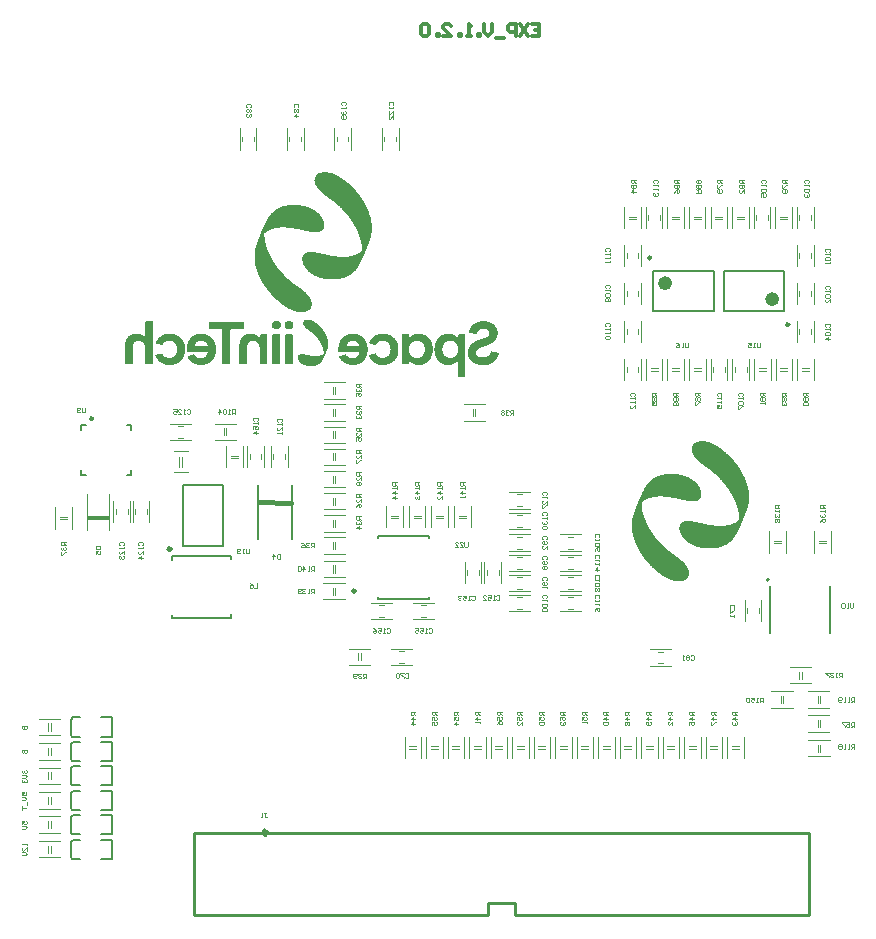
<source format=gbo>
G04*
G04 #@! TF.GenerationSoftware,Altium Limited,Altium Designer,24.1.2 (44)*
G04*
G04 Layer_Color=32896*
%FSLAX44Y44*%
%MOMM*%
G71*
G04*
G04 #@! TF.SameCoordinates,89FD491B-927F-4867-851F-A5E68215B016*
G04*
G04*
G04 #@! TF.FilePolarity,Positive*
G04*
G01*
G75*
%ADD10C,0.2000*%
%ADD11C,0.2540*%
%ADD12C,0.3810*%
%ADD15C,0.2500*%
%ADD16C,0.6000*%
%ADD17C,0.1270*%
%ADD18C,0.1000*%
%ADD19C,0.1524*%
%ADD20C,0.1250*%
%ADD21C,0.1200*%
%ADD177C,0.3000*%
%ADD178C,0.1500*%
%ADD179R,1.8660X0.4572*%
G36*
X251860Y628330D02*
X252002Y628295D01*
X252251Y628188D01*
X252819Y628224D01*
X252961Y628188D01*
X253156Y628135D01*
X254345Y628082D01*
X254700Y628046D01*
X254949Y627940D01*
X255126Y627869D01*
X255375Y627798D01*
X255481Y627762D01*
X255943Y627727D01*
X256298Y627691D01*
X256582Y627620D01*
X256973Y627443D01*
X257647Y627407D01*
X257896Y627372D01*
X258144Y627265D01*
X258268Y627177D01*
X258446Y627106D01*
X258961Y627052D01*
X259103Y627017D01*
X259280Y626946D01*
X259529Y626768D01*
X259955Y626733D01*
X260239Y626662D01*
X260292Y626609D01*
X260576Y626431D01*
X261197Y626342D01*
X261339Y626200D01*
X261410Y626165D01*
X261463Y626112D01*
X261978Y626023D01*
X262156Y625952D01*
X262351Y625757D01*
X262582Y625703D01*
X262830Y625668D01*
X263079Y625419D01*
X263327Y625384D01*
X263611Y625313D01*
X263753Y625171D01*
X263878Y625082D01*
X264108Y625029D01*
X264304Y624940D01*
X264392Y624816D01*
X264463Y624780D01*
X264517Y624727D01*
X264747Y624674D01*
X264889Y624638D01*
X265067Y624461D01*
X265244Y624354D01*
X265493Y624283D01*
X265635Y624141D01*
X265883Y623999D01*
X266061Y623928D01*
X266167Y623822D01*
X266558Y623609D01*
X266629Y623573D01*
X266647Y623520D01*
X266735Y623431D01*
X267126Y623218D01*
X267179Y623165D01*
X267374Y623005D01*
X267516Y622970D01*
X267676Y622810D01*
X267871Y622650D01*
X267943Y622615D01*
X268102Y622455D01*
X268138Y622384D01*
X268369Y622260D01*
X268582Y622047D01*
X268653Y622011D01*
X268901Y621763D01*
X269292Y621550D01*
X269345Y621496D01*
X269380Y621425D01*
X269735Y621070D01*
X269771Y620999D01*
X269824Y620982D01*
X270055Y620751D01*
X270144Y620626D01*
X270215Y620591D01*
X270410Y620396D01*
X270445Y620325D01*
X270499Y620271D01*
X270570Y620236D01*
X270729Y620076D01*
X270871Y619828D01*
X270907Y619757D01*
X270978Y619686D01*
X271155Y619437D01*
X271191Y619366D01*
X271244Y619313D01*
X271315Y619277D01*
X271475Y619082D01*
X271511Y619011D01*
X271723Y618798D01*
X271901Y618479D01*
X272061Y618319D01*
X272185Y617982D01*
X272309Y617857D01*
X272380Y617822D01*
X272469Y617698D01*
X272540Y617378D01*
X272664Y617254D01*
X272824Y617059D01*
X272860Y616846D01*
X272931Y616668D01*
X273108Y616491D01*
X273161Y616366D01*
X273215Y616135D01*
X273286Y615958D01*
X273339Y615905D01*
X273499Y615709D01*
X273534Y615354D01*
X273570Y615213D01*
X273658Y615124D01*
X273818Y614929D01*
X273889Y614431D01*
X273925Y614289D01*
X274173Y613757D01*
X274209Y613189D01*
X274244Y612940D01*
X274368Y612639D01*
X274404Y612497D01*
X274439Y612213D01*
X274475Y612071D01*
X274510Y611893D01*
X274493Y611023D01*
X274528Y610775D01*
X274493Y610668D01*
X274510Y610544D01*
X274493Y610278D01*
X274457Y610029D01*
X274351Y609781D01*
X274280Y609603D01*
X274244Y609497D01*
X274209Y609035D01*
X274173Y608893D01*
X274120Y608698D01*
X273960Y608503D01*
X273889Y608325D01*
X273854Y608183D01*
X273818Y608077D01*
X273783Y608006D01*
X273676Y607935D01*
X273552Y607739D01*
X273499Y607509D01*
X273215Y607225D01*
X273179Y607154D01*
X272984Y606958D01*
X272913Y606923D01*
X272771Y606710D01*
X272522Y606568D01*
X272451Y606532D01*
X272345Y606426D01*
X272096Y606284D01*
X271919Y606213D01*
X271777Y606071D01*
X271653Y605982D01*
X271422Y605929D01*
X271173Y605893D01*
X271084Y605804D01*
X270871Y605662D01*
X270605Y605609D01*
X270250Y605574D01*
X270108Y605538D01*
X269718Y605361D01*
X269469Y605325D01*
X269363Y605290D01*
X267907Y605254D01*
X267801Y605219D01*
X265883Y605254D01*
X264783Y605290D01*
X264428Y605325D01*
X264250Y605396D01*
X264108Y605432D01*
X263860Y605467D01*
X263611Y605538D01*
X263505Y605574D01*
X262156Y605645D01*
X261872Y605716D01*
X261552Y605858D01*
X261446Y605893D01*
X260682Y605947D01*
X260168Y606000D01*
X260026Y606035D01*
X259617Y606195D01*
X259475Y606231D01*
X259032Y606284D01*
X258570Y606319D01*
X258091Y606515D01*
X257807Y606586D01*
X256901Y606674D01*
X256724Y606745D01*
X256475Y606887D01*
X256191Y606958D01*
X255623Y606994D01*
X255339Y607065D01*
X254878Y607278D01*
X254345Y607313D01*
X253919Y607384D01*
X253689Y607509D01*
X253511Y607580D01*
X253333Y607615D01*
X252570Y607668D01*
X252339Y607757D01*
X252162Y607828D01*
X251931Y607917D01*
X251825Y607952D01*
X251115Y607988D01*
X250866Y608023D01*
X250724Y608059D01*
X250529Y608148D01*
X250245Y608254D01*
X250067Y608290D01*
X249606Y608325D01*
X249180Y608361D01*
X248736Y608414D01*
X248594Y608449D01*
X248221Y608609D01*
X248044Y608645D01*
X246748Y608698D01*
X246428Y608840D01*
X246180Y608804D01*
X245789Y608982D01*
X244369Y609017D01*
X244263Y609053D01*
X243855Y609035D01*
X243659Y609053D01*
X243500Y609106D01*
X243322Y609177D01*
X242594Y609159D01*
X242452Y609195D01*
X242150Y609284D01*
X241937Y609319D01*
X238228Y609301D01*
X238121Y609337D01*
X237801Y609301D01*
X237571Y609213D01*
X237429Y609177D01*
X236754Y609142D01*
X236559Y609088D01*
X236452Y609053D01*
X235352Y609017D01*
X234890Y608982D01*
X234748Y608946D01*
X234340Y608822D01*
X233914Y608716D01*
X233399Y608662D01*
X232938Y608627D01*
X232405Y608378D01*
X232086Y608343D01*
X231731Y608307D01*
X231589Y608272D01*
X231287Y608112D01*
X231109Y608041D01*
X230808Y607988D01*
X230559Y607952D01*
X230310Y607846D01*
X230222Y607757D01*
X230044Y607686D01*
X229671Y607633D01*
X229494Y607562D01*
X229423Y607491D01*
X229228Y607367D01*
X228855Y607278D01*
X228677Y607207D01*
X228606Y607136D01*
X228411Y607012D01*
X228109Y606958D01*
X227914Y606870D01*
X227879Y606799D01*
X227754Y606674D01*
X227435Y606603D01*
X227293Y606568D01*
X227080Y606355D01*
X226689Y606213D01*
X226547Y606071D01*
X226299Y605929D01*
X226157Y605893D01*
X226104Y605840D01*
X226015Y605716D01*
X225891Y605627D01*
X225624Y605574D01*
X225376Y605325D01*
X225198Y605219D01*
X225021Y605041D01*
X224843Y604935D01*
X224666Y604864D01*
X224559Y604757D01*
X224311Y604580D01*
X224240Y604544D01*
X224151Y604455D01*
X224116Y604384D01*
X223956Y604260D01*
X223885Y604225D01*
X223760Y604065D01*
X223796Y601686D01*
X223831Y601544D01*
X223902Y601367D01*
X223938Y601083D01*
X223973Y600728D01*
X224044Y600479D01*
X224080Y600373D01*
X224116Y599166D01*
X224151Y598917D01*
X224240Y598722D01*
X224311Y598544D01*
X224346Y598402D01*
X224400Y597959D01*
X224435Y597817D01*
X224471Y597248D01*
X224506Y597000D01*
X224755Y596468D01*
X224790Y595864D01*
X224825Y595615D01*
X224967Y595296D01*
X225092Y595030D01*
X225145Y594444D01*
X225180Y594302D01*
X225252Y594124D01*
X225287Y594053D01*
X225358Y593982D01*
X225411Y593858D01*
X225464Y593521D01*
X225500Y593272D01*
X225606Y593024D01*
X225642Y592953D01*
X225695Y592900D01*
X225766Y592722D01*
X225819Y592349D01*
X225855Y592207D01*
X225926Y592030D01*
X226104Y591710D01*
X226139Y591568D01*
X226175Y591213D01*
X226246Y591036D01*
X226388Y590823D01*
X226441Y590698D01*
X226494Y590432D01*
X226530Y590290D01*
X226618Y590095D01*
X226778Y589900D01*
X226814Y589687D01*
X226849Y589438D01*
X226885Y589296D01*
X227027Y589154D01*
X227133Y588977D01*
X227169Y588835D01*
X227204Y588586D01*
X227275Y588409D01*
X227382Y588302D01*
X227488Y588125D01*
X227595Y587699D01*
X227701Y587592D01*
X227737Y587521D01*
X227808Y587450D01*
X227843Y587237D01*
X227914Y586953D01*
X227967Y586900D01*
X228145Y586687D01*
X228198Y586385D01*
X228234Y586243D01*
X228482Y585994D01*
X228518Y585781D01*
X228589Y585533D01*
X228820Y585302D01*
X228873Y585036D01*
X228908Y584894D01*
X229139Y584663D01*
X229192Y584468D01*
X229263Y584219D01*
X229352Y584131D01*
X229423Y584095D01*
X229512Y584006D01*
X229583Y583687D01*
X229618Y583580D01*
X229654Y583509D01*
X229760Y583438D01*
X229902Y583190D01*
X229973Y582941D01*
X230168Y582746D01*
X230293Y582409D01*
X230364Y582338D01*
X230399Y582267D01*
X230488Y582178D01*
X230577Y581947D01*
X230648Y581770D01*
X230790Y581628D01*
X230896Y581450D01*
X230967Y581202D01*
X231145Y581024D01*
X231358Y580634D01*
X231500Y580492D01*
X231642Y580137D01*
X231695Y580083D01*
X231819Y579995D01*
X231908Y579870D01*
X231961Y579675D01*
X231997Y579533D01*
X232174Y579356D01*
X232316Y579107D01*
X232583Y578841D01*
X232636Y578646D01*
X232707Y578468D01*
X232760Y578415D01*
X232831Y578379D01*
X233044Y578024D01*
X233168Y577935D01*
X233381Y577545D01*
X233488Y577439D01*
X233666Y577119D01*
X233914Y576870D01*
X234056Y576622D01*
X234251Y576427D01*
X234375Y576089D01*
X234517Y575983D01*
X234695Y575734D01*
X234730Y575663D01*
X234784Y575646D01*
X234837Y575592D01*
X235086Y575273D01*
X235121Y575202D01*
X235192Y575166D01*
X235405Y574776D01*
X235441Y574705D01*
X235529Y574652D01*
X235689Y574456D01*
X235725Y574385D01*
X235955Y574155D01*
X236097Y573941D01*
X236222Y573853D01*
X236399Y573604D01*
X236435Y573533D01*
X236612Y573356D01*
X236754Y573107D01*
X236932Y572930D01*
X237038Y572752D01*
X237358Y572433D01*
X237393Y572362D01*
X237588Y572166D01*
X237659Y572131D01*
X237713Y572042D01*
X237748Y571971D01*
X238032Y571687D01*
X238068Y571616D01*
X238228Y571456D01*
X238298Y571421D01*
X238458Y571119D01*
X238618Y570959D01*
X238778Y570764D01*
X238867Y570640D01*
X238937Y570604D01*
X239133Y570409D01*
X239221Y570285D01*
X239293Y570249D01*
X239452Y569983D01*
X239576Y569859D01*
X239648Y569823D01*
X239736Y569735D01*
X239772Y569664D01*
X239896Y569539D01*
X239967Y569504D01*
X240091Y569380D01*
X240127Y569309D01*
X240251Y569184D01*
X240322Y569149D01*
X240446Y569025D01*
X240482Y568954D01*
X240606Y568829D01*
X240677Y568794D01*
X240766Y568705D01*
X240801Y568634D01*
X240926Y568510D01*
X240997Y568474D01*
X241121Y568350D01*
X241156Y568279D01*
X241281Y568155D01*
X241352Y568119D01*
X241476Y567995D01*
X241511Y567924D01*
X241600Y567835D01*
X241671Y567800D01*
X241795Y567676D01*
X241831Y567604D01*
X241955Y567480D01*
X242026Y567445D01*
X242150Y567321D01*
X242186Y567249D01*
X242310Y567125D01*
X242381Y567090D01*
X242470Y567001D01*
X242505Y566930D01*
X242630Y566806D01*
X242701Y566770D01*
X242825Y566646D01*
X242860Y566575D01*
X242949Y566486D01*
X243251Y566291D01*
X243286Y566220D01*
X243340Y566202D01*
X243606Y565936D01*
X243641Y565865D01*
X243695Y565847D01*
X243925Y565616D01*
X243961Y565545D01*
X244067Y565474D01*
X244422Y565297D01*
X244458Y565226D01*
X244689Y564995D01*
X244760Y564960D01*
X244849Y564835D01*
X245133Y564658D01*
X245168Y564587D01*
X245363Y564392D01*
X245434Y564356D01*
X245594Y564196D01*
X245630Y564125D01*
X245683Y564108D01*
X245754Y564036D01*
X245825Y564001D01*
X246038Y563788D01*
X246215Y563681D01*
X246304Y563593D01*
X246499Y563433D01*
X246748Y563291D01*
X246925Y563114D01*
X247103Y563007D01*
X247263Y562847D01*
X247298Y562776D01*
X247422Y562687D01*
X247493Y562652D01*
X247778Y562368D01*
X247848Y562332D01*
X248026Y562261D01*
X248168Y562119D01*
X248239Y562084D01*
X248310Y562013D01*
X248452Y561977D01*
X248701Y561729D01*
X248878Y561622D01*
X249056Y561409D01*
X249233Y561303D01*
X249411Y561232D01*
X249553Y561090D01*
X249872Y560912D01*
X249925Y560859D01*
X250014Y560735D01*
X250263Y560593D01*
X250511Y560344D01*
X250635Y560291D01*
X250866Y560238D01*
X251008Y560060D01*
X251328Y559883D01*
X251416Y559794D01*
X251452Y559723D01*
X251825Y559528D01*
X251896Y559492D01*
X252002Y559386D01*
X252251Y559244D01*
X252411Y559084D01*
X252446Y559013D01*
X252677Y558889D01*
X252854Y558818D01*
X252961Y558711D01*
X253280Y558534D01*
X253333Y558480D01*
X253369Y558410D01*
X253458Y558321D01*
X253706Y558179D01*
X253884Y558001D01*
X254203Y557824D01*
X254274Y557788D01*
X254416Y557646D01*
X254594Y557540D01*
X254842Y557291D01*
X255020Y557185D01*
X255109Y557096D01*
X255197Y556972D01*
X255517Y556794D01*
X255694Y556617D01*
X255943Y556475D01*
X256014Y556439D01*
X256032Y556386D01*
X256227Y556226D01*
X256298Y556191D01*
X256493Y555995D01*
X256529Y555924D01*
X256617Y555871D01*
X256688Y555836D01*
X256848Y555676D01*
X256884Y555605D01*
X257008Y555516D01*
X257079Y555481D01*
X257327Y555232D01*
X257398Y555197D01*
X257647Y554948D01*
X257966Y554771D01*
X258215Y554522D01*
X258393Y554416D01*
X258463Y554344D01*
X258535Y554309D01*
X258659Y554185D01*
X258801Y553936D01*
X258961Y553777D01*
X259032Y553741D01*
X259156Y553617D01*
X259191Y553546D01*
X259245Y553493D01*
X259316Y553457D01*
X259511Y553262D01*
X259546Y553191D01*
X259600Y553138D01*
X259671Y553102D01*
X259866Y552907D01*
X259901Y552836D01*
X259955Y552782D01*
X260026Y552747D01*
X260150Y552623D01*
X260185Y552552D01*
X260434Y552303D01*
X260700Y551859D01*
X260771Y551824D01*
X260931Y551593D01*
X260966Y551522D01*
X261091Y551433D01*
X261250Y551238D01*
X261286Y551167D01*
X261375Y551078D01*
X261446Y551043D01*
X261499Y550990D01*
X261641Y550741D01*
X261783Y550599D01*
X261996Y550209D01*
X262049Y550155D01*
X262209Y549960D01*
X262244Y549889D01*
X262351Y549641D01*
X262458Y549534D01*
X262600Y549286D01*
X262670Y549108D01*
X262759Y549019D01*
X262830Y548984D01*
X262901Y548842D01*
X262955Y548540D01*
X262990Y548398D01*
X263185Y548203D01*
X263309Y547865D01*
X263381Y547688D01*
X263505Y547564D01*
X263576Y547386D01*
X263629Y546978D01*
X263664Y546836D01*
X263718Y546676D01*
X263860Y546463D01*
X263931Y546286D01*
X263966Y546108D01*
X264020Y544670D01*
X263984Y543144D01*
X263949Y542895D01*
X263860Y542664D01*
X263682Y542380D01*
X263594Y541866D01*
X263558Y541724D01*
X263363Y541528D01*
X263203Y541085D01*
X263061Y540943D01*
X262883Y540623D01*
X262600Y540339D01*
X262564Y540268D01*
X261872Y539576D01*
X261801Y539540D01*
X261517Y539256D01*
X261268Y539114D01*
X261108Y538919D01*
X260931Y538848D01*
X260736Y538795D01*
X260452Y538511D01*
X260239Y538475D01*
X259990Y538440D01*
X259830Y538351D01*
X259546Y538173D01*
X259333Y538138D01*
X259103Y538085D01*
X258712Y537907D01*
X258535Y537872D01*
X258428Y537836D01*
X255943Y537801D01*
X252073Y537836D01*
X251612Y537872D01*
X251470Y537907D01*
X251239Y537996D01*
X251044Y538049D01*
X250937Y538085D01*
X250440Y538120D01*
X250298Y538156D01*
X250050Y538191D01*
X249659Y538440D01*
X249375Y538475D01*
X248878Y538546D01*
X248612Y538706D01*
X248434Y538777D01*
X248097Y538830D01*
X247920Y538901D01*
X247600Y539150D01*
X247245Y539185D01*
X246996Y539256D01*
X246925Y539327D01*
X246730Y539451D01*
X246499Y539540D01*
X246322Y539611D01*
X246215Y539718D01*
X246020Y539842D01*
X245825Y539895D01*
X245647Y539966D01*
X245594Y540019D01*
X245399Y540179D01*
X245257Y540215D01*
X245008Y540286D01*
X244849Y540446D01*
X244618Y540534D01*
X244369Y540570D01*
X244139Y540801D01*
X243961Y540872D01*
X243766Y540925D01*
X243624Y541067D01*
X243500Y541156D01*
X243269Y541244D01*
X243091Y541315D01*
X243020Y541386D01*
X242949Y541422D01*
X242896Y541475D01*
X242665Y541564D01*
X242576Y541653D01*
X242488Y541777D01*
X242168Y541954D01*
X242097Y541990D01*
X241991Y542096D01*
X241813Y542203D01*
X241636Y542274D01*
X241458Y542451D01*
X241334Y542540D01*
X241103Y542629D01*
X240997Y542735D01*
X240606Y542948D01*
X240446Y543108D01*
X240411Y543179D01*
X240145Y543303D01*
X240002Y543445D01*
X239612Y543658D01*
X239488Y543783D01*
X239452Y543854D01*
X239221Y543978D01*
X239133Y544067D01*
X239097Y544138D01*
X239044Y544191D01*
X238742Y544386D01*
X238547Y544546D01*
X238405Y544581D01*
X238387Y544599D01*
X238192Y544688D01*
X238139Y544777D01*
X237943Y544936D01*
X237872Y544972D01*
X237784Y545061D01*
X237748Y545132D01*
X237659Y545220D01*
X237411Y545363D01*
X237304Y545469D01*
X237056Y545647D01*
X236985Y545682D01*
X236807Y545860D01*
X236559Y546002D01*
X236435Y546126D01*
X236399Y546197D01*
X236328Y546268D01*
X236115Y546410D01*
X236080Y546481D01*
X235920Y546641D01*
X235849Y546676D01*
X235529Y546996D01*
X235458Y547031D01*
X235370Y547120D01*
X235334Y547191D01*
X235281Y547244D01*
X235032Y547386D01*
X234961Y547422D01*
X234642Y547741D01*
X234571Y547777D01*
X234464Y547883D01*
X234145Y548061D01*
X234021Y548185D01*
X233985Y548256D01*
X233932Y548309D01*
X233861Y548345D01*
X233666Y548540D01*
X233630Y548611D01*
X233577Y548664D01*
X233506Y548700D01*
X233186Y549019D01*
X233115Y549055D01*
X233026Y549143D01*
X232938Y549268D01*
X232867Y549303D01*
X232796Y549374D01*
X232725Y549410D01*
X232707Y549463D01*
X232441Y549729D01*
X232370Y549765D01*
X232352Y549818D01*
X232245Y549925D01*
X232210Y549995D01*
X232157Y550013D01*
X231411Y550759D01*
X231340Y550794D01*
X231322Y550848D01*
X231251Y550919D01*
X231216Y550990D01*
X231163Y551007D01*
X231092Y551078D01*
X231021Y551114D01*
X230932Y551238D01*
X230896Y551309D01*
X230808Y551398D01*
X230737Y551433D01*
X230683Y551487D01*
X230648Y551558D01*
X230577Y551629D01*
X230541Y551700D01*
X230488Y551717D01*
X230257Y551948D01*
X230222Y552019D01*
X230168Y552072D01*
X230098Y552108D01*
X229938Y552268D01*
X229902Y552339D01*
X229778Y552463D01*
X229707Y552498D01*
X229654Y552552D01*
X229512Y552800D01*
X229476Y552871D01*
X229370Y552978D01*
X229334Y553049D01*
X229263Y553120D01*
X229228Y553191D01*
X229104Y553315D01*
X228926Y553528D01*
X228784Y553741D01*
X228713Y553777D01*
X228660Y553830D01*
X228624Y553901D01*
X228553Y553972D01*
X228518Y554043D01*
X228464Y554096D01*
X228393Y554132D01*
X228269Y554256D01*
X228234Y554327D01*
X227950Y554611D01*
X227914Y554682D01*
X227719Y554877D01*
X227648Y554913D01*
X227630Y554966D01*
X227453Y555214D01*
X227417Y555285D01*
X227275Y555427D01*
X227133Y555676D01*
X226956Y555853D01*
X226849Y556031D01*
X226725Y556155D01*
X226601Y556244D01*
X226494Y556421D01*
X226370Y556546D01*
X226210Y556741D01*
X226068Y557096D01*
X225961Y557202D01*
X225855Y557380D01*
X225624Y557611D01*
X225464Y557806D01*
X225429Y557877D01*
X225252Y558055D01*
X225145Y558232D01*
X225074Y558410D01*
X224932Y558551D01*
X224790Y558800D01*
X224541Y559049D01*
X224435Y559226D01*
X224364Y559403D01*
X224293Y559474D01*
X224080Y559865D01*
X223902Y560043D01*
X223867Y560114D01*
X223814Y560167D01*
X223725Y560398D01*
X223583Y560540D01*
X223405Y560859D01*
X223121Y561143D01*
X223086Y561321D01*
X223015Y561498D01*
X222979Y561569D01*
X222926Y561587D01*
X222802Y561747D01*
X222660Y562102D01*
X222553Y562208D01*
X222447Y562386D01*
X222376Y562563D01*
X222198Y562741D01*
X222110Y562865D01*
X222056Y563096D01*
X222021Y563238D01*
X221843Y563415D01*
X221630Y563806D01*
X221595Y563877D01*
X221453Y564019D01*
X221417Y564161D01*
X221311Y564409D01*
X221133Y564587D01*
X221027Y564871D01*
X220956Y565048D01*
X220920Y565119D01*
X220778Y565261D01*
X220672Y565687D01*
X220583Y565776D01*
X220406Y565989D01*
X220352Y566255D01*
X220281Y566433D01*
X220175Y566539D01*
X220086Y566664D01*
X220033Y566894D01*
X219997Y567036D01*
X219873Y567161D01*
X219713Y567356D01*
X219678Y567569D01*
X219607Y567817D01*
X219394Y568137D01*
X219323Y568456D01*
X219287Y568599D01*
X219110Y568776D01*
X219021Y568900D01*
X218968Y569202D01*
X218932Y569344D01*
X218719Y569664D01*
X218684Y569948D01*
X218613Y570232D01*
X218364Y570587D01*
X218258Y571013D01*
X218187Y571190D01*
X218027Y571492D01*
X217974Y571794D01*
X217938Y571936D01*
X217867Y572113D01*
X217743Y572238D01*
X217672Y572415D01*
X217619Y572823D01*
X217548Y573072D01*
X217423Y573302D01*
X217352Y573480D01*
X217299Y573782D01*
X217264Y573924D01*
X216980Y574527D01*
X216944Y575060D01*
X216909Y575202D01*
X216767Y575521D01*
X216731Y575592D01*
X216660Y575770D01*
X216625Y576267D01*
X216589Y576515D01*
X216483Y576764D01*
X216305Y577084D01*
X216269Y577616D01*
X216216Y578095D01*
X216181Y578273D01*
X216145Y578415D01*
X216021Y578752D01*
X215986Y578859D01*
X215950Y579533D01*
X215914Y579888D01*
X215826Y580190D01*
X215772Y580421D01*
X215737Y580563D01*
X215666Y580740D01*
X215630Y581237D01*
X215595Y581344D01*
X215560Y583616D01*
X215524Y583758D01*
X215488Y583864D01*
X215453Y584184D01*
X215488Y584290D01*
X215471Y585764D01*
X215506Y586367D01*
X215542Y586545D01*
X215577Y587716D01*
X215630Y589154D01*
X215719Y589349D01*
X215790Y589527D01*
X215826Y589704D01*
X215861Y589917D01*
X215932Y590379D01*
X215986Y590929D01*
X216234Y591462D01*
X216269Y591888D01*
X216305Y592136D01*
X216412Y592385D01*
X216447Y592456D01*
X216500Y592509D01*
X216571Y592687D01*
X216607Y592900D01*
X216642Y593219D01*
X216696Y593450D01*
X216873Y593734D01*
X216980Y594231D01*
X217015Y594373D01*
X217264Y594763D01*
X217335Y595367D01*
X217565Y595811D01*
X217601Y595953D01*
X217636Y596130D01*
X217690Y596361D01*
X217938Y596716D01*
X218009Y597248D01*
X218045Y597391D01*
X218116Y597462D01*
X218151Y597533D01*
X218204Y597586D01*
X218293Y597817D01*
X218329Y598065D01*
X218364Y598207D01*
X218435Y598385D01*
X218559Y598509D01*
X218630Y598686D01*
X218684Y598953D01*
X218719Y599201D01*
X218808Y599361D01*
X218968Y599556D01*
X219003Y599982D01*
X219039Y600124D01*
X219181Y600266D01*
X219323Y600515D01*
X219358Y600657D01*
X219394Y600905D01*
X219554Y601171D01*
X219642Y601402D01*
X219749Y601828D01*
X219820Y601899D01*
X219855Y601970D01*
X219909Y602024D01*
X219997Y602254D01*
X220033Y602503D01*
X220175Y602822D01*
X220299Y603018D01*
X220352Y603319D01*
X220423Y603568D01*
X220618Y603763D01*
X220707Y604136D01*
X220743Y604278D01*
X220849Y604455D01*
X220973Y604651D01*
X221027Y604846D01*
X221062Y605094D01*
X221133Y605272D01*
X221275Y605414D01*
X221329Y605538D01*
X221382Y605804D01*
X221417Y605947D01*
X221488Y606124D01*
X221595Y606231D01*
X221684Y606355D01*
X221737Y606586D01*
X221772Y606834D01*
X221985Y607047D01*
X222021Y607118D01*
X222056Y607260D01*
X222092Y607509D01*
X222181Y607668D01*
X222252Y607704D01*
X222305Y607793D01*
X222358Y607917D01*
X222411Y608219D01*
X222482Y608396D01*
X222589Y608503D01*
X222678Y608627D01*
X222766Y609000D01*
X222837Y609177D01*
X222891Y609230D01*
X223050Y609426D01*
X223086Y609603D01*
X223157Y609887D01*
X223299Y610029D01*
X223388Y610154D01*
X223441Y610420D01*
X223512Y610597D01*
X223565Y610650D01*
X223707Y610863D01*
X223760Y611094D01*
X223831Y611378D01*
X223885Y611432D01*
X224027Y611645D01*
X224116Y611875D01*
X224240Y612106D01*
X224400Y612301D01*
X224435Y612443D01*
X224506Y612692D01*
X224559Y612745D01*
X224630Y612781D01*
X224755Y612940D01*
X224790Y613118D01*
X224825Y613260D01*
X224861Y613366D01*
X224897Y613437D01*
X225039Y613579D01*
X225110Y613757D01*
X225180Y614041D01*
X225269Y614130D01*
X225447Y614343D01*
X225500Y614609D01*
X225536Y614751D01*
X225713Y614929D01*
X225784Y615106D01*
X225819Y615248D01*
X225908Y615443D01*
X225979Y615479D01*
X226139Y615639D01*
X226175Y615923D01*
X226246Y616100D01*
X226299Y616118D01*
X226352Y616171D01*
X226441Y616295D01*
X226530Y616668D01*
X226689Y616828D01*
X226760Y616863D01*
X226796Y616934D01*
X226867Y617112D01*
X226920Y617307D01*
X227098Y617485D01*
X227275Y617804D01*
X227311Y617875D01*
X227382Y617946D01*
X227595Y618337D01*
X227737Y618479D01*
X227914Y618798D01*
X227967Y618851D01*
X228038Y618887D01*
X228092Y618940D01*
X228269Y619260D01*
X228411Y619402D01*
X228589Y619721D01*
X228713Y619846D01*
X228784Y619881D01*
X228873Y620005D01*
X228908Y620076D01*
X229104Y620271D01*
X229174Y620307D01*
X229228Y620396D01*
X229263Y620467D01*
X229476Y620680D01*
X229512Y620751D01*
X229707Y620946D01*
X229778Y620982D01*
X229831Y621035D01*
X229867Y621106D01*
X230115Y621354D01*
X230293Y621603D01*
X230328Y621674D01*
X230452Y621798D01*
X230701Y621940D01*
X230825Y622064D01*
X230914Y622189D01*
X230985Y622224D01*
X231056Y622295D01*
X231127Y622331D01*
X231216Y622419D01*
X231251Y622490D01*
X231376Y622615D01*
X231447Y622650D01*
X231500Y622703D01*
X231589Y622828D01*
X231766Y622934D01*
X232086Y623254D01*
X232157Y623289D01*
X232405Y623538D01*
X232725Y623715D01*
X232902Y623893D01*
X232973Y623928D01*
X233239Y624088D01*
X233275Y624159D01*
X233328Y624212D01*
X233577Y624354D01*
X233736Y624443D01*
X233772Y624514D01*
X233914Y624656D01*
X234109Y624709D01*
X234287Y624780D01*
X234393Y624887D01*
X234517Y624976D01*
X234713Y625029D01*
X234890Y625100D01*
X234908Y625153D01*
X234961Y625206D01*
X235086Y625295D01*
X235423Y625419D01*
X235636Y625561D01*
X235813Y625668D01*
X235955Y625703D01*
X236204Y625739D01*
X236381Y625916D01*
X236506Y626005D01*
X236701Y626058D01*
X236932Y626147D01*
X237216Y626325D01*
X237588Y626378D01*
X237766Y626449D01*
X237943Y626626D01*
X238068Y626680D01*
X238298Y626733D01*
X238547Y626768D01*
X238724Y626839D01*
X239044Y627017D01*
X239541Y627052D01*
X239683Y627088D01*
X239860Y627194D01*
X240109Y627372D01*
X240677Y627407D01*
X240819Y627443D01*
X241068Y627478D01*
X241387Y627620D01*
X241565Y627691D01*
X242062Y627727D01*
X242417Y627762D01*
X242612Y627816D01*
X242843Y627869D01*
X243020Y627940D01*
X243216Y628029D01*
X243393Y628064D01*
X245079Y628117D01*
X245221Y628153D01*
X245399Y628224D01*
X246038Y628188D01*
X246286Y628295D01*
X247848Y628330D01*
X247955Y628366D01*
X251860Y628330D01*
D02*
G37*
G36*
X276073Y656022D02*
X276516Y656040D01*
X277066Y656022D01*
X277528Y655986D01*
X277883Y655880D01*
X278025Y655844D01*
X278380Y655738D01*
X278487Y655702D01*
X279126Y655667D01*
X279410Y655596D01*
X279658Y655489D01*
X279836Y655418D01*
X279942Y655383D01*
X280404Y655347D01*
X280546Y655312D01*
X280723Y655241D01*
X280794Y655170D01*
X281043Y655028D01*
X281753Y654957D01*
X282108Y654708D01*
X282392Y654673D01*
X282676Y654602D01*
X282871Y654407D01*
X283102Y654318D01*
X283457Y654282D01*
X283705Y654105D01*
X283883Y653998D01*
X284238Y653892D01*
X284344Y653785D01*
X284593Y653643D01*
X284841Y653608D01*
X285019Y653537D01*
X285196Y653359D01*
X285551Y653217D01*
X285658Y653111D01*
X285729Y653075D01*
X285782Y653022D01*
X286013Y652933D01*
X286155Y652898D01*
X286368Y652756D01*
X286546Y652649D01*
X286723Y652578D01*
X286776Y652525D01*
X286812Y652454D01*
X286918Y652347D01*
X287096Y652277D01*
X287291Y652223D01*
X287504Y652010D01*
X287753Y651868D01*
X287859Y651762D01*
X288108Y651620D01*
X288250Y651584D01*
X288445Y651495D01*
X288480Y651424D01*
X288534Y651371D01*
X288853Y651194D01*
X288995Y651052D01*
X289119Y650963D01*
X289350Y650874D01*
X289510Y650714D01*
X289545Y650643D01*
X289812Y650484D01*
X289883Y650448D01*
X289954Y650377D01*
X290202Y650235D01*
X290380Y650164D01*
X290486Y650058D01*
X290735Y649880D01*
X290806Y649845D01*
X290895Y649756D01*
X290930Y649685D01*
X291267Y649454D01*
X291338Y649419D01*
X291356Y649365D01*
X291409Y649348D01*
X291480Y649277D01*
X291729Y649135D01*
X291800Y649099D01*
X291818Y649046D01*
X291906Y648957D01*
X292155Y648815D01*
X292279Y648655D01*
X292474Y648495D01*
X292545Y648460D01*
X292687Y648318D01*
X293078Y648105D01*
X293220Y647963D01*
X293468Y647821D01*
X293557Y647732D01*
X293593Y647661D01*
X293646Y647608D01*
X293823Y647502D01*
X293948Y647377D01*
X293983Y647306D01*
X294143Y647182D01*
X294214Y647146D01*
X294391Y646969D01*
X294640Y646791D01*
X294711Y646756D01*
X294995Y646472D01*
X295066Y646436D01*
X295208Y646294D01*
X295457Y646117D01*
X295527Y646081D01*
X295581Y646028D01*
X295616Y645957D01*
X295971Y645602D01*
X296166Y645442D01*
X296238Y645407D01*
X296291Y645354D01*
X296326Y645283D01*
X296486Y645123D01*
X296557Y645087D01*
X296610Y645034D01*
X296646Y644963D01*
X296806Y644803D01*
X296877Y644768D01*
X296965Y644679D01*
X297001Y644608D01*
X297161Y644448D01*
X297232Y644413D01*
X297516Y644129D01*
X297587Y644093D01*
X297711Y643969D01*
X297746Y643898D01*
X297835Y643809D01*
X297906Y643774D01*
X298030Y643650D01*
X298066Y643578D01*
X298155Y643490D01*
X298226Y643454D01*
X298385Y643295D01*
X298421Y643223D01*
X298510Y643135D01*
X298581Y643099D01*
X298705Y642975D01*
X298740Y642904D01*
X298829Y642815D01*
X298900Y642780D01*
X299095Y642584D01*
X299131Y642513D01*
X299344Y642300D01*
X299380Y642229D01*
X299539Y642070D01*
X299610Y642034D01*
X299699Y641945D01*
X299734Y641874D01*
X299894Y641715D01*
X299965Y641679D01*
X300019Y641626D01*
X300054Y641555D01*
X300214Y641395D01*
X300285Y641360D01*
X300338Y641306D01*
X300445Y641129D01*
X300888Y640685D01*
X300959Y640650D01*
X301012Y640596D01*
X301154Y640348D01*
X301652Y639851D01*
X301829Y639531D01*
X302113Y639247D01*
X302149Y639176D01*
X302433Y638892D01*
X302468Y638821D01*
X302539Y638750D01*
X302575Y638679D01*
X302663Y638626D01*
X302823Y638431D01*
X302859Y638360D01*
X303036Y638182D01*
X303178Y637934D01*
X303498Y637472D01*
X303533Y637401D01*
X303586Y637348D01*
X303657Y637312D01*
X303746Y637224D01*
X303853Y637046D01*
X304066Y636833D01*
X304208Y636585D01*
X304314Y636478D01*
X304350Y636407D01*
X304421Y636336D01*
X304563Y636088D01*
X304598Y636017D01*
X304652Y635999D01*
X304776Y635875D01*
X304882Y635697D01*
X305060Y635520D01*
X305184Y635324D01*
X305273Y635093D01*
X305379Y634987D01*
X305557Y634668D01*
X305646Y634579D01*
X305770Y634490D01*
X305947Y634170D01*
X305983Y634100D01*
X306089Y633993D01*
X306267Y633674D01*
X306480Y633461D01*
X306569Y633336D01*
X306622Y633141D01*
X306764Y632999D01*
X306977Y632608D01*
X307172Y632413D01*
X307261Y632182D01*
X307332Y632005D01*
X307367Y631934D01*
X307438Y631898D01*
X307651Y631508D01*
X307758Y631401D01*
X307847Y631277D01*
X307935Y631046D01*
X307971Y630904D01*
X308184Y630691D01*
X308326Y630301D01*
X308557Y630070D01*
X308645Y629839D01*
X308717Y629662D01*
X308894Y629484D01*
X309036Y629094D01*
X309142Y628987D01*
X309178Y628916D01*
X309231Y628863D01*
X309284Y628632D01*
X309356Y628455D01*
X309569Y628242D01*
X309675Y627958D01*
X309711Y627816D01*
X309870Y627656D01*
X309941Y627478D01*
X309995Y627248D01*
X310065Y627070D01*
X310243Y626893D01*
X310296Y626768D01*
X310350Y626467D01*
X310492Y626254D01*
X310616Y626058D01*
X310669Y625828D01*
X310740Y625650D01*
X310847Y625544D01*
X310971Y625348D01*
X311024Y625117D01*
X311060Y624976D01*
X311131Y624798D01*
X311308Y624549D01*
X311344Y624230D01*
X311415Y623982D01*
X311468Y623928D01*
X311645Y623644D01*
X311681Y623502D01*
X311734Y623271D01*
X311912Y623023D01*
X311983Y622845D01*
X312018Y622703D01*
X312054Y622455D01*
X312125Y622277D01*
X312196Y622206D01*
X312231Y622135D01*
X312284Y622082D01*
X312355Y621905D01*
X312409Y621567D01*
X312444Y621425D01*
X312639Y621053D01*
X312693Y620786D01*
X312764Y620360D01*
X312941Y620112D01*
X313048Y619828D01*
X313083Y619473D01*
X313119Y619331D01*
X313278Y619029D01*
X313349Y618851D01*
X313403Y618266D01*
X313545Y617946D01*
X313633Y617822D01*
X313704Y617644D01*
X313758Y617059D01*
X313793Y616810D01*
X313829Y616668D01*
X314006Y616278D01*
X314042Y616065D01*
X314077Y615603D01*
X314113Y615354D01*
X314184Y615106D01*
X314308Y614804D01*
X314361Y614574D01*
X314397Y614467D01*
X314432Y613544D01*
X314468Y613189D01*
X314503Y613082D01*
X314539Y612585D01*
X314610Y612408D01*
X314645Y611840D01*
X314681Y611733D01*
X314716Y606053D01*
X314645Y605094D01*
X314610Y604739D01*
X314521Y604438D01*
X314485Y604225D01*
X314432Y603497D01*
X314397Y603142D01*
X314361Y602893D01*
X314255Y602645D01*
X314113Y602396D01*
X314042Y601615D01*
X313882Y601242D01*
X313811Y601065D01*
X313776Y600923D01*
X313722Y600479D01*
X313580Y600160D01*
X313491Y600036D01*
X313421Y599858D01*
X313385Y599680D01*
X313332Y599237D01*
X313261Y598988D01*
X313083Y598740D01*
X313048Y598385D01*
X312977Y598136D01*
X312906Y598065D01*
X312870Y597994D01*
X312799Y597923D01*
X312710Y597692D01*
X312657Y597320D01*
X312409Y596929D01*
X312373Y596645D01*
X312338Y596503D01*
X312267Y596325D01*
X312107Y596166D01*
X312054Y595970D01*
X311983Y595474D01*
X311805Y595225D01*
X311752Y595101D01*
X311699Y594834D01*
X311628Y594550D01*
X311486Y594337D01*
X311379Y594160D01*
X311344Y594053D01*
X311308Y593698D01*
X311219Y593468D01*
X311060Y593272D01*
X311024Y593095D01*
X310989Y592846D01*
X310953Y592704D01*
X310811Y592562D01*
X310722Y592438D01*
X310634Y592065D01*
X310598Y591923D01*
X310527Y591746D01*
X310438Y591657D01*
X310367Y591479D01*
X310332Y591267D01*
X310278Y591036D01*
X310154Y590911D01*
X309995Y590716D01*
X309959Y590361D01*
X309888Y590113D01*
X309781Y590006D01*
X309639Y589758D01*
X309604Y589545D01*
X309533Y589367D01*
X309480Y589314D01*
X309338Y589101D01*
X309249Y588551D01*
X309000Y588196D01*
X308965Y587947D01*
X308894Y587663D01*
X308699Y587468D01*
X308645Y587272D01*
X308610Y587024D01*
X308539Y586847D01*
X308432Y586776D01*
X308397Y586704D01*
X308344Y586651D01*
X308273Y586261D01*
X308219Y586065D01*
X308077Y585923D01*
X308042Y585852D01*
X307989Y585799D01*
X307935Y585568D01*
X307864Y585320D01*
X307811Y585267D01*
X307669Y585054D01*
X307580Y584681D01*
X307509Y584503D01*
X307438Y584432D01*
X307314Y584237D01*
X307261Y584042D01*
X307190Y583864D01*
X307154Y583793D01*
X307012Y583651D01*
X306941Y583474D01*
X306906Y583225D01*
X306835Y583048D01*
X306728Y582941D01*
X306604Y582746D01*
X306551Y582551D01*
X306462Y582320D01*
X306285Y582036D01*
X306231Y581841D01*
X306196Y581699D01*
X306107Y581539D01*
X306036Y581503D01*
X305947Y581379D01*
X305876Y581202D01*
X305805Y580918D01*
X305646Y580758D01*
X305557Y580527D01*
X305521Y580385D01*
X305486Y580279D01*
X305450Y580208D01*
X305273Y580030D01*
X305202Y579853D01*
X305166Y579711D01*
X305113Y579551D01*
X304953Y579356D01*
X304900Y579231D01*
X304865Y579089D01*
X304811Y578894D01*
X304580Y578663D01*
X304456Y578326D01*
X304350Y578219D01*
X304172Y577900D01*
X304101Y577723D01*
X303995Y577616D01*
X303959Y577545D01*
X303906Y577492D01*
X303817Y577119D01*
X303551Y576853D01*
X303462Y576622D01*
X303373Y576427D01*
X303302Y576391D01*
X303214Y576267D01*
X303107Y575983D01*
X302965Y575770D01*
X302752Y575379D01*
X302717Y575308D01*
X302663Y575291D01*
X302575Y575202D01*
X302397Y574882D01*
X302362Y574811D01*
X302255Y574705D01*
X302113Y574456D01*
X301953Y574297D01*
X301794Y574101D01*
X301758Y574030D01*
X301510Y573782D01*
X301368Y573533D01*
X301261Y573427D01*
X301226Y573356D01*
X301172Y573302D01*
X301084Y573072D01*
X300764Y572752D01*
X300728Y572681D01*
X300675Y572628D01*
X300604Y572593D01*
X300480Y572468D01*
X300445Y572397D01*
X300161Y572113D01*
X300125Y572042D01*
X299965Y571882D01*
X299894Y571847D01*
X299806Y571758D01*
X299770Y571687D01*
X299646Y571563D01*
X299575Y571527D01*
X299326Y571279D01*
X299255Y571243D01*
X299060Y571048D01*
X299024Y570977D01*
X298865Y570853D01*
X298794Y570817D01*
X298581Y570604D01*
X298261Y570427D01*
X298155Y570320D01*
X297906Y570178D01*
X297835Y570143D01*
X297782Y570090D01*
X297746Y570019D01*
X297551Y569859D01*
X297480Y569823D01*
X297232Y569575D01*
X296912Y569397D01*
X296841Y569362D01*
X296770Y569291D01*
X296522Y569149D01*
X296362Y569060D01*
X296326Y568989D01*
X296273Y568936D01*
X296149Y568847D01*
X295812Y568723D01*
X295705Y568616D01*
X295457Y568474D01*
X295315Y568439D01*
X295137Y568368D01*
X295084Y568315D01*
X294888Y568155D01*
X294746Y568119D01*
X294498Y568013D01*
X294427Y567942D01*
X294356Y567906D01*
X294303Y567853D01*
X294107Y567800D01*
X293965Y567764D01*
X293788Y567693D01*
X293735Y567640D01*
X293539Y567480D01*
X293255Y567409D01*
X293025Y567321D01*
X292812Y567178D01*
X292439Y567090D01*
X292297Y567054D01*
X291942Y566806D01*
X291800Y566770D01*
X291445Y566735D01*
X291250Y566681D01*
X290912Y566451D01*
X290486Y566415D01*
X290238Y566380D01*
X289705Y566131D01*
X289599Y566096D01*
X289066Y566060D01*
X288640Y565989D01*
X288356Y565812D01*
X287966Y565776D01*
X287859Y565741D01*
X287113Y565705D01*
X286971Y565670D01*
X286563Y565545D01*
X286421Y565510D01*
X286084Y565457D01*
X285977Y565421D01*
X284770Y565386D01*
X284664Y565350D01*
X284114Y565368D01*
X283847Y565350D01*
X283386Y565315D01*
X283279Y565279D01*
X279072Y565297D01*
X278859Y565332D01*
X278433Y565368D01*
X277812Y565350D01*
X277670Y565386D01*
X276569Y565421D01*
X276321Y565457D01*
X275931Y565634D01*
X275575Y565670D01*
X275469Y565705D01*
X274830Y565741D01*
X274475Y565776D01*
X274191Y565847D01*
X273800Y566025D01*
X273339Y566060D01*
X273197Y566096D01*
X272948Y566131D01*
X272700Y566202D01*
X272309Y566380D01*
X271954Y566415D01*
X271706Y566451D01*
X271564Y566486D01*
X271297Y566646D01*
X271120Y566717D01*
X270676Y566770D01*
X270428Y566806D01*
X270073Y567054D01*
X269718Y567090D01*
X269434Y567161D01*
X269327Y567267D01*
X269132Y567391D01*
X268795Y567445D01*
X268653Y567480D01*
X268475Y567551D01*
X268404Y567622D01*
X268280Y567711D01*
X267871Y567800D01*
X267694Y567871D01*
X267588Y567977D01*
X267410Y568084D01*
X267197Y568119D01*
X267020Y568190D01*
X266949Y568226D01*
X266877Y568297D01*
X266629Y568439D01*
X266345Y568510D01*
X266238Y568616D01*
X265919Y568794D01*
X265777Y568829D01*
X265617Y568882D01*
X265404Y569060D01*
X265067Y569184D01*
X264978Y569273D01*
X264783Y569433D01*
X264641Y569468D01*
X264463Y569539D01*
X264286Y569717D01*
X264108Y569823D01*
X263931Y569894D01*
X263824Y570001D01*
X263700Y570090D01*
X263469Y570178D01*
X263256Y570391D01*
X262937Y570569D01*
X262795Y570711D01*
X262475Y570888D01*
X262262Y571101D01*
X262085Y571208D01*
X261801Y571492D01*
X261730Y571527D01*
X261570Y571687D01*
X261535Y571758D01*
X261446Y571811D01*
X261375Y571847D01*
X261091Y572131D01*
X261020Y572166D01*
X260895Y572291D01*
X260860Y572362D01*
X260736Y572486D01*
X260665Y572522D01*
X260576Y572610D01*
X260540Y572681D01*
X260416Y572805D01*
X260345Y572841D01*
X260221Y572965D01*
X260185Y573036D01*
X260061Y573161D01*
X259990Y573196D01*
X259901Y573285D01*
X259866Y573356D01*
X259706Y573516D01*
X259635Y573551D01*
X259617Y573604D01*
X259546Y573675D01*
X259511Y573746D01*
X259387Y573871D01*
X259316Y573906D01*
X259227Y574030D01*
X259191Y574101D01*
X259032Y574261D01*
X258872Y574456D01*
X258836Y574527D01*
X258605Y574758D01*
X258517Y574989D01*
X258446Y575166D01*
X258393Y575184D01*
X258268Y575308D01*
X258126Y575557D01*
X258091Y575628D01*
X257984Y575699D01*
X257896Y575823D01*
X257842Y576018D01*
X257807Y576160D01*
X257629Y576338D01*
X257540Y576462D01*
X257487Y576657D01*
X257416Y576835D01*
X257239Y577012D01*
X257185Y577137D01*
X257132Y577368D01*
X257061Y577545D01*
X256884Y577723D01*
X256813Y578042D01*
X256777Y578290D01*
X256706Y578362D01*
X256529Y578610D01*
X256493Y578823D01*
X256458Y579072D01*
X256422Y579214D01*
X256351Y579391D01*
X256298Y579444D01*
X256191Y579657D01*
X256138Y580066D01*
X256103Y580527D01*
X256032Y580776D01*
X255890Y581095D01*
X255854Y581734D01*
X255819Y581841D01*
X255783Y582728D01*
X255819Y582835D01*
X255854Y583651D01*
X255978Y583953D01*
X256049Y584131D01*
X256138Y584539D01*
X256174Y584787D01*
X256209Y584929D01*
X256387Y585178D01*
X256458Y585355D01*
X256529Y585639D01*
X256653Y585764D01*
X256884Y586101D01*
X256919Y586172D01*
X256973Y586190D01*
X257061Y586278D01*
X257097Y586349D01*
X257576Y586829D01*
X257647Y586864D01*
X257718Y586935D01*
X257789Y586971D01*
X257807Y587024D01*
X257896Y587113D01*
X258215Y587290D01*
X258268Y587343D01*
X258463Y587503D01*
X258676Y587539D01*
X258854Y587610D01*
X258925Y587681D01*
X259174Y587858D01*
X259600Y587894D01*
X259848Y587965D01*
X259937Y588054D01*
X260114Y588125D01*
X260292Y588160D01*
X260505Y588196D01*
X261481Y588249D01*
X261836Y588284D01*
X262014Y588355D01*
X264073Y588391D01*
X264375Y588302D01*
X264517Y588267D01*
X265990Y588213D01*
X266558Y588178D01*
X266735Y588107D01*
X267055Y588071D01*
X267197Y588036D01*
X267446Y587929D01*
X268262Y587894D01*
X268404Y587858D01*
X268866Y587823D01*
X269150Y587752D01*
X269540Y587574D01*
X270215Y587539D01*
X270570Y587503D01*
X270712Y587468D01*
X270907Y587379D01*
X271191Y587272D01*
X271404Y587237D01*
X272096Y587184D01*
X272522Y587077D01*
X272913Y586900D01*
X273481Y586864D01*
X273623Y586829D01*
X273871Y586793D01*
X274404Y586545D01*
X275007Y586509D01*
X275256Y586474D01*
X275433Y586403D01*
X275593Y586314D01*
X275771Y586243D01*
X276108Y586190D01*
X276569Y586154D01*
X276712Y586119D01*
X276960Y586048D01*
X277191Y585959D01*
X277368Y585888D01*
X277741Y585835D01*
X278203Y585799D01*
X278487Y585728D01*
X278646Y585675D01*
X278930Y585568D01*
X279232Y585515D01*
X279587Y585480D01*
X280049Y585444D01*
X280297Y585409D01*
X280759Y585196D01*
X281433Y585160D01*
X281912Y585107D01*
X282285Y585054D01*
X282427Y585018D01*
X282658Y584929D01*
X282836Y584858D01*
X283918Y584805D01*
X284167Y584770D01*
X284522Y584734D01*
X284664Y584699D01*
X284770Y584663D01*
X285090Y584628D01*
X285232Y584592D01*
X285338Y584557D01*
X285623Y584521D01*
X285729Y584486D01*
X285765Y584521D01*
X286031Y584503D01*
X287096Y584468D01*
X287966Y584415D01*
X288072Y584450D01*
X288534Y584415D01*
X288676Y584379D01*
X288871Y584326D01*
X289084Y584290D01*
X291161Y584308D01*
X291622Y584273D01*
X291764Y584308D01*
X291942Y584379D01*
X292545Y584415D01*
X292652Y584450D01*
X292723Y584415D01*
X293131Y584432D01*
X293451Y584468D01*
X294232Y584503D01*
X294711Y584557D01*
X294960Y584592D01*
X295102Y584628D01*
X295403Y584716D01*
X295616Y584752D01*
X296344Y584805D01*
X296593Y584841D01*
X296948Y584876D01*
X297125Y584947D01*
X297445Y585089D01*
X297551Y585125D01*
X298084Y585160D01*
X298368Y585231D01*
X298581Y585373D01*
X298705Y585426D01*
X298971Y585480D01*
X299326Y585515D01*
X299522Y585568D01*
X299859Y585799D01*
X300178Y585835D01*
X300427Y585870D01*
X300782Y586119D01*
X301066Y586190D01*
X301314Y586225D01*
X301403Y586314D01*
X301598Y586474D01*
X301882Y586509D01*
X302131Y586580D01*
X302273Y586722D01*
X302397Y586811D01*
X302628Y586864D01*
X302770Y586900D01*
X302912Y587042D01*
X303160Y587184D01*
X303409Y587255D01*
X303622Y587468D01*
X304012Y587610D01*
X304154Y587752D01*
X304474Y587929D01*
X304652Y588107D01*
X304829Y588213D01*
X305077Y588284D01*
X305131Y588338D01*
X305166Y588409D01*
X305219Y588462D01*
X305468Y588604D01*
X305521Y588657D01*
X305557Y588728D01*
X305646Y588817D01*
X305823Y588923D01*
X306036Y589136D01*
X306356Y589314D01*
X306427Y589349D01*
X306515Y589474D01*
X306551Y591497D01*
X306444Y591746D01*
X306409Y591959D01*
X306444Y592207D01*
X306409Y592349D01*
X306320Y592651D01*
X306285Y592864D01*
X306302Y593095D01*
X306267Y593201D01*
X306196Y594515D01*
X306160Y594657D01*
X306107Y594817D01*
X305983Y595154D01*
X305947Y595260D01*
X305912Y595864D01*
X305841Y596361D01*
X305752Y596556D01*
X305646Y596840D01*
X305610Y597018D01*
X305557Y597639D01*
X305397Y598012D01*
X305273Y598349D01*
X305237Y598491D01*
X305202Y599059D01*
X305007Y599503D01*
X304918Y599734D01*
X304882Y599876D01*
X304847Y600231D01*
X304793Y600426D01*
X304652Y600639D01*
X304580Y600816D01*
X304527Y601154D01*
X304456Y601438D01*
X304314Y601651D01*
X304226Y601881D01*
X304172Y602290D01*
X304101Y602467D01*
X304030Y602538D01*
X303888Y602787D01*
X303853Y603106D01*
X303817Y603248D01*
X303746Y603426D01*
X303711Y603497D01*
X303604Y603603D01*
X303551Y603728D01*
X303515Y603905D01*
X303462Y604136D01*
X303214Y604526D01*
X303178Y604775D01*
X303143Y604917D01*
X303072Y605094D01*
X302965Y605201D01*
X302876Y605325D01*
X302823Y605592D01*
X302752Y605840D01*
X302699Y605893D01*
X302539Y606088D01*
X302504Y606301D01*
X302433Y606586D01*
X302326Y606692D01*
X302184Y606941D01*
Y606976D01*
X302166Y607029D01*
X302113Y607260D01*
X302024Y607349D01*
X301865Y607544D01*
X301758Y607970D01*
X301616Y608112D01*
X301527Y608236D01*
X301439Y608609D01*
X301297Y608751D01*
X301172Y608946D01*
X301137Y609088D01*
X301084Y609319D01*
X300942Y609461D01*
X300853Y609585D01*
X300800Y609781D01*
X300728Y609958D01*
X300480Y610207D01*
X300445Y610420D01*
X300409Y610562D01*
X300143Y610828D01*
X300054Y611201D01*
X299823Y611432D01*
X299699Y611769D01*
X299592Y611875D01*
X299450Y612124D01*
X299380Y612301D01*
X299344Y612372D01*
X299291Y612426D01*
X299220Y612461D01*
X299149Y612568D01*
X299060Y612798D01*
X298989Y612976D01*
X298936Y612994D01*
X298882Y613047D01*
X298794Y613171D01*
X298705Y613402D01*
X298492Y613615D01*
X298350Y614005D01*
X298297Y614059D01*
X298226Y614094D01*
X298172Y614147D01*
X297995Y614467D01*
X297959Y614538D01*
X297853Y614645D01*
X297746Y614822D01*
X297675Y615000D01*
X297427Y615248D01*
X297391Y615319D01*
X297320Y615496D01*
X297214Y615603D01*
X297178Y615674D01*
X297107Y615745D01*
X297072Y615816D01*
X297001Y615993D01*
X296788Y616207D01*
X296646Y616455D01*
X296468Y616633D01*
X296326Y616881D01*
X296238Y617041D01*
X296166Y617076D01*
X296113Y617165D01*
X295971Y617414D01*
X295794Y617591D01*
X295616Y617840D01*
X295581Y617911D01*
X295474Y617982D01*
X295439Y618053D01*
X295385Y618106D01*
X295297Y618337D01*
X295084Y618550D01*
X294942Y618798D01*
X294818Y618887D01*
X294658Y619082D01*
X294622Y619153D01*
X294533Y619242D01*
X294463Y619277D01*
X294409Y619331D01*
X294267Y619579D01*
X294090Y619757D01*
X293912Y620076D01*
X293735Y620254D01*
X293628Y620431D01*
X293504Y620555D01*
X293433Y620591D01*
X293309Y620751D01*
X293273Y620822D01*
X293149Y620946D01*
X293078Y620982D01*
X293025Y621035D01*
X292883Y621283D01*
X292634Y621532D01*
X292599Y621603D01*
X292350Y621851D01*
X292208Y622100D01*
X292173Y622171D01*
X292119Y622189D01*
X291853Y622455D01*
X291818Y622526D01*
X291764Y622544D01*
X291711Y622597D01*
X291569Y622845D01*
X291516Y622899D01*
X291445Y622934D01*
X291250Y623129D01*
X291214Y623200D01*
X291161Y623254D01*
X291090Y623289D01*
X290895Y623484D01*
X290859Y623555D01*
X290611Y623804D01*
X290575Y623875D01*
X290486Y623964D01*
X290415Y623999D01*
X290256Y624159D01*
X290220Y624230D01*
X290131Y624319D01*
X290060Y624354D01*
X289900Y624514D01*
X289865Y624585D01*
X289812Y624638D01*
X289741Y624674D01*
X289581Y624833D01*
X289545Y624905D01*
X289457Y624993D01*
X289386Y625029D01*
X289226Y625188D01*
X289190Y625260D01*
X289137Y625313D01*
X289066Y625348D01*
X288906Y625508D01*
X288871Y625579D01*
X288782Y625668D01*
X288711Y625703D01*
X288551Y625863D01*
X288516Y625934D01*
X288427Y626023D01*
X288356Y626058D01*
X288196Y626218D01*
X288161Y626289D01*
X288108Y626342D01*
X288037Y626378D01*
X287877Y626538D01*
X287841Y626609D01*
X287753Y626697D01*
X287682Y626733D01*
X287522Y626893D01*
X287486Y626964D01*
X287327Y627088D01*
X287256Y627123D01*
X287167Y627212D01*
X287131Y627283D01*
X287078Y627336D01*
X287007Y627372D01*
X286812Y627567D01*
X286776Y627638D01*
X286723Y627691D01*
X286652Y627727D01*
X286457Y627922D01*
X286421Y627993D01*
X286226Y628117D01*
X286155Y628153D01*
X285907Y628401D01*
X285835Y628437D01*
X285623Y628650D01*
X285374Y628792D01*
X285303Y628863D01*
X285232Y628899D01*
X285214Y628952D01*
X285090Y629076D01*
X285019Y629112D01*
X284824Y629307D01*
X284628Y629467D01*
X284557Y629502D01*
X284469Y629591D01*
X284433Y629662D01*
X284273Y629786D01*
X284202Y629822D01*
X284114Y629910D01*
X284078Y629981D01*
X284025Y630034D01*
X283847Y630141D01*
X283634Y630354D01*
X283457Y630461D01*
X283279Y630532D01*
X283102Y630709D01*
X282924Y630816D01*
X282640Y631100D01*
X282463Y631206D01*
X282409Y631259D01*
X282374Y631330D01*
X282321Y631384D01*
X282001Y631561D01*
X281859Y631703D01*
X281788Y631739D01*
X281717Y631810D01*
X281575Y631845D01*
X281327Y632094D01*
X281149Y632200D01*
X280936Y632413D01*
X280617Y632591D01*
X280475Y632733D01*
X280297Y632839D01*
X280120Y632910D01*
X280066Y632963D01*
X280031Y633034D01*
X279889Y633176D01*
X279658Y633265D01*
X279552Y633372D01*
X279356Y633496D01*
X279126Y633585D01*
X279072Y633638D01*
X279037Y633709D01*
X278948Y633798D01*
X278700Y633940D01*
X278522Y634117D01*
X278345Y634224D01*
X278096Y634295D01*
X278043Y634348D01*
X278007Y634419D01*
X277954Y634472D01*
X277705Y634614D01*
X277581Y634739D01*
X277546Y634810D01*
X277244Y634969D01*
X277173Y635005D01*
X277066Y635111D01*
X276747Y635289D01*
X276534Y635502D01*
X276357Y635608D01*
X276143Y635821D01*
X275824Y635999D01*
X275753Y636034D01*
X275646Y636141D01*
X275398Y636318D01*
X275327Y636354D01*
X275274Y636443D01*
X275078Y636602D01*
X275007Y636638D01*
X274883Y636762D01*
X274848Y636833D01*
X274617Y636993D01*
X274546Y637028D01*
X274493Y637082D01*
X274457Y637153D01*
X274404Y637170D01*
X274351Y637224D01*
X273996Y637401D01*
X273960Y637472D01*
X273765Y637632D01*
X273694Y637667D01*
X273570Y637792D01*
X273534Y637863D01*
X273374Y637987D01*
X273303Y638022D01*
X273055Y638271D01*
X272984Y638307D01*
X272860Y638431D01*
X272824Y638502D01*
X272735Y638591D01*
X272558Y638697D01*
X272345Y638910D01*
X272274Y638946D01*
X272150Y639070D01*
X272114Y639141D01*
X271990Y639265D01*
X271919Y639300D01*
X271794Y639425D01*
X271759Y639496D01*
X271670Y639585D01*
X271599Y639620D01*
X271439Y639780D01*
X271404Y639851D01*
X271315Y639940D01*
X271244Y639975D01*
X271120Y640099D01*
X271084Y640170D01*
X270996Y640259D01*
X270925Y640295D01*
X270836Y640383D01*
X270800Y640454D01*
X270605Y640650D01*
X270445Y640845D01*
X270410Y640916D01*
X269842Y641484D01*
X269806Y641555D01*
X269487Y641874D01*
X269451Y641945D01*
X269363Y642034D01*
X269292Y642070D01*
X269203Y642158D01*
X269096Y642336D01*
X269025Y642407D01*
X268990Y642478D01*
X268937Y642496D01*
X268883Y642549D01*
X268741Y642797D01*
X268670Y642868D01*
X268635Y642940D01*
X268564Y643010D01*
X268386Y643330D01*
X268333Y643383D01*
X268262Y643419D01*
X268173Y643508D01*
X267960Y643898D01*
X267925Y643969D01*
X267836Y644058D01*
X267747Y644289D01*
X267676Y644466D01*
X267534Y644608D01*
X267428Y644786D01*
X267357Y645034D01*
X267108Y645283D01*
X267073Y645602D01*
X267002Y645851D01*
X266913Y645939D01*
X266771Y646152D01*
X266718Y646419D01*
X266647Y646703D01*
X266611Y646809D01*
X266451Y647111D01*
X266416Y647253D01*
X266380Y647821D01*
X266327Y648371D01*
X266221Y648620D01*
X266185Y649401D01*
X266292Y649649D01*
X266327Y650040D01*
X266363Y650146D01*
X266398Y650714D01*
X266434Y650963D01*
X266540Y651211D01*
X266593Y651265D01*
X266665Y651442D01*
X266718Y651815D01*
X266789Y651992D01*
X266860Y652064D01*
X266895Y652134D01*
X266966Y652206D01*
X267108Y652561D01*
X267286Y652738D01*
X267392Y652915D01*
X267463Y653093D01*
X267588Y653217D01*
X267747Y653412D01*
X267783Y653484D01*
X267871Y653572D01*
X267943Y653608D01*
X268102Y653768D01*
X268138Y653839D01*
X268191Y653892D01*
X268262Y653927D01*
X268333Y653998D01*
X268404Y654034D01*
X268422Y654087D01*
X268546Y654211D01*
X268866Y654389D01*
X268937Y654424D01*
X269008Y654531D01*
X269327Y654708D01*
X269398Y654744D01*
X269451Y654797D01*
X269487Y654868D01*
X269611Y654957D01*
X269824Y654992D01*
X270108Y655063D01*
X270179Y655134D01*
X270250Y655170D01*
X270321Y655241D01*
X270570Y655383D01*
X270783Y655418D01*
X270925Y655454D01*
X271031Y655489D01*
X271102Y655525D01*
X271155Y655578D01*
X271333Y655649D01*
X271883Y655702D01*
X272025Y655738D01*
X272487Y655951D01*
X272771Y655986D01*
X272877Y656022D01*
X275966Y656057D01*
X276073Y656022D01*
D02*
G37*
G36*
X260824Y531286D02*
X261250Y531251D01*
X261659Y531197D01*
X261907Y531162D01*
X262298Y530984D01*
X262866Y530949D01*
X263114Y530878D01*
X263345Y530754D01*
X263523Y530682D01*
X263664Y530647D01*
X263966Y530594D01*
X264144Y530523D01*
X264215Y530452D01*
X264410Y530327D01*
X264641Y530274D01*
X264818Y530203D01*
X264889Y530132D01*
X264960Y530097D01*
X265031Y530026D01*
X265315Y529919D01*
X265493Y529848D01*
X265582Y529759D01*
X265777Y529600D01*
X265919Y529564D01*
X265990Y529493D01*
X266061Y529458D01*
X266132Y529387D01*
X266309Y529280D01*
X266487Y529209D01*
X266665Y529032D01*
X266735Y528996D01*
X266807Y528925D01*
X266949Y528890D01*
X267073Y528765D01*
X267410Y528535D01*
X267481Y528499D01*
X267623Y528357D01*
X267871Y528215D01*
X268085Y528002D01*
X268333Y527860D01*
X268546Y527647D01*
X268617Y527612D01*
X268812Y527416D01*
X269008Y527257D01*
X269079Y527221D01*
X269185Y527115D01*
X269505Y526866D01*
X269576Y526830D01*
X269895Y526511D01*
X269966Y526475D01*
X270019Y526422D01*
X270055Y526351D01*
X270215Y526191D01*
X270286Y526156D01*
X270374Y526067D01*
X270410Y525996D01*
X270570Y525836D01*
X270641Y525801D01*
X270694Y525748D01*
X270729Y525677D01*
X270925Y525481D01*
X270996Y525446D01*
X271049Y525393D01*
X271084Y525322D01*
X271244Y525162D01*
X271315Y525126D01*
X271369Y525073D01*
X271404Y525002D01*
X271617Y524789D01*
X271866Y524470D01*
X271901Y524399D01*
X272185Y524115D01*
X272220Y524044D01*
X272345Y523919D01*
X272505Y523724D01*
X272540Y523653D01*
X272717Y523476D01*
X272824Y523298D01*
X273073Y523050D01*
X273215Y522801D01*
X273392Y522624D01*
X273605Y522233D01*
X273783Y522056D01*
X273925Y521807D01*
X274067Y521665D01*
X274280Y521274D01*
X274386Y521168D01*
X274599Y520778D01*
X274635Y520706D01*
X274688Y520653D01*
X274759Y520618D01*
X274812Y520529D01*
X274954Y520139D01*
X275132Y519961D01*
X275238Y519677D01*
X275309Y519499D01*
X275416Y519393D01*
X275504Y519269D01*
X275593Y519038D01*
X275664Y518860D01*
X275735Y518789D01*
X275877Y518541D01*
X275948Y518257D01*
X276019Y518079D01*
X276143Y517955D01*
X276232Y517724D01*
X276268Y517582D01*
X276410Y517263D01*
X276499Y517138D01*
X276587Y516766D01*
X276658Y516588D01*
X276818Y516322D01*
X276871Y516127D01*
X276907Y515985D01*
X276942Y515736D01*
X277084Y515417D01*
X277191Y515133D01*
X277262Y514849D01*
X277297Y514494D01*
X277333Y514352D01*
X277439Y514103D01*
X277510Y513926D01*
X277546Y513642D01*
X277581Y513535D01*
X277617Y512861D01*
X277652Y512612D01*
X277688Y512506D01*
X277723Y512150D01*
X277759Y512009D01*
X277812Y511849D01*
X277848Y511707D01*
X277830Y510091D01*
X277865Y509985D01*
X277848Y509683D01*
X277812Y509470D01*
X277741Y509186D01*
X277705Y509009D01*
X277652Y508600D01*
X277617Y508458D01*
X277581Y507997D01*
X277546Y507748D01*
X277297Y507216D01*
X277262Y506719D01*
X277226Y506577D01*
X277120Y506328D01*
X276942Y506080D01*
X276907Y505654D01*
X276871Y505512D01*
X276623Y505263D01*
X276587Y504979D01*
X276552Y504731D01*
X276463Y504535D01*
X276303Y504340D01*
X276232Y504021D01*
X276197Y503879D01*
X276143Y503719D01*
X275966Y503435D01*
X275913Y503240D01*
X275877Y503097D01*
X275824Y502902D01*
X275593Y502565D01*
X275558Y502352D01*
X275522Y502210D01*
X275416Y501962D01*
X275256Y501660D01*
X275203Y501465D01*
X275132Y501216D01*
X275025Y501109D01*
X274990Y501038D01*
X274936Y500985D01*
X274848Y500612D01*
X274812Y500470D01*
X274706Y500364D01*
X274581Y500169D01*
X274528Y499902D01*
X274457Y499725D01*
X274422Y499654D01*
X274262Y499494D01*
X274209Y499299D01*
X274138Y499050D01*
X273925Y498837D01*
X273818Y498340D01*
X273623Y498145D01*
X273463Y497701D01*
X273392Y497630D01*
X273215Y497382D01*
X273179Y497240D01*
X273108Y497062D01*
X273073Y496991D01*
X272966Y496885D01*
X272842Y496689D01*
X272789Y496459D01*
X272611Y496281D01*
X272575Y496210D01*
X272505Y496139D01*
X272469Y495997D01*
X272362Y495891D01*
X272114Y495571D01*
X272078Y495500D01*
X271954Y495376D01*
X271794Y495181D01*
X271759Y495110D01*
X271049Y494400D01*
X270854Y494240D01*
X270605Y494098D01*
X270552Y494045D01*
X270516Y493974D01*
X270463Y493920D01*
X270215Y493778D01*
X270037Y493601D01*
X269913Y493512D01*
X269682Y493423D01*
X269576Y493317D01*
X269451Y493228D01*
X269114Y493104D01*
X268759Y492855D01*
X268440Y492784D01*
X268191Y492678D01*
X268120Y492642D01*
X268067Y492589D01*
X267889Y492518D01*
X267552Y492465D01*
X267410Y492429D01*
X267037Y492234D01*
X266895Y492198D01*
X266487Y492145D01*
X266008Y492092D01*
X265866Y492056D01*
X265564Y492003D01*
X265386Y491932D01*
X264960Y491897D01*
X264712Y491861D01*
X264605Y491826D01*
X261854Y491843D01*
X261535Y491879D01*
X261250Y491914D01*
X260984Y491968D01*
X260842Y492003D01*
X260487Y492110D01*
X260239Y492145D01*
X259671Y492181D01*
X259280Y492358D01*
X259156Y492411D01*
X258925Y492465D01*
X258570Y492500D01*
X258126Y492731D01*
X257931Y492784D01*
X257789Y492820D01*
X257487Y492909D01*
X257132Y493121D01*
X256901Y493175D01*
X256724Y493246D01*
X256564Y493405D01*
X256333Y493494D01*
X256156Y493565D01*
X256049Y493672D01*
X255659Y493885D01*
X255570Y493974D01*
X255233Y494204D01*
X255162Y494240D01*
X254984Y494417D01*
X254807Y494524D01*
X254558Y494772D01*
X254487Y494808D01*
X253919Y495376D01*
X253759Y495571D01*
X253724Y495642D01*
X253547Y495820D01*
X253405Y496068D01*
X253138Y496334D01*
X253050Y496565D01*
X252978Y496743D01*
X252908Y496814D01*
X252872Y496885D01*
X252819Y496938D01*
X252694Y497275D01*
X252464Y497719D01*
X252375Y498234D01*
X252304Y498518D01*
X252269Y498766D01*
X252197Y498944D01*
X252162Y499547D01*
X252197Y499796D01*
X252286Y500098D01*
X252357Y500275D01*
X252411Y500506D01*
X252499Y500737D01*
X252659Y500932D01*
X252801Y501180D01*
X253032Y501340D01*
X253103Y501376D01*
X253245Y501518D01*
X253369Y501606D01*
X253600Y501660D01*
X253990Y501837D01*
X254203Y501873D01*
X254381Y501944D01*
X256298Y501979D01*
X256404Y501944D01*
X256973Y501908D01*
X257292Y501766D01*
X257594Y501713D01*
X258073Y501660D01*
X258321Y501624D01*
X258676Y501589D01*
X258819Y501553D01*
X259120Y501465D01*
X259316Y501411D01*
X259493Y501340D01*
X259955Y501305D01*
X260203Y501269D01*
X260452Y501198D01*
X260629Y501127D01*
X260824Y501038D01*
X261091Y500985D01*
X261446Y500950D01*
X261694Y500914D01*
X261836Y500879D01*
X262085Y500808D01*
X262440Y500701D01*
X262546Y500666D01*
X262937Y500630D01*
X263185Y500595D01*
X263753Y500559D01*
X264144Y500382D01*
X264392Y500417D01*
X264534Y500382D01*
X264712Y500311D01*
X266913Y500275D01*
X267090Y500204D01*
X267357Y500222D01*
X267499Y500257D01*
X268848Y500293D01*
X269416Y500328D01*
X269647Y500417D01*
X269931Y500488D01*
X270232Y500577D01*
X270570Y500630D01*
X270925Y500666D01*
X271173Y500772D01*
X271244Y500808D01*
X271297Y500861D01*
X271475Y500932D01*
X271706Y500985D01*
X271954Y501056D01*
X272025Y501127D01*
X272345Y501305D01*
X272487Y501340D01*
X272664Y501411D01*
X272735Y501482D01*
X272984Y501624D01*
X273161Y501695D01*
X273339Y501873D01*
X273729Y502086D01*
X273783Y502139D01*
X273818Y502210D01*
X273996Y502388D01*
X274084Y502512D01*
X274120Y502654D01*
X274102Y502991D01*
X274138Y503453D01*
X274049Y503683D01*
X273978Y503861D01*
X273942Y504358D01*
X273889Y504589D01*
X273854Y505157D01*
X273818Y505405D01*
X273783Y505547D01*
X273694Y505778D01*
X273623Y505956D01*
X273587Y506097D01*
X273552Y506311D01*
X273499Y506648D01*
X273463Y506790D01*
X273250Y507251D01*
X273215Y507393D01*
X273179Y507642D01*
X273108Y507890D01*
X272966Y508103D01*
X272913Y508228D01*
X272877Y508370D01*
X272842Y508547D01*
X272789Y508778D01*
X272682Y508884D01*
X272647Y508955D01*
X272593Y509009D01*
X272505Y509381D01*
X272433Y509559D01*
X272362Y509630D01*
X272327Y509701D01*
X272274Y509754D01*
X272185Y509985D01*
X272114Y510269D01*
X271972Y510482D01*
X271723Y510943D01*
X271688Y511015D01*
X271581Y511121D01*
X271475Y511405D01*
X271404Y511582D01*
X271351Y511636D01*
X271191Y511831D01*
X271155Y511973D01*
X271084Y512150D01*
X270942Y512293D01*
X270818Y512488D01*
X270729Y512719D01*
X270587Y512861D01*
X270374Y513251D01*
X270339Y513322D01*
X270286Y513340D01*
X270232Y513393D01*
X270055Y513713D01*
X270019Y513784D01*
X269877Y513926D01*
X269735Y514174D01*
X269611Y514298D01*
X269380Y514636D01*
X269345Y514707D01*
X269203Y514849D01*
X269061Y515097D01*
X268937Y515221D01*
X268777Y515417D01*
X268741Y515488D01*
X268546Y515683D01*
X268386Y515878D01*
X268351Y515949D01*
X268227Y516038D01*
X268067Y516233D01*
X268031Y516304D01*
X267943Y516393D01*
X267871Y516428D01*
X267854Y516482D01*
X267747Y516588D01*
X267712Y516659D01*
X267250Y517121D01*
X267162Y517245D01*
X267002Y517440D01*
X266966Y517511D01*
X266913Y517565D01*
X266842Y517600D01*
X266789Y517653D01*
X266753Y517724D01*
X266682Y517795D01*
X266647Y517866D01*
X266593Y517920D01*
X266523Y517955D01*
X266451Y518026D01*
X266380Y518062D01*
X266327Y518115D01*
X266292Y518186D01*
X266132Y518310D01*
X266061Y518346D01*
X265990Y518417D01*
X265919Y518452D01*
X265440Y518931D01*
X265244Y519091D01*
X265173Y519127D01*
X265120Y519180D01*
X265085Y519251D01*
X264925Y519375D01*
X264854Y519411D01*
X264659Y519606D01*
X264463Y519766D01*
X264392Y519801D01*
X264304Y519925D01*
X264108Y520085D01*
X264037Y520121D01*
X263860Y520298D01*
X263611Y520440D01*
X263558Y520494D01*
X263363Y520653D01*
X263114Y520795D01*
X263043Y520831D01*
X263025Y520884D01*
X262901Y521008D01*
X262653Y521150D01*
X262582Y521186D01*
X262475Y521292D01*
X262227Y521434D01*
X262067Y521523D01*
X261978Y521647D01*
X261659Y521825D01*
X261535Y521949D01*
X261197Y522180D01*
X261126Y522215D01*
X260984Y522357D01*
X260736Y522499D01*
X260611Y522624D01*
X260416Y522783D01*
X260345Y522819D01*
X260097Y523067D01*
X260026Y523103D01*
X259813Y523316D01*
X259564Y523493D01*
X259493Y523529D01*
X258748Y524274D01*
X258676Y524310D01*
X258659Y524363D01*
X258428Y524594D01*
X258357Y524629D01*
X258321Y524700D01*
X258162Y524896D01*
X258126Y524967D01*
X258002Y525091D01*
X257842Y525286D01*
X257807Y525357D01*
X257629Y525535D01*
X257452Y525854D01*
X257310Y525996D01*
X257221Y526120D01*
X257168Y526316D01*
X257079Y526547D01*
X256919Y526742D01*
X256848Y526919D01*
X256813Y527274D01*
X256777Y527523D01*
X256706Y527700D01*
X256724Y528641D01*
X256795Y528925D01*
X256848Y529227D01*
X256919Y529475D01*
X257026Y529582D01*
X257203Y529902D01*
X257327Y530026D01*
X257398Y530061D01*
X257416Y530115D01*
X257647Y530345D01*
X257718Y530381D01*
X257736Y530434D01*
X257824Y530523D01*
X257896Y530558D01*
X257949Y530611D01*
X258179Y530700D01*
X258286Y530807D01*
X258357Y530842D01*
X258428Y530913D01*
X258641Y530949D01*
X258925Y531020D01*
X259333Y531144D01*
X259475Y531180D01*
X259493Y531197D01*
X259600D01*
X259706Y531233D01*
X260203Y531268D01*
X260345Y531304D01*
X260487Y531268D01*
X260594Y531304D01*
X260629Y531268D01*
X260700Y531304D01*
X260824Y531286D01*
D02*
G37*
G36*
X244849Y530257D02*
X244991Y530221D01*
X245008Y530203D01*
X245470D01*
X245718Y530097D01*
X245772Y530043D01*
X246002Y529955D01*
X246357Y529919D01*
X246499Y529884D01*
X246641Y529742D01*
X246766Y529653D01*
X246996Y529564D01*
X247067Y529493D01*
X247138Y529458D01*
X247156Y529404D01*
X247387Y529245D01*
X247458Y529209D01*
X247511Y529156D01*
X247618Y528978D01*
X247689Y528907D01*
X247724Y528836D01*
X247884Y528677D01*
X247973Y528446D01*
X248044Y528268D01*
X248204Y528109D01*
X248274Y527931D01*
X248310Y527612D01*
X248346Y527399D01*
X248381Y527257D01*
X248434Y526955D01*
X248399Y526493D01*
X248434Y526387D01*
X248417Y526014D01*
X248292Y525677D01*
X248257Y525215D01*
X248186Y525038D01*
X248115Y524967D01*
X247937Y524647D01*
X247724Y524434D01*
X247618Y524257D01*
X247316Y523955D01*
X247067Y523777D01*
X246996Y523742D01*
X246943Y523689D01*
X246908Y523618D01*
X246766Y523511D01*
X246535Y523458D01*
X246357Y523387D01*
X246286Y523351D01*
X246215Y523280D01*
X246091Y523192D01*
X245949Y523156D01*
X245310Y523121D01*
X245026Y523050D01*
X244440Y522996D01*
X244192Y523103D01*
X243624Y523138D01*
X243375Y523174D01*
X243127Y523280D01*
X242931Y523405D01*
X242701Y523493D01*
X242523Y523564D01*
X242434Y523653D01*
X242097Y523884D01*
X242026Y523919D01*
X241937Y524008D01*
X241902Y524079D01*
X241778Y524203D01*
X241618Y524399D01*
X241440Y524718D01*
X241405Y524789D01*
X241298Y524860D01*
X241174Y525056D01*
X241121Y525357D01*
X241085Y525499D01*
X240997Y525659D01*
X240908Y525890D01*
X240872Y525996D01*
X240890Y526475D01*
X240872Y527097D01*
X240908Y527345D01*
X241032Y527647D01*
X241103Y527825D01*
X241156Y528055D01*
X241227Y528304D01*
X241334Y528410D01*
X241547Y528801D01*
X241760Y529014D01*
X241795Y529085D01*
X241866Y529156D01*
X242062Y529316D01*
X242133Y529351D01*
X242275Y529493D01*
X242594Y529671D01*
X242665Y529706D01*
X242736Y529777D01*
X242985Y529919D01*
X243340Y529955D01*
X243801Y530168D01*
X244476Y530239D01*
X244582Y530274D01*
X244849Y530257D01*
D02*
G37*
G36*
X234216Y530239D02*
X234713Y530203D01*
X234855Y530168D01*
X235228Y530008D01*
X235370Y529972D01*
X235547Y529937D01*
X235778Y529884D01*
X235831Y529831D01*
X236026Y529671D01*
X236097Y529635D01*
X236346Y529529D01*
X236523Y529351D01*
X236594Y529316D01*
X236719Y529191D01*
X236754Y529120D01*
X236932Y528943D01*
X237109Y528694D01*
X237145Y528623D01*
X237198Y528606D01*
X237251Y528552D01*
X237393Y528304D01*
X237429Y528162D01*
X237535Y527913D01*
X237713Y527594D01*
X237748Y526387D01*
Y526351D01*
X237713Y525996D01*
X237677Y525535D01*
X237606Y525357D01*
X237535Y525286D01*
X237393Y525038D01*
X237322Y524789D01*
X237216Y524683D01*
X237003Y524292D01*
X236949Y524239D01*
X236878Y524203D01*
X236719Y524044D01*
X236630Y523919D01*
X236310Y523742D01*
X236239Y523706D01*
X236133Y523600D01*
X235884Y523458D01*
X235636Y523351D01*
X235316Y523174D01*
X234819Y523138D01*
X234464Y523103D01*
X234269Y523050D01*
X234003Y522996D01*
X233577Y523067D01*
X233470Y523103D01*
X232938Y523138D01*
X232689Y523174D01*
X232441Y523280D01*
X232121Y523458D01*
X231837Y523529D01*
X231660Y523706D01*
X231482Y523813D01*
X231411Y523884D01*
X231234Y524097D01*
X231163Y524132D01*
X231056Y524239D01*
X230896Y524434D01*
X230861Y524505D01*
X230666Y524700D01*
X230577Y524931D01*
X230506Y525180D01*
X230328Y525428D01*
X230293Y525570D01*
X230257Y525677D01*
X230222Y526600D01*
X230275Y527647D01*
X230328Y527842D01*
X230399Y527913D01*
X230523Y528109D01*
X230577Y528339D01*
X230648Y528517D01*
X230861Y528730D01*
X230896Y528801D01*
X231216Y529120D01*
X231251Y529191D01*
X231305Y529245D01*
X231376Y529280D01*
X231553Y529458D01*
X231802Y529600D01*
X231979Y529671D01*
X232086Y529777D01*
X232281Y529902D01*
X232423Y529937D01*
X232636Y529972D01*
X232831Y530026D01*
X233044Y530168D01*
X233470Y530203D01*
X233577Y530239D01*
X234109Y530274D01*
X234216Y530239D01*
D02*
G37*
G36*
X206311Y529174D02*
X206453Y528961D01*
X206613Y528765D01*
X206649Y524754D01*
Y524718D01*
Y523582D01*
X206613Y523334D01*
X206436Y523156D01*
X206400Y523085D01*
X206205Y522890D01*
X205992Y522854D01*
X205885Y522890D01*
X195891Y522872D01*
X195341Y522890D01*
X195164Y522819D01*
X195075Y522695D01*
X195039Y522411D01*
X195075Y522162D01*
X195039Y522056D01*
X195057Y494559D01*
X195039Y494116D01*
X194968Y493938D01*
X194933Y493867D01*
X194791Y493548D01*
X194596Y493423D01*
X194383Y493388D01*
X194276Y493352D01*
X193939Y493370D01*
X189554Y493352D01*
X189448Y493388D01*
X188915Y493352D01*
X188631Y493423D01*
X188436Y493512D01*
X188294Y493761D01*
X188259Y493867D01*
X188223Y494329D01*
X188188Y494435D01*
X188205Y494666D01*
X188188Y521985D01*
X188223Y522446D01*
X188188Y522695D01*
X188063Y522819D01*
X187921Y522854D01*
X187815Y522890D01*
X187442Y522872D01*
X177661Y522890D01*
X177555Y522854D01*
X177093Y522890D01*
X176916Y522961D01*
X176827Y523050D01*
X176649Y523369D01*
X176614Y528552D01*
X176685Y528836D01*
X176791Y529085D01*
X176916Y529209D01*
X206134Y529245D01*
X206311Y529174D01*
D02*
G37*
G36*
X213376Y519127D02*
X213554Y519056D01*
X214299Y519020D01*
X214654Y518985D01*
X214903Y518878D01*
X215151Y518736D01*
X215755Y518665D01*
X216003Y518559D01*
X216092Y518470D01*
X216323Y518381D01*
X216465Y518346D01*
X216713Y518275D01*
X216802Y518186D01*
X217015Y518044D01*
X217246Y517991D01*
X217423Y517920D01*
X217530Y517813D01*
X217920Y517600D01*
X217974Y517547D01*
X218009Y517476D01*
X218098Y517423D01*
X218417Y517245D01*
X218488Y517210D01*
X218595Y517103D01*
X218843Y516926D01*
X219003Y516730D01*
X219216Y516588D01*
X219252Y516517D01*
X219482Y516287D01*
X219554Y516251D01*
X219571Y516198D01*
X219642Y516127D01*
X219678Y516056D01*
X219731Y516003D01*
X219909Y515896D01*
X220086Y515718D01*
X220157Y515683D01*
X220264Y515718D01*
X220246Y516198D01*
X220317Y516375D01*
X220352Y518115D01*
X220423Y518363D01*
X220565Y518505D01*
X220760Y518665D01*
X225837Y518701D01*
X226086Y518665D01*
X226246Y518505D01*
X226281Y518434D01*
X226423Y518292D01*
X226459Y493938D01*
X226352Y493689D01*
X226192Y493530D01*
X226121Y493494D01*
X226068Y493441D01*
X225873Y493388D01*
X225766Y493352D01*
X225553Y493388D01*
X225447Y493352D01*
X225287Y493370D01*
X221542Y493352D01*
X220973Y493388D01*
X220867Y493352D01*
X220530Y493370D01*
X220388Y493405D01*
X220193Y493459D01*
X220068Y493583D01*
X219962Y493867D01*
X219926Y493974D01*
X219891Y506896D01*
X219926Y507145D01*
X219891Y507287D01*
X219784Y507535D01*
X219749Y507926D01*
X219713Y508032D01*
X219678Y508671D01*
X219571Y508920D01*
X219394Y509239D01*
X219358Y509381D01*
X219323Y509630D01*
X219252Y509878D01*
X219198Y509932D01*
X219056Y510145D01*
X218932Y510482D01*
X218790Y510624D01*
X218648Y510872D01*
X218577Y511050D01*
X218524Y511103D01*
X218453Y511139D01*
X218293Y511370D01*
X218258Y511441D01*
X218204Y511494D01*
X218133Y511529D01*
X218009Y511654D01*
X217974Y511725D01*
X217778Y511884D01*
X217707Y511920D01*
X217530Y512097D01*
X217139Y512310D01*
X216997Y512452D01*
X216873Y512541D01*
X216678Y512594D01*
X216500Y512665D01*
X216429Y512701D01*
X216287Y512843D01*
X216163Y512896D01*
X215861Y512949D01*
X215719Y512985D01*
X215542Y513056D01*
X215222Y513233D01*
X213376Y513269D01*
X212915Y513233D01*
X212666Y513198D01*
X212276Y513020D01*
X212098Y512949D01*
X211672Y512878D01*
X211495Y512701D01*
X211175Y512523D01*
X210926Y512275D01*
X210856Y512239D01*
X210589Y511973D01*
X210483Y511796D01*
X210412Y511725D01*
X210376Y511654D01*
X210323Y511636D01*
X210234Y511547D01*
X210145Y511423D01*
X210092Y511227D01*
X210021Y511050D01*
X209862Y510890D01*
X209790Y510713D01*
X209737Y510375D01*
X209666Y510127D01*
X209577Y509967D01*
X209471Y509683D01*
X209435Y509080D01*
X209400Y508796D01*
X209364Y508583D01*
X209382Y494293D01*
X209311Y494009D01*
X209169Y493689D01*
X209080Y493530D01*
X209009Y493494D01*
X208956Y493441D01*
X208690Y493388D01*
X208583Y493352D01*
X208246Y493370D01*
X204501Y493352D01*
X203933Y493388D01*
X203791Y493352D01*
X203329Y493388D01*
X203081Y493459D01*
X203027Y493512D01*
X202921Y493689D01*
X202743Y493938D01*
X202708Y510233D01*
X202743Y510588D01*
X202814Y510766D01*
X202850Y511334D01*
X202885Y511476D01*
X202956Y511654D01*
X202992Y512364D01*
X203027Y512612D01*
X203063Y512754D01*
X203223Y513127D01*
X203294Y513304D01*
X203347Y513748D01*
X203418Y513926D01*
X203560Y514139D01*
X203613Y514263D01*
X203666Y514458D01*
X203737Y514707D01*
X203808Y514778D01*
X203844Y514849D01*
X203968Y515008D01*
X204021Y515204D01*
X204199Y515452D01*
X204341Y515701D01*
X204430Y515860D01*
X204501Y515896D01*
X204572Y515967D01*
X204749Y516251D01*
X204820Y516287D01*
X205015Y516482D01*
X205051Y516553D01*
X205104Y516606D01*
X205175Y516642D01*
X205335Y516801D01*
X205371Y516872D01*
X205459Y516961D01*
X205530Y516996D01*
X205690Y517156D01*
X205725Y517227D01*
X205921Y517351D01*
X205992Y517387D01*
X206080Y517476D01*
X206116Y517547D01*
X206240Y517636D01*
X206418Y517707D01*
X206666Y517884D01*
X206844Y517991D01*
X207092Y518097D01*
X207163Y518133D01*
X207181Y518186D01*
X207234Y518204D01*
X207305Y518275D01*
X207430Y518328D01*
X207607Y518363D01*
X207749Y518399D01*
X207767Y518417D01*
X207838D01*
X208086Y518594D01*
X208211Y518647D01*
X208619Y518701D01*
X208761Y518736D01*
X209222Y518949D01*
X209329Y518985D01*
X209790Y519020D01*
X209897Y519056D01*
X209968Y519020D01*
X210429Y519056D01*
X210607Y519127D01*
X213021Y519162D01*
X213376Y519127D01*
D02*
G37*
G36*
X129343Y529884D02*
X129396Y529831D01*
X129432Y529759D01*
X129485Y529706D01*
X129645Y529511D01*
X129680Y518825D01*
Y518789D01*
Y494009D01*
X129609Y493761D01*
X129538Y493689D01*
X129503Y493619D01*
X129432Y493583D01*
X129237Y493423D01*
X128917Y493352D01*
X128811Y493388D01*
X128704Y493352D01*
X128509Y493370D01*
X124834Y493352D01*
X124160Y493388D01*
X124053Y493352D01*
X123752Y493370D01*
X123521Y493423D01*
X123343Y493494D01*
X123272Y493601D01*
X123184Y493831D01*
X123148Y493938D01*
X123113Y507287D01*
X123024Y507518D01*
X122971Y507784D01*
X122935Y507890D01*
X122900Y508565D01*
X122864Y508707D01*
X122758Y508955D01*
X122669Y509080D01*
X122580Y509310D01*
X122509Y509736D01*
X122438Y509914D01*
X122367Y509985D01*
X122332Y510056D01*
X122278Y510109D01*
X122190Y510340D01*
X122119Y510517D01*
X121976Y510659D01*
X121870Y510837D01*
X121834Y510979D01*
X121657Y511157D01*
X121480Y511405D01*
X121444Y511476D01*
X121391Y511494D01*
X121160Y511725D01*
X121124Y511796D01*
X120929Y511920D01*
X120858Y511955D01*
X120627Y512186D01*
X120397Y512275D01*
X120166Y512506D01*
X119935Y512594D01*
X119758Y512665D01*
X119687Y512701D01*
X119616Y512772D01*
X119367Y512914D01*
X119012Y512949D01*
X118693Y513091D01*
X118444Y513233D01*
X116456Y513269D01*
X116208Y513233D01*
X115852Y513198D01*
X115444Y513003D01*
X115071Y512914D01*
X114823Y512843D01*
X114610Y512630D01*
X114361Y512488D01*
X114290Y512452D01*
X114273Y512399D01*
X114219Y512346D01*
X114148Y512310D01*
X113847Y512009D01*
X113598Y511689D01*
X113563Y511618D01*
X113492Y511582D01*
X113314Y511263D01*
X113225Y511068D01*
X113066Y510872D01*
X113012Y510748D01*
X112959Y510340D01*
X112711Y509807D01*
X112675Y509701D01*
X112640Y508920D01*
X112604Y508813D01*
X112569Y494080D01*
X112462Y493831D01*
X112320Y493583D01*
X112125Y493423D01*
X111912Y493388D01*
X111805Y493352D01*
X111468Y493370D01*
X107509Y493352D01*
X107261Y493388D01*
X106906Y493352D01*
X106551Y493388D01*
X106302Y493459D01*
X106249Y493512D01*
X106072Y493761D01*
X106036Y493831D01*
X105983Y493885D01*
X105912Y494062D01*
X105930Y510375D01*
X105965Y510517D01*
X106036Y510695D01*
X106072Y511015D01*
X106036Y511263D01*
X106143Y511511D01*
X106178Y511831D01*
X106214Y512506D01*
X106285Y512790D01*
X106498Y513251D01*
X106569Y513748D01*
X106675Y513997D01*
X106711Y514068D01*
X106764Y514121D01*
X106835Y514298D01*
X106888Y514565D01*
X106959Y514742D01*
X107066Y514849D01*
X107279Y515239D01*
X107314Y515310D01*
X107421Y515417D01*
X107527Y515594D01*
X107598Y515772D01*
X107776Y515949D01*
X107971Y516251D01*
X108042Y516287D01*
X108166Y516411D01*
X108202Y516482D01*
X108362Y516642D01*
X108433Y516677D01*
X108521Y516766D01*
X108557Y516837D01*
X108681Y516961D01*
X108752Y516996D01*
X108841Y517085D01*
X108876Y517156D01*
X108965Y517245D01*
X109214Y517387D01*
X109391Y517565D01*
X109711Y517742D01*
X109817Y517849D01*
X110137Y518026D01*
X110279Y518062D01*
X110421Y518204D01*
X110545Y518292D01*
X110740Y518346D01*
X110882Y518381D01*
X111202Y518523D01*
X111397Y518647D01*
X111876Y518701D01*
X112338Y518914D01*
X112515Y518985D01*
X113012Y519020D01*
X113580Y519056D01*
X113722Y519091D01*
X113829Y519127D01*
X116385Y519162D01*
X116527Y519127D01*
X116634Y519091D01*
X116953Y519056D01*
X117059Y519020D01*
X117219Y519038D01*
X117486Y519020D01*
X117841Y518985D01*
X117983Y518949D01*
X118302Y518807D01*
X118533Y518718D01*
X118977Y518665D01*
X119172Y518576D01*
X119456Y518399D01*
X119687Y518346D01*
X119935Y518275D01*
X120042Y518168D01*
X120237Y518044D01*
X120432Y517991D01*
X120610Y517920D01*
X120681Y517884D01*
X120823Y517742D01*
X120894Y517707D01*
X121071Y517636D01*
X121249Y517458D01*
X121373Y517369D01*
X121604Y517281D01*
X121781Y517103D01*
X122030Y516961D01*
X122119Y516872D01*
X122154Y516801D01*
X122243Y516712D01*
X122314Y516677D01*
X122474Y516517D01*
X122509Y516446D01*
X122598Y516357D01*
X122793Y516233D01*
X122988Y516073D01*
X123113Y516091D01*
X123148Y516198D01*
X123113Y516446D01*
X123077Y516553D01*
X123095Y516642D01*
X123130Y529245D01*
X123219Y529653D01*
X123290Y529831D01*
X123414Y529919D01*
X129166Y529955D01*
X129343Y529884D01*
D02*
G37*
G36*
X355721Y519180D02*
X355863Y519144D01*
X356040Y519073D01*
X356679Y519038D01*
X357230Y518985D01*
X357372Y518949D01*
X357620Y518878D01*
X357674Y518825D01*
X357851Y518754D01*
X358029Y518718D01*
X358543Y518665D01*
X358934Y518417D01*
X359253Y518346D01*
X359395Y518310D01*
X359573Y518239D01*
X359679Y518133D01*
X359804Y518044D01*
X359946Y518008D01*
X360176Y517955D01*
X360230Y517902D01*
X360425Y517742D01*
X360496Y517707D01*
X360745Y517600D01*
X360851Y517494D01*
X361241Y517281D01*
X361312Y517245D01*
X361384Y517138D01*
X361632Y516996D01*
X361827Y516801D01*
X362023Y516642D01*
X362094Y516606D01*
X363389Y515310D01*
X363585Y515008D01*
X363709Y514920D01*
X363851Y514671D01*
X364028Y514494D01*
X364153Y514298D01*
X364206Y514103D01*
X364295Y514014D01*
X364472Y513801D01*
X364596Y513464D01*
X364667Y513393D01*
X364845Y513074D01*
X364880Y512932D01*
X364951Y512754D01*
X365058Y512648D01*
X365093Y512576D01*
X365147Y512523D01*
X365182Y512381D01*
X365218Y512168D01*
X365271Y511973D01*
X365324Y511920D01*
X365484Y511725D01*
X365519Y511582D01*
X365555Y511227D01*
X365839Y510624D01*
X365874Y510020D01*
X365910Y509878D01*
X365981Y509701D01*
X366123Y509452D01*
X366158Y509168D01*
X366194Y509062D01*
X366230Y507890D01*
X366265Y507642D01*
X366301Y507535D01*
X366336Y504944D01*
X366371Y504695D01*
X366318Y504500D01*
X366247Y504322D01*
X366194Y503168D01*
X366158Y502920D01*
X366105Y502725D01*
X366070Y502583D01*
X365963Y502299D01*
X365928Y502157D01*
X365874Y501855D01*
X365839Y501500D01*
X365803Y501358D01*
X365608Y500985D01*
X365573Y500843D01*
X365519Y500506D01*
X365448Y500257D01*
X365271Y500009D01*
X365218Y499885D01*
X365164Y499583D01*
X365129Y499441D01*
X364987Y499299D01*
X364880Y499121D01*
X364845Y498979D01*
X364774Y498731D01*
X364632Y498589D01*
X364525Y498411D01*
X364419Y498163D01*
X364312Y498056D01*
X364206Y497879D01*
X364135Y497701D01*
X363922Y497488D01*
X363780Y497240D01*
X363691Y497151D01*
X363531Y496956D01*
X363496Y496885D01*
X363425Y496814D01*
X363389Y496743D01*
X363247Y496601D01*
X363105Y496352D01*
X363052Y496299D01*
X362981Y496263D01*
X362786Y496068D01*
X362750Y495997D01*
X362697Y495944D01*
X362626Y495908D01*
X362555Y495837D01*
X362484Y495802D01*
X362466Y495749D01*
X362342Y495624D01*
X362164Y495518D01*
X362094Y495447D01*
X362023Y495411D01*
X362005Y495358D01*
X361880Y495269D01*
X361632Y495127D01*
X361455Y494950D01*
X361206Y494808D01*
X360975Y494577D01*
X360745Y494488D01*
X360567Y494417D01*
X360460Y494311D01*
X360212Y494169D01*
X360105Y494133D01*
X359963Y494098D01*
X359875Y494009D01*
X359662Y493867D01*
X359395Y493814D01*
X359147Y493743D01*
X359094Y493689D01*
X358898Y493530D01*
X358543Y493494D01*
X358259Y493423D01*
X357887Y493228D01*
X357744Y493192D01*
X357389Y493157D01*
X357070Y493121D01*
X356786Y493050D01*
X356555Y492997D01*
X356378Y492926D01*
X355881Y492891D01*
X355632Y492855D01*
X355526Y492820D01*
X353626Y492837D01*
X353307Y492873D01*
X352952Y492909D01*
X352650Y492962D01*
X352508Y492997D01*
X352206Y493121D01*
X351549Y493175D01*
X351265Y493246D01*
X350910Y493459D01*
X350591Y493494D01*
X350307Y493565D01*
X350147Y493725D01*
X349916Y493814D01*
X349632Y493885D01*
X349437Y494080D01*
X349260Y494151D01*
X349029Y494204D01*
X348851Y494382D01*
X348532Y494559D01*
X348461Y494595D01*
X348319Y494737D01*
X347999Y494914D01*
X347751Y495163D01*
X347680Y495198D01*
X347609Y495269D01*
X347538Y495305D01*
X347520Y495358D01*
X347360Y495482D01*
X347289Y495518D01*
X347165Y495642D01*
X347130Y495713D01*
X346917Y495926D01*
X346810Y496104D01*
X346686Y496228D01*
X346437Y496263D01*
X346348Y496139D01*
X346384Y495607D01*
X346348Y495358D01*
X346260Y495127D01*
X346224Y494950D01*
X346242Y494009D01*
X346135Y493761D01*
X346100Y493619D01*
X345976Y493494D01*
X345692Y493388D01*
X345585Y493352D01*
X345248Y493370D01*
X341928Y493352D01*
X341254Y493388D01*
X341147Y493352D01*
X340686Y493388D01*
X340437Y493459D01*
X340349Y493548D01*
X340242Y493725D01*
X340207Y495784D01*
Y495820D01*
Y517902D01*
X340171Y518008D01*
X340207Y518186D01*
X340384Y518576D01*
X340473Y518665D01*
X345727Y518701D01*
X345976Y518630D01*
X346047Y518559D01*
X346118Y518381D01*
X346171Y518150D01*
X346206Y518044D01*
X346242Y516979D01*
X346277Y516837D01*
X346348Y516659D01*
X346384Y516269D01*
X346348Y516162D01*
X346384Y515878D01*
X346437Y515825D01*
X346650Y515789D01*
X346774Y515914D01*
X346810Y515985D01*
X346881Y516056D01*
X346917Y516127D01*
X347680Y516890D01*
X347999Y517067D01*
X348177Y517245D01*
X348425Y517387D01*
X348603Y517565D01*
X348727Y517653D01*
X348958Y517742D01*
X349064Y517849D01*
X349313Y517991D01*
X349455Y518026D01*
X349632Y518097D01*
X349703Y518133D01*
X349774Y518204D01*
X349970Y518328D01*
X350307Y518381D01*
X350502Y518470D01*
X350715Y518647D01*
X351124Y518701D01*
X351372Y518772D01*
X351833Y518985D01*
X352188Y519020D01*
X352863Y519056D01*
X353112Y519091D01*
X353218Y519127D01*
X355561Y519162D01*
X355668Y519198D01*
X355721Y519180D01*
D02*
G37*
G36*
X325811Y519162D02*
X325988Y519091D01*
X326166Y519056D01*
X326947Y519020D01*
X327426Y518967D01*
X327657Y518914D01*
X327905Y518807D01*
X328136Y518718D01*
X328651Y518665D01*
X328881Y518576D01*
X329165Y518399D01*
X329538Y518346D01*
X329680Y518310D01*
X329876Y518221D01*
X330160Y518044D01*
X330390Y517991D01*
X330568Y517920D01*
X330728Y517760D01*
X331171Y517600D01*
X331242Y517529D01*
X331313Y517494D01*
X331473Y517369D01*
X331668Y517316D01*
X331846Y517138D01*
X332236Y516926D01*
X332379Y516783D01*
X332627Y516642D01*
X332893Y516375D01*
X333106Y516233D01*
X333142Y516162D01*
X333302Y516003D01*
X333372Y515967D01*
X333461Y515878D01*
X333497Y515807D01*
X333621Y515683D01*
X333692Y515648D01*
X333816Y515523D01*
X333852Y515452D01*
X333976Y515328D01*
X334047Y515292D01*
X334136Y515204D01*
X334171Y515133D01*
X334420Y514884D01*
X334526Y514707D01*
X334739Y514494D01*
X334917Y514174D01*
X335059Y514032D01*
X335272Y513642D01*
X335343Y513571D01*
X335520Y513322D01*
X335556Y513180D01*
X335627Y513003D01*
X335804Y512825D01*
X335875Y512648D01*
X335946Y512364D01*
X336088Y512221D01*
X336124Y512150D01*
X336177Y512097D01*
X336230Y511831D01*
X336266Y511689D01*
X336319Y511529D01*
X336497Y511245D01*
X336532Y511103D01*
X336585Y510695D01*
X336692Y510446D01*
X336763Y510375D01*
X336852Y510145D01*
X336887Y509861D01*
X336923Y509541D01*
X336976Y509204D01*
X337047Y508955D01*
X337189Y508636D01*
X337225Y507571D01*
X337260Y507464D01*
X337242Y504429D01*
X337207Y503719D01*
X337154Y503382D01*
X337082Y503097D01*
X336940Y502743D01*
X336905Y502245D01*
X336870Y501997D01*
X336834Y501855D01*
X336763Y501678D01*
X336656Y501500D01*
X336585Y501322D01*
X336550Y500967D01*
X336479Y500719D01*
X336372Y500612D01*
X336266Y500435D01*
X336230Y500293D01*
X336195Y500044D01*
X336159Y499902D01*
X335911Y499547D01*
X335875Y499405D01*
X335804Y499228D01*
X335769Y499157D01*
X335698Y499086D01*
X335449Y498624D01*
X335414Y498553D01*
X335343Y498482D01*
X335254Y498358D01*
X335165Y498127D01*
X334952Y497914D01*
X334810Y497666D01*
X334775Y497595D01*
X334722Y497577D01*
X334491Y497275D01*
X334455Y497204D01*
X334331Y497080D01*
X334171Y496885D01*
X334136Y496814D01*
X333302Y495979D01*
X332982Y495802D01*
X332929Y495749D01*
X332893Y495678D01*
X332698Y495518D01*
X332627Y495482D01*
X332449Y495305D01*
X332201Y495163D01*
X332077Y495039D01*
X331881Y494879D01*
X331739Y494843D01*
X331544Y494755D01*
X331509Y494684D01*
X331349Y494559D01*
X330994Y494417D01*
X330923Y494382D01*
X330852Y494311D01*
X330674Y494204D01*
X330532Y494169D01*
X330302Y494080D01*
X330018Y493903D01*
X329645Y493814D01*
X329503Y493778D01*
X329290Y493636D01*
X329165Y493548D01*
X328899Y493494D01*
X328544Y493459D01*
X328172Y493299D01*
X327994Y493228D01*
X327817Y493192D01*
X327532Y493157D01*
X327071Y493121D01*
X326929Y493086D01*
X326556Y493033D01*
X326308Y492926D01*
X326059Y492891D01*
X325491Y492855D01*
X325385Y492820D01*
X323059Y492837D01*
X322846Y492873D01*
X322243Y492909D01*
X322012Y492962D01*
X321870Y492997D01*
X321568Y493086D01*
X321426Y493121D01*
X320663Y493175D01*
X320272Y493281D01*
X320219Y493335D01*
X319935Y493441D01*
X319669Y493494D01*
X319420Y493530D01*
X319243Y493601D01*
X319172Y493636D01*
X319101Y493707D01*
X318870Y493796D01*
X318568Y493849D01*
X318391Y493920D01*
X318337Y493974D01*
X318125Y494116D01*
X317858Y494169D01*
X317681Y494240D01*
X317610Y494275D01*
X317592Y494329D01*
X317539Y494382D01*
X317414Y494471D01*
X317077Y494595D01*
X316971Y494701D01*
X316846Y494790D01*
X316616Y494879D01*
X316403Y495092D01*
X316225Y495198D01*
X316012Y495411D01*
X315693Y495589D01*
X314539Y496743D01*
X314361Y497062D01*
X314308Y497116D01*
X314184Y497204D01*
X314042Y497453D01*
X313988Y497506D01*
X313864Y497595D01*
X313651Y497985D01*
X313545Y498092D01*
X313403Y498340D01*
X313332Y498518D01*
X313296Y498589D01*
X313243Y498606D01*
X313119Y498766D01*
X313083Y498837D01*
X312977Y499192D01*
X312764Y499405D01*
X312728Y499618D01*
X312657Y499902D01*
X312586Y499973D01*
X312409Y500222D01*
X312373Y501038D01*
X312426Y501198D01*
X312551Y501287D01*
X312923Y501376D01*
X313332Y501571D01*
X313474Y501606D01*
X313918Y501660D01*
X314166Y501695D01*
X314308Y501731D01*
X314769Y501944D01*
X315231Y501979D01*
X315728Y502050D01*
X316136Y502245D01*
X316278Y502281D01*
X316651Y502334D01*
X317006Y502370D01*
X317468Y502583D01*
X317610Y502618D01*
X317752Y502583D01*
X317929Y502512D01*
X318000Y502476D01*
X318107Y502370D01*
X318178Y502334D01*
X318249Y502263D01*
X318409Y502068D01*
X318479Y501890D01*
X318586Y501642D01*
X318764Y501465D01*
X318817Y501340D01*
X318906Y501109D01*
X318959Y501056D01*
X319030Y501021D01*
X319189Y500790D01*
X319225Y500719D01*
X319314Y500630D01*
X319385Y500595D01*
X319438Y500541D01*
X319473Y500470D01*
X319545Y500399D01*
X319740Y500240D01*
X319811Y500204D01*
X319828Y500151D01*
X319953Y500027D01*
X320201Y499885D01*
X320397Y499689D01*
X320627Y499601D01*
X320769Y499565D01*
X320823Y499512D01*
X321018Y499352D01*
X321142Y499299D01*
X321284Y499263D01*
X321515Y499210D01*
X321692Y499139D01*
X321941Y498962D01*
X322509Y498926D01*
X322615Y498891D01*
X323432Y498855D01*
X323680Y498820D01*
X323787Y498784D01*
X324160Y498802D01*
X324337Y498837D01*
X324976Y498873D01*
X325846Y498962D01*
X325988Y498997D01*
X326361Y499192D01*
X326947Y499317D01*
X327089Y499459D01*
X327337Y499601D01*
X327479Y499636D01*
X327639Y499725D01*
X327674Y499796D01*
X328065Y500044D01*
X328154Y500169D01*
X328225Y500204D01*
X328296Y500275D01*
X328367Y500311D01*
X328740Y500683D01*
X328775Y500754D01*
X328988Y500967D01*
X329130Y501216D01*
X329183Y501269D01*
X329254Y501305D01*
X329361Y501411D01*
X329485Y501749D01*
X329592Y501855D01*
X329769Y502174D01*
X329840Y502458D01*
X329982Y502601D01*
X330089Y502778D01*
X330124Y503133D01*
X330160Y503275D01*
X330231Y503453D01*
X330408Y503772D01*
X330461Y504464D01*
X330497Y504748D01*
X330532Y505494D01*
X330568Y505671D01*
X330692Y506009D01*
Y506044D01*
Y506151D01*
X330657Y506293D01*
X330550Y506470D01*
X330515Y507180D01*
X330479Y507287D01*
X330444Y507997D01*
X330408Y508245D01*
X330302Y508494D01*
X330266Y508565D01*
X330213Y508618D01*
X330160Y508813D01*
X330124Y508955D01*
X330089Y509204D01*
X329947Y509523D01*
X329858Y509648D01*
X329769Y509878D01*
X329698Y510127D01*
X329485Y510340D01*
X329343Y510695D01*
X329254Y510784D01*
X329095Y510979D01*
X329059Y511050D01*
X328935Y511174D01*
X328811Y511263D01*
X328775Y511334D01*
X328580Y511529D01*
X328509Y511565D01*
X328456Y511618D01*
X328420Y511689D01*
X328349Y511760D01*
X328154Y511920D01*
X328083Y511955D01*
X327941Y512097D01*
X327817Y512186D01*
X327586Y512275D01*
X327355Y512506D01*
X327124Y512594D01*
X326876Y512665D01*
X326609Y512861D01*
X326467Y512896D01*
X326095Y512949D01*
X325846Y513020D01*
X325527Y513162D01*
X325349Y513233D01*
X323112Y513269D01*
X322651Y513233D01*
X322296Y513127D01*
X322118Y513056D01*
X321959Y513003D01*
X321817Y512967D01*
X321515Y512914D01*
X321266Y512843D01*
X321089Y512736D01*
X320965Y512648D01*
X320627Y512523D01*
X320485Y512381D01*
X320237Y512239D01*
X320059Y512168D01*
X319900Y512009D01*
X319864Y511937D01*
X319811Y511920D01*
X319580Y511689D01*
X319545Y511618D01*
X319491Y511565D01*
X319420Y511529D01*
X319349Y511458D01*
X319189Y511263D01*
X319154Y511192D01*
X318976Y511015D01*
X318799Y510695D01*
X318657Y510553D01*
X318444Y510162D01*
X318249Y510003D01*
X318053Y509878D01*
X317823Y509825D01*
X317716Y509790D01*
X317326Y509754D01*
X317148Y509825D01*
X316758Y509861D01*
X316474Y509932D01*
X316101Y510127D01*
X315959Y510162D01*
X315480Y510216D01*
X315160Y510358D01*
X314911Y510500D01*
X314521Y510535D01*
X314379Y510571D01*
X314130Y510606D01*
X313953Y510677D01*
X313633Y510855D01*
X313278Y510890D01*
X313136Y510926D01*
X313048Y511015D01*
X313012Y511086D01*
X312959Y511139D01*
X312888Y511174D01*
X312764Y511334D01*
X312728Y511547D01*
X312764Y511902D01*
X313012Y512293D01*
X313048Y512506D01*
X313119Y512790D01*
X313225Y512896D01*
X313349Y513091D01*
X313403Y513287D01*
X313474Y513464D01*
X313509Y513535D01*
X313563Y513553D01*
X313616Y513606D01*
X313704Y513730D01*
X313758Y513926D01*
X313829Y514103D01*
X313935Y514174D01*
X314148Y514565D01*
X314290Y514707D01*
X314468Y515026D01*
X314610Y515168D01*
X314787Y515417D01*
X314823Y515488D01*
X314876Y515541D01*
X314947Y515577D01*
X315071Y515701D01*
X315107Y515772D01*
X315267Y515932D01*
X315338Y515967D01*
X315426Y516056D01*
X315462Y516127D01*
X315622Y516287D01*
X315693Y516322D01*
X315817Y516446D01*
X315852Y516517D01*
X316083Y516677D01*
X316154Y516712D01*
X316332Y516890D01*
X316651Y517067D01*
X316793Y517210D01*
X317042Y517351D01*
X317201Y517440D01*
X317237Y517511D01*
X317361Y517600D01*
X317539Y517671D01*
X317787Y517742D01*
X317929Y517884D01*
X318053Y517973D01*
X318320Y518026D01*
X318497Y518097D01*
X318568Y518168D01*
X318764Y518292D01*
X318959Y518346D01*
X319207Y518381D01*
X319811Y518665D01*
X320272Y518701D01*
X320414Y518736D01*
X320716Y518860D01*
X320894Y518931D01*
X321071Y518967D01*
X321284Y519002D01*
X322402Y519056D01*
X322704Y519144D01*
X325651Y519180D01*
X325811Y519162D01*
D02*
G37*
G36*
X145177D02*
X145354Y519091D01*
X145674Y519056D01*
X146242Y519020D01*
X146704Y518985D01*
X146846Y518949D01*
X147147Y518825D01*
X147325Y518754D01*
X147467Y518718D01*
X147982Y518665D01*
X148124Y518630D01*
X148301Y518559D01*
X148390Y518470D01*
X148567Y518399D01*
X148709Y518363D01*
X148923Y518328D01*
X149118Y518275D01*
X149366Y518097D01*
X149490Y518044D01*
X149757Y517991D01*
X149952Y517902D01*
X150147Y517742D01*
X150218Y517707D01*
X150520Y517582D01*
X150715Y517423D01*
X151070Y517281D01*
X151124Y517227D01*
X151159Y517156D01*
X151319Y517032D01*
X151390Y516996D01*
X151567Y516926D01*
X151709Y516783D01*
X152029Y516606D01*
X152082Y516553D01*
X152171Y516428D01*
X152473Y516233D01*
X152508Y516162D01*
X152632Y516038D01*
X152703Y516003D01*
X152863Y515843D01*
X152899Y515772D01*
X152987Y515683D01*
X153058Y515648D01*
X153183Y515523D01*
X153218Y515452D01*
X153342Y515328D01*
X153413Y515292D01*
X153538Y515133D01*
X153573Y515062D01*
X153769Y514866D01*
X153928Y514671D01*
X153964Y514600D01*
X154106Y514458D01*
X154283Y514139D01*
X154390Y514032D01*
X154567Y513784D01*
X154603Y513642D01*
X154780Y513464D01*
X154816Y513393D01*
X154869Y513340D01*
X154922Y513145D01*
X154993Y512967D01*
X155029Y512896D01*
X155171Y512754D01*
X155242Y512576D01*
X155313Y512293D01*
X155490Y512115D01*
X155561Y511937D01*
X155597Y511796D01*
X155632Y511547D01*
X155810Y511298D01*
X155863Y511174D01*
X155916Y510908D01*
X155952Y510659D01*
X155987Y510517D01*
X156129Y510304D01*
X156200Y510127D01*
X156236Y510020D01*
X156271Y509381D01*
X156307Y509239D01*
X156360Y509080D01*
X156431Y508902D01*
X156484Y508636D01*
X156520Y508494D01*
X156555Y508245D01*
X156591Y508139D01*
X156626Y505547D01*
X156591Y504447D01*
X156626Y504340D01*
X156591Y504305D01*
X156555Y503595D01*
X156520Y503453D01*
X156342Y503062D01*
X156307Y502956D01*
X156271Y502352D01*
X156236Y502104D01*
X156200Y501962D01*
X156129Y501784D01*
X156076Y501731D01*
X156005Y501553D01*
X155970Y501411D01*
X155916Y501074D01*
X155881Y500932D01*
X155650Y500488D01*
X155561Y500044D01*
X155419Y499831D01*
X155295Y499636D01*
X155242Y499441D01*
X155171Y499263D01*
X155100Y499192D01*
X154922Y498873D01*
X154851Y498695D01*
X154816Y498624D01*
X154762Y498606D01*
X154638Y498447D01*
X154567Y498269D01*
X154443Y498038D01*
X154372Y498003D01*
X154159Y497648D01*
X154035Y497559D01*
X153857Y497311D01*
X153822Y497240D01*
X153769Y497187D01*
X153698Y497151D01*
X153538Y496920D01*
X153502Y496849D01*
X153254Y496601D01*
X153218Y496530D01*
X152916Y496228D01*
X152845Y496192D01*
X152739Y496086D01*
X152419Y495837D01*
X152295Y495749D01*
X152260Y495678D01*
X152029Y495518D01*
X151958Y495482D01*
X151869Y495394D01*
X151834Y495323D01*
X151780Y495269D01*
X151709Y495234D01*
X151443Y495074D01*
X151408Y495003D01*
X151106Y494843D01*
X150928Y494772D01*
X150786Y494630D01*
X150538Y494488D01*
X150360Y494417D01*
X150289Y494382D01*
X150218Y494311D01*
X150094Y494222D01*
X149899Y494169D01*
X149757Y494133D01*
X149579Y494062D01*
X149508Y493991D01*
X149260Y493849D01*
X148976Y493814D01*
X148727Y493707D01*
X148656Y493672D01*
X148603Y493619D01*
X148425Y493548D01*
X148248Y493512D01*
X147911Y493459D01*
X147538Y493299D01*
X147360Y493228D01*
X147183Y493192D01*
X146721Y493157D01*
X146437Y493121D01*
X146295Y493086D01*
X145922Y493033D01*
X145674Y492926D01*
X145248Y492891D01*
X144787Y492855D01*
X144680Y492820D01*
X142426Y492837D01*
X142248Y492873D01*
X141609Y492909D01*
X141378Y492962D01*
X141094Y493033D01*
X140917Y493104D01*
X140633Y493139D01*
X140065Y493175D01*
X139781Y493246D01*
X139461Y493388D01*
X139284Y493459D01*
X139000Y493494D01*
X138751Y493530D01*
X138503Y493636D01*
X138432Y493672D01*
X138378Y493725D01*
X138201Y493796D01*
X137970Y493849D01*
X137722Y493920D01*
X137651Y493991D01*
X137580Y494027D01*
X137526Y494080D01*
X137296Y494169D01*
X137154Y494204D01*
X137047Y494240D01*
X136976Y494275D01*
X136870Y494382D01*
X136692Y494488D01*
X136515Y494559D01*
X136444Y494595D01*
X136319Y494719D01*
X135893Y494932D01*
X135858Y495003D01*
X135769Y495092D01*
X135520Y495234D01*
X135449Y495305D01*
X135130Y495553D01*
X135059Y495589D01*
X134881Y495766D01*
X134704Y495873D01*
X134349Y496228D01*
X134278Y496263D01*
X134225Y496317D01*
X134083Y496565D01*
X133870Y496778D01*
X133834Y496849D01*
X133586Y497098D01*
X133408Y497417D01*
X133231Y497595D01*
X133089Y497843D01*
X132964Y497967D01*
X132805Y498163D01*
X132769Y498305D01*
X132698Y498482D01*
X132592Y498589D01*
X132414Y498908D01*
X132343Y499086D01*
X132272Y499157D01*
X132148Y499352D01*
X132095Y499547D01*
X132024Y499831D01*
X131970Y499885D01*
X131811Y500080D01*
X131740Y500506D01*
X131669Y500683D01*
X131633Y500861D01*
X131775Y501180D01*
X131811Y501251D01*
X132006Y501340D01*
X132290Y501411D01*
X132521Y501535D01*
X132805Y501606D01*
X133319Y501660D01*
X133568Y501695D01*
X134012Y501890D01*
X134207Y501944D01*
X134349Y501979D01*
X134810Y502015D01*
X134952Y502050D01*
X135325Y502210D01*
X135609Y502281D01*
X136088Y502334D01*
X136337Y502370D01*
X136586Y502441D01*
X136728Y502476D01*
X136976Y502405D01*
X137402Y502299D01*
X137544Y502157D01*
X137615Y502121D01*
X137775Y501962D01*
X137881Y501784D01*
X137952Y501606D01*
X137988Y501535D01*
X138094Y501429D01*
X138272Y501109D01*
X138307Y501038D01*
X138396Y500985D01*
X138556Y500790D01*
X138591Y500719D01*
X138680Y500630D01*
X138751Y500595D01*
X138840Y500506D01*
X138875Y500435D01*
X139000Y500311D01*
X139071Y500275D01*
X139124Y500222D01*
X139213Y500098D01*
X139461Y499920D01*
X139532Y499885D01*
X139745Y499672D01*
X140100Y499530D01*
X140171Y499494D01*
X140313Y499352D01*
X140437Y499299D01*
X140739Y499246D01*
X140988Y499175D01*
X141307Y498962D01*
X141875Y498926D01*
X141982Y498891D01*
X142798Y498855D01*
X143224Y498784D01*
X143331Y498820D01*
X144219Y498855D01*
X144325Y498891D01*
X144893Y498926D01*
X145248Y498962D01*
X145426Y499033D01*
X145585Y499157D01*
X145763Y499228D01*
X146100Y499281D01*
X146278Y499352D01*
X146349Y499388D01*
X146526Y499565D01*
X146668Y499601D01*
X146917Y499707D01*
X146988Y499743D01*
X147023Y499814D01*
X147272Y499956D01*
X147343Y499991D01*
X147431Y500080D01*
X147467Y500151D01*
X147627Y500275D01*
X147698Y500311D01*
X148035Y500648D01*
X148141Y500825D01*
X148301Y500950D01*
X148461Y501145D01*
X148497Y501216D01*
X148585Y501305D01*
X148656Y501340D01*
X148727Y501411D01*
X148816Y501642D01*
X148851Y501784D01*
X148994Y501926D01*
X149118Y502121D01*
X149153Y502263D01*
X149206Y502494D01*
X149313Y502601D01*
X149348Y502672D01*
X149402Y502725D01*
X149490Y503097D01*
X149526Y503346D01*
X149775Y503879D01*
X149810Y504482D01*
X149846Y504589D01*
X149881Y507038D01*
X149846Y507145D01*
X149810Y507961D01*
X149775Y508103D01*
X149615Y508476D01*
X149544Y508654D01*
X149508Y508831D01*
X149455Y509168D01*
X149348Y509417D01*
X149277Y509488D01*
X149189Y509612D01*
X149136Y509807D01*
X149065Y510056D01*
X148923Y510198D01*
X148709Y510588D01*
X148674Y510659D01*
X148567Y510766D01*
X148425Y511015D01*
X148177Y511263D01*
X148141Y511334D01*
X148035Y511441D01*
X147822Y511618D01*
X147786Y511689D01*
X147662Y511813D01*
X147485Y511920D01*
X147307Y512097D01*
X146917Y512310D01*
X146846Y512346D01*
X146739Y512452D01*
X146615Y512541D01*
X146437Y512576D01*
X146242Y512630D01*
X146153Y512719D01*
X145958Y512878D01*
X145497Y512949D01*
X145070Y513056D01*
X144680Y513233D01*
X142479Y513269D01*
X142017Y513233D01*
X141769Y513198D01*
X141307Y512985D01*
X140739Y512914D01*
X140562Y512843D01*
X140402Y512683D01*
X139958Y512523D01*
X139781Y512346D01*
X139603Y512239D01*
X139426Y512168D01*
X139248Y511991D01*
X139071Y511884D01*
X138911Y511725D01*
X138875Y511654D01*
X138716Y511529D01*
X138556Y511334D01*
X138520Y511263D01*
X138343Y511086D01*
X138236Y510908D01*
X138130Y510659D01*
X138023Y510553D01*
X137881Y510304D01*
X137757Y510180D01*
X137686Y510145D01*
X137544Y510003D01*
X137473Y509967D01*
X137420Y509914D01*
X137242Y509843D01*
X137012Y509790D01*
X136905Y509754D01*
X136674Y509772D01*
X136532Y509807D01*
X136355Y509843D01*
X135911Y509896D01*
X135769Y509932D01*
X135503Y510091D01*
X135272Y510180D01*
X134917Y510216D01*
X134669Y510287D01*
X134349Y510429D01*
X134171Y510500D01*
X133568Y510571D01*
X133337Y510659D01*
X133053Y510837D01*
X132645Y510890D01*
X132467Y510961D01*
X132396Y510997D01*
X132290Y511103D01*
X132130Y511298D01*
X132095Y511476D01*
X132130Y511937D01*
X132201Y512115D01*
X132237Y512186D01*
X132325Y512275D01*
X132414Y512506D01*
X132485Y512790D01*
X132627Y512932D01*
X132734Y513109D01*
X132769Y513251D01*
X132840Y513500D01*
X133018Y513677D01*
X133089Y513855D01*
X133195Y514103D01*
X133231Y514174D01*
X133373Y514316D01*
X133408Y514387D01*
X133532Y514618D01*
X133603Y514653D01*
X133657Y514707D01*
X133692Y514778D01*
X133745Y514831D01*
X133834Y515062D01*
X133958Y515186D01*
X134118Y515381D01*
X134154Y515452D01*
X134278Y515577D01*
X134349Y515612D01*
X134438Y515701D01*
X134473Y515772D01*
X134633Y515932D01*
X134704Y515967D01*
X134793Y516056D01*
X134828Y516127D01*
X134988Y516287D01*
X135059Y516322D01*
X135148Y516411D01*
X135183Y516482D01*
X135272Y516571D01*
X135449Y516677D01*
X135627Y516855D01*
X136018Y517067D01*
X136159Y517210D01*
X136479Y517387D01*
X136710Y517618D01*
X136905Y517671D01*
X137154Y517742D01*
X137296Y517884D01*
X137473Y517991D01*
X137686Y518026D01*
X137864Y518097D01*
X137935Y518168D01*
X138006Y518204D01*
X138059Y518257D01*
X138290Y518346D01*
X138538Y518381D01*
X138787Y518452D01*
X138858Y518523D01*
X139106Y518665D01*
X139568Y518701D01*
X139816Y518736D01*
X140012Y518825D01*
X140295Y518931D01*
X140473Y518967D01*
X140615Y519002D01*
X141804Y519056D01*
X141982Y519127D01*
X145000Y519162D01*
X145035D01*
X145053Y519180D01*
X145177Y519162D01*
D02*
G37*
G36*
X299930D02*
X300125Y519073D01*
X301279Y519020D01*
X301527Y518985D01*
X301669Y518949D01*
X302042Y518789D01*
X302220Y518718D01*
X302770Y518665D01*
X302947Y518594D01*
X303160Y518452D01*
X303285Y518399D01*
X303835Y518310D01*
X304048Y518168D01*
X304243Y518044D01*
X304385Y518008D01*
X304616Y517955D01*
X304722Y517849D01*
X304793Y517813D01*
X304882Y517724D01*
X305077Y517671D01*
X305255Y517600D01*
X305326Y517565D01*
X305397Y517494D01*
X305646Y517351D01*
X305823Y517281D01*
X306001Y517103D01*
X306249Y516961D01*
X306391Y516819D01*
X306711Y516642D01*
X306906Y516446D01*
X307101Y516287D01*
X307172Y516251D01*
X307225Y516198D01*
X307261Y516127D01*
X307350Y516038D01*
X307421Y516003D01*
X307580Y515843D01*
X307669Y515718D01*
X307740Y515683D01*
X307935Y515488D01*
X307971Y515417D01*
X308024Y515363D01*
X308095Y515328D01*
X308184Y515239D01*
X308290Y515062D01*
X308574Y514778D01*
X308717Y514529D01*
X308752Y514458D01*
X308859Y514352D01*
X309000Y514103D01*
X309178Y513926D01*
X309320Y513677D01*
X309391Y513500D01*
X309462Y513429D01*
X309639Y513109D01*
X309746Y512861D01*
X309781Y512790D01*
X309835Y512772D01*
X309888Y512683D01*
X309959Y512506D01*
X309995Y512364D01*
X310065Y512186D01*
X310208Y512044D01*
X310261Y511920D01*
X310314Y511725D01*
X310350Y511476D01*
X310420Y511298D01*
X310456Y511227D01*
X310527Y511157D01*
X310616Y511032D01*
X310669Y510588D01*
X310740Y510304D01*
X310953Y509843D01*
X311024Y508920D01*
X311131Y508671D01*
X311166Y508316D01*
X311237Y508139D01*
X311273Y507571D01*
X311308Y507464D01*
X311344Y504944D01*
X311308Y504837D01*
X311273Y504234D01*
X311237Y503985D01*
X311131Y503559D01*
X311060Y503382D01*
X311006Y502725D01*
X310971Y502334D01*
X310918Y502104D01*
X310776Y501890D01*
X310705Y501713D01*
X310669Y501571D01*
X310616Y501092D01*
X310562Y500896D01*
X310492Y500825D01*
X310456Y500754D01*
X310403Y500701D01*
X310332Y500524D01*
X310278Y500186D01*
X310030Y499796D01*
X309995Y499583D01*
X309923Y499405D01*
X309888Y499334D01*
X309728Y499175D01*
X309639Y498944D01*
X309569Y498766D01*
X309462Y498660D01*
X309320Y498411D01*
X309214Y498163D01*
X309107Y498056D01*
X308930Y497737D01*
X308752Y497559D01*
X308574Y497311D01*
X308539Y497240D01*
X307012Y495713D01*
X306817Y495553D01*
X306746Y495518D01*
X306533Y495305D01*
X306285Y495163D01*
X306054Y494932D01*
X305716Y494808D01*
X305628Y494719D01*
X305432Y494559D01*
X305077Y494417D01*
X305024Y494364D01*
X304811Y494222D01*
X304616Y494169D01*
X304438Y494098D01*
X304190Y493920D01*
X304066Y493867D01*
X303835Y493814D01*
X303693Y493778D01*
X303249Y493548D01*
X303018Y493494D01*
X302770Y493459D01*
X302415Y493352D01*
X302362Y493299D01*
X302184Y493228D01*
X302042Y493192D01*
X301243Y493139D01*
X300995Y493033D01*
X300640Y492997D01*
X300462Y492926D01*
X299930Y492891D01*
X299823Y492855D01*
X297480Y492820D01*
X297374Y492855D01*
X296628Y492891D01*
X296344Y492962D01*
X296024Y493104D01*
X295332Y493157D01*
X295048Y493192D01*
X294906Y493228D01*
X294711Y493281D01*
X294658Y493335D01*
X294374Y493441D01*
X294107Y493494D01*
X293859Y493530D01*
X293681Y493601D01*
X293610Y493636D01*
X293539Y493707D01*
X293309Y493796D01*
X293078Y493849D01*
X292829Y493920D01*
X292723Y494027D01*
X292528Y494151D01*
X292297Y494204D01*
X292119Y494275D01*
X292013Y494382D01*
X291764Y494524D01*
X291587Y494595D01*
X291516Y494630D01*
X291445Y494701D01*
X291054Y494914D01*
X290877Y495092D01*
X290628Y495234D01*
X290504Y495358D01*
X290309Y495518D01*
X290238Y495553D01*
X290149Y495642D01*
X290114Y495713D01*
X289989Y495802D01*
X289918Y495837D01*
X289847Y495908D01*
X289776Y495944D01*
X288977Y496743D01*
X288800Y497062D01*
X288676Y497187D01*
X288516Y497382D01*
X288480Y497453D01*
X288267Y497666D01*
X288090Y497985D01*
X287930Y498145D01*
X287806Y498482D01*
X287575Y498713D01*
X287486Y498944D01*
X287415Y499192D01*
X287202Y499405D01*
X287167Y499725D01*
X287238Y499902D01*
X287273Y499973D01*
X287469Y500169D01*
X287593Y500257D01*
X287824Y500311D01*
X287966Y500346D01*
X288498Y500595D01*
X288640Y500630D01*
X288889Y500666D01*
X289066Y500737D01*
X289137Y500772D01*
X289226Y500861D01*
X289403Y500932D01*
X289741Y500985D01*
X289989Y501021D01*
X290380Y501269D01*
X290664Y501305D01*
X290948Y501376D01*
X291019Y501447D01*
X291090Y501482D01*
X291143Y501535D01*
X291320Y501606D01*
X291800Y501660D01*
X292048Y501766D01*
X292332Y501802D01*
X292528Y501749D01*
X292758Y501695D01*
X292847Y501606D01*
X292989Y501358D01*
X293078Y501269D01*
X293149Y501234D01*
X293255Y501056D01*
X293344Y500825D01*
X293433Y500737D01*
X293504Y500701D01*
X293628Y500577D01*
X293664Y500506D01*
X293823Y500346D01*
X293894Y500311D01*
X294019Y500151D01*
X294214Y499991D01*
X294285Y499956D01*
X294356Y499885D01*
X294427Y499849D01*
X294533Y499743D01*
X294711Y499636D01*
X294888Y499565D01*
X295102Y499352D01*
X295226Y499299D01*
X295403Y499263D01*
X295599Y499210D01*
X295669Y499139D01*
X295741Y499104D01*
X295812Y499033D01*
X295936Y498979D01*
X296078Y498944D01*
X296362Y498908D01*
X296539Y498873D01*
X296681Y498837D01*
X296948Y498784D01*
X297090Y498749D01*
X297338Y498642D01*
X299220Y498606D01*
X299362Y498642D01*
X299664Y498731D01*
X299894Y498820D01*
X300143Y498891D01*
X300640Y498962D01*
X300817Y499033D01*
X300888Y499068D01*
X300977Y499157D01*
X301314Y499281D01*
X301492Y499352D01*
X301634Y499494D01*
X301953Y499672D01*
X302095Y499814D01*
X302397Y500009D01*
X302433Y500080D01*
X302504Y500151D01*
X302539Y500222D01*
X302592Y500240D01*
X302663Y500311D01*
X302734Y500346D01*
X302752Y500399D01*
X302823Y500470D01*
X302859Y500541D01*
X302983Y500666D01*
X303054Y500701D01*
X303160Y500879D01*
X303214Y501074D01*
X303391Y501251D01*
X303533Y501500D01*
X303604Y501678D01*
X303657Y501731D01*
X303799Y501944D01*
X303888Y502317D01*
X303995Y502565D01*
X304172Y502884D01*
X304208Y503346D01*
X304243Y503488D01*
X304385Y503808D01*
X304350Y503950D01*
X304261Y504003D01*
X287113Y504038D01*
X286865Y504074D01*
X286688Y504145D01*
X286528Y504340D01*
X286492Y504624D01*
X286457Y504731D01*
X286474Y506239D01*
X286510Y507447D01*
X286563Y508032D01*
X286599Y508174D01*
X286634Y508423D01*
X286670Y508565D01*
X286776Y508813D01*
X286812Y509062D01*
X286847Y509736D01*
X286918Y509985D01*
X286989Y510162D01*
X287025Y510233D01*
X287131Y510482D01*
X287167Y510837D01*
X287202Y510979D01*
X287238Y511227D01*
X287486Y511618D01*
X287522Y511973D01*
X287593Y512150D01*
X287770Y512328D01*
X287806Y512506D01*
X287824Y512523D01*
X287841Y512576D01*
X287877Y512719D01*
X287983Y512967D01*
X288161Y513287D01*
X288232Y513464D01*
X288267Y513535D01*
X288445Y513713D01*
X288516Y513890D01*
X288605Y514121D01*
X288729Y514210D01*
X288942Y514600D01*
X289119Y514778D01*
X289261Y515026D01*
X289350Y515150D01*
X289421Y515186D01*
X289581Y515488D01*
X289634Y515541D01*
X289705Y515577D01*
X289865Y515736D01*
X289954Y515860D01*
X290025Y515896D01*
X290220Y516091D01*
X290309Y516216D01*
X290380Y516251D01*
X290539Y516411D01*
X290628Y516535D01*
X290877Y516677D01*
X290948Y516748D01*
X291019Y516783D01*
X291054Y516855D01*
X291374Y517032D01*
X291516Y517174D01*
X291960Y517440D01*
X291995Y517511D01*
X292137Y517618D01*
X292368Y517707D01*
X292545Y517778D01*
X292705Y517937D01*
X292936Y518026D01*
X293078Y518062D01*
X293184Y518097D01*
X293255Y518133D01*
X293433Y518310D01*
X293788Y518346D01*
X293965Y518417D01*
X294036Y518452D01*
X294107Y518523D01*
X294303Y518647D01*
X294853Y518701D01*
X294995Y518736D01*
X295173Y518807D01*
X295226Y518860D01*
X295510Y518967D01*
X295723Y519002D01*
X296397Y519038D01*
X296788Y519073D01*
X296965Y519109D01*
X297107Y519144D01*
X299770Y519180D01*
X299930Y519162D01*
D02*
G37*
G36*
X171360Y519180D02*
X171377Y519162D01*
X171448D01*
X171697Y519056D01*
X172691Y519020D01*
X173046Y518985D01*
X173188Y518949D01*
X173561Y518789D01*
X173738Y518718D01*
X174253Y518665D01*
X174395Y518630D01*
X174644Y518523D01*
X174715Y518488D01*
X174768Y518434D01*
X175141Y518346D01*
X175389Y518275D01*
X175567Y518168D01*
X175762Y518044D01*
X175904Y518008D01*
X176135Y517955D01*
X176277Y517813D01*
X176348Y517778D01*
X176401Y517724D01*
X176596Y517671D01*
X176845Y517565D01*
X176916Y517494D01*
X177164Y517351D01*
X177342Y517281D01*
X177519Y517103D01*
X177768Y516961D01*
X177927Y516872D01*
X177963Y516801D01*
X178034Y516766D01*
X178318Y516588D01*
X178354Y516517D01*
X178424Y516446D01*
X178620Y516287D01*
X178691Y516251D01*
X178744Y516198D01*
X178780Y516127D01*
X178868Y516038D01*
X178939Y516003D01*
X179099Y515843D01*
X179135Y515772D01*
X179223Y515683D01*
X179294Y515648D01*
X179454Y515488D01*
X179490Y515417D01*
X179578Y515328D01*
X179649Y515292D01*
X179774Y515133D01*
X179809Y515062D01*
X180022Y514884D01*
X180164Y514636D01*
X180306Y514494D01*
X180519Y514103D01*
X180697Y513926D01*
X180803Y513748D01*
X180874Y513571D01*
X180981Y513464D01*
X181123Y513216D01*
X181194Y512967D01*
X181442Y512719D01*
X181478Y512506D01*
X181549Y512221D01*
X181620Y512150D01*
X181797Y511902D01*
X181833Y511689D01*
X181868Y511547D01*
X182010Y511227D01*
X182152Y510979D01*
X182188Y510553D01*
X182223Y510411D01*
X182472Y509878D01*
X182507Y509239D01*
X182543Y508884D01*
X182685Y508565D01*
X182720Y508352D01*
X182756Y508245D01*
X182791Y507748D01*
X182827Y507393D01*
X182862Y507287D01*
X182845Y506914D01*
X182862Y504944D01*
X182827Y504802D01*
X182791Y504234D01*
X182756Y503879D01*
X182703Y503683D01*
X182631Y503506D01*
X182578Y503204D01*
X182543Y503097D01*
X182507Y502458D01*
X182401Y502033D01*
X182330Y501855D01*
X182276Y501802D01*
X182206Y501624D01*
X182152Y501180D01*
X182117Y501038D01*
X182046Y500861D01*
X181868Y500612D01*
X181833Y500328D01*
X181797Y500186D01*
X181726Y500009D01*
X181584Y499867D01*
X181549Y499796D01*
X181478Y499512D01*
X181407Y499334D01*
X181300Y499228D01*
X181211Y499104D01*
X181158Y498908D01*
X181087Y498731D01*
X180945Y498589D01*
X180732Y498198D01*
X180697Y498127D01*
X180537Y497967D01*
X180448Y497737D01*
X180271Y497559D01*
X180093Y497311D01*
X180058Y497240D01*
X179596Y496778D01*
X179419Y496530D01*
X179383Y496459D01*
X179294Y496370D01*
X179046Y496192D01*
X178975Y496157D01*
X178549Y495731D01*
X178229Y495482D01*
X178158Y495447D01*
X178141Y495394D01*
X178052Y495305D01*
X177803Y495163D01*
X177715Y495074D01*
X177519Y494914D01*
X177235Y494808D01*
X177004Y494577D01*
X176774Y494488D01*
X176525Y494382D01*
X176401Y494258D01*
X176170Y494169D01*
X175868Y494045D01*
X175584Y493867D01*
X175354Y493814D01*
X175052Y493725D01*
X174768Y493548D01*
X174537Y493494D01*
X174111Y493423D01*
X173916Y493335D01*
X173703Y493228D01*
X173525Y493192D01*
X172762Y493139D01*
X172514Y493033D01*
X172159Y492997D01*
X171981Y492926D01*
X171448Y492891D01*
X171342Y492855D01*
X168999Y492820D01*
X168892Y492855D01*
X168147Y492891D01*
X168005Y492926D01*
X167810Y492980D01*
X167525Y493086D01*
X167295Y493139D01*
X166620Y493175D01*
X166372Y493246D01*
X166123Y493352D01*
X165892Y493441D01*
X165626Y493494D01*
X165378Y493530D01*
X165129Y493636D01*
X165005Y493725D01*
X164827Y493796D01*
X164597Y493849D01*
X164348Y493920D01*
X164259Y494009D01*
X164046Y494151D01*
X163815Y494204D01*
X163638Y494275D01*
X163478Y494435D01*
X163248Y494524D01*
X163070Y494595D01*
X162964Y494701D01*
X162839Y494790D01*
X162608Y494879D01*
X162484Y495003D01*
X162449Y495074D01*
X162147Y495269D01*
X162076Y495305D01*
X162058Y495358D01*
X161863Y495518D01*
X161792Y495553D01*
X161703Y495642D01*
X161668Y495713D01*
X161614Y495766D01*
X161366Y495908D01*
X161295Y495944D01*
X160780Y496459D01*
X160745Y496530D01*
X160567Y496707D01*
X160319Y497027D01*
X160283Y497098D01*
X160105Y497275D01*
X159999Y497453D01*
X159786Y497666D01*
X159608Y497985D01*
X159573Y498056D01*
X159431Y498198D01*
X159396Y498269D01*
X159289Y498518D01*
X159147Y498660D01*
X159058Y498784D01*
X159005Y498979D01*
X158934Y499157D01*
X158898Y499228D01*
X158721Y499405D01*
X158686Y499760D01*
X158757Y499938D01*
X158934Y500115D01*
X159129Y500275D01*
X159342Y500311D01*
X159484Y500346D01*
X160017Y500595D01*
X160159Y500630D01*
X160407Y500666D01*
X160656Y500772D01*
X160745Y500861D01*
X160922Y500932D01*
X161508Y501021D01*
X161898Y501269D01*
X162218Y501305D01*
X162360Y501340D01*
X162537Y501447D01*
X162608Y501482D01*
X162662Y501535D01*
X162892Y501624D01*
X163248Y501660D01*
X163354Y501695D01*
X163673Y501731D01*
X163922Y501660D01*
X164277Y501624D01*
X164401Y501500D01*
X164437Y501429D01*
X164721Y501145D01*
X164863Y500896D01*
X164898Y500825D01*
X165147Y500577D01*
X165182Y500506D01*
X165342Y500346D01*
X165413Y500311D01*
X165466Y500257D01*
X165502Y500186D01*
X165573Y500115D01*
X165768Y499956D01*
X165839Y499920D01*
X165963Y499796D01*
X166176Y499654D01*
X166407Y499565D01*
X166496Y499476D01*
X166691Y499317D01*
X166833Y499281D01*
X167135Y499192D01*
X167330Y499033D01*
X167454Y498979D01*
X167845Y498908D01*
X168058Y498873D01*
X168200Y498837D01*
X168466Y498784D01*
X168608Y498749D01*
X168857Y498642D01*
X170738Y498606D01*
X170880Y498642D01*
X171076Y498695D01*
X171466Y498837D01*
X171608Y498873D01*
X171981Y498926D01*
X172265Y498997D01*
X172442Y499104D01*
X172691Y499246D01*
X172833Y499281D01*
X173011Y499352D01*
X173064Y499405D01*
X173099Y499476D01*
X173277Y499583D01*
X173472Y499636D01*
X173720Y499885D01*
X173792Y499920D01*
X173987Y500115D01*
X174022Y500186D01*
X174076Y500240D01*
X174146Y500275D01*
X174342Y500470D01*
X174377Y500541D01*
X174644Y500808D01*
X174732Y501038D01*
X174803Y501109D01*
X174839Y501180D01*
X174892Y501198D01*
X175052Y501500D01*
X175123Y501678D01*
X175176Y501731D01*
X175318Y501944D01*
X175371Y502139D01*
X175442Y502388D01*
X175549Y502565D01*
X175691Y502813D01*
X175726Y503275D01*
X175762Y503417D01*
X175868Y503666D01*
X175904Y503879D01*
X175780Y504003D01*
X158561Y504038D01*
X158419Y504074D01*
X158313Y504109D01*
X158242Y504145D01*
X158153Y504234D01*
X158117Y504305D01*
X158046Y504376D01*
X158011Y504518D01*
X157976Y504624D01*
X158011Y507322D01*
X158046Y507429D01*
X158082Y508032D01*
X158153Y508210D01*
X158188Y508565D01*
X158295Y508813D01*
X158330Y509168D01*
X158366Y509630D01*
X158401Y509878D01*
X158650Y510411D01*
X158686Y510837D01*
X158757Y511121D01*
X158916Y511423D01*
X159005Y511654D01*
X159040Y511796D01*
X159076Y512044D01*
X159254Y512293D01*
X159307Y512417D01*
X159360Y512648D01*
X159431Y512825D01*
X159537Y512932D01*
X159662Y513127D01*
X159715Y513358D01*
X159839Y513588D01*
X159999Y513784D01*
X160035Y513926D01*
X160105Y514103D01*
X160283Y514281D01*
X160461Y514600D01*
X160638Y514778D01*
X160780Y515026D01*
X160816Y515097D01*
X160904Y515186D01*
X161064Y515381D01*
X161100Y515452D01*
X161419Y515772D01*
X161455Y515843D01*
X161508Y515896D01*
X161579Y515932D01*
X161739Y516091D01*
X161774Y516162D01*
X161827Y516216D01*
X161898Y516251D01*
X162094Y516446D01*
X162129Y516517D01*
X162182Y516571D01*
X162431Y516712D01*
X162573Y516855D01*
X162892Y517032D01*
X162981Y517121D01*
X163176Y517281D01*
X163354Y517351D01*
X163443Y517440D01*
X163656Y517618D01*
X163993Y517742D01*
X164100Y517849D01*
X164295Y517973D01*
X164490Y518026D01*
X164739Y518133D01*
X164810Y518168D01*
X164934Y518292D01*
X165165Y518346D01*
X165413Y518381D01*
X165626Y518523D01*
X165821Y518647D01*
X166407Y518701D01*
X166940Y518949D01*
X167046Y518985D01*
X167472Y519020D01*
X168147Y519056D01*
X168395Y519091D01*
X168502Y519127D01*
X171200Y519162D01*
X171306Y519198D01*
X171360Y519180D01*
D02*
G37*
G36*
X247565Y518665D02*
X247760Y518470D01*
X247795Y518399D01*
X247902Y518292D01*
X247937Y493796D01*
X247848Y493601D01*
X247529Y493423D01*
X247316Y493388D01*
X247174Y493352D01*
X247067Y493388D01*
X246961Y493352D01*
X246766Y493370D01*
X242736Y493352D01*
X242630Y493388D01*
X242097Y493352D01*
X241955Y493388D01*
X241600Y493530D01*
X241511Y493619D01*
X241476Y508210D01*
Y508245D01*
Y518150D01*
X241547Y518434D01*
X241618Y518505D01*
X241813Y518665D01*
X247422Y518701D01*
X247565Y518665D01*
D02*
G37*
G36*
X236914D02*
X236967Y518612D01*
X237145Y518292D01*
X237180Y494080D01*
X237145Y493831D01*
X237074Y493583D01*
X237020Y493530D01*
X236896Y493441D01*
X236630Y493388D01*
X236523Y493352D01*
X236186Y493370D01*
X232157Y493352D01*
X232015Y493388D01*
X231660Y493352D01*
X231305Y493388D01*
X231163Y493423D01*
X231056Y493459D01*
X230985Y493494D01*
X230648Y494009D01*
X230666Y494382D01*
X230648Y516056D01*
Y516091D01*
Y518079D01*
X230737Y518275D01*
X230896Y518470D01*
X230932Y518541D01*
X231056Y518665D01*
X236772Y518701D01*
X236914Y518665D01*
D02*
G37*
G36*
X410980Y529884D02*
X411122Y529848D01*
X411370Y529813D01*
X411512Y529777D01*
X411814Y529688D01*
X412080Y529635D01*
X412222Y529600D01*
X412897Y529564D01*
X413500Y529280D01*
X413997Y529245D01*
X414246Y529138D01*
X414441Y529014D01*
X414672Y528925D01*
X414920Y528890D01*
X415098Y528819D01*
X415258Y528659D01*
X415488Y528570D01*
X415630Y528535D01*
X415808Y528464D01*
X415914Y528357D01*
X416092Y528251D01*
X416234Y528215D01*
X416411Y528144D01*
X416518Y528038D01*
X416695Y527931D01*
X416873Y527860D01*
X417086Y527647D01*
X417335Y527505D01*
X417388Y527452D01*
X417583Y527292D01*
X417831Y527150D01*
X417956Y527026D01*
X418151Y526866D01*
X418222Y526830D01*
X418275Y526777D01*
X418311Y526706D01*
X418470Y526547D01*
X418541Y526511D01*
X418630Y526422D01*
X418666Y526351D01*
X418826Y526191D01*
X418896Y526156D01*
X418950Y526103D01*
X419056Y525925D01*
X419216Y525765D01*
X419447Y525428D01*
X419482Y525357D01*
X419660Y525180D01*
X419820Y524878D01*
X419944Y524789D01*
X420192Y524328D01*
X420228Y524257D01*
X420317Y524168D01*
X420441Y523831D01*
X420530Y523635D01*
X420672Y523422D01*
X420760Y523050D01*
X420831Y522801D01*
X421009Y522517D01*
X421062Y522180D01*
X421098Y521860D01*
X421151Y521523D01*
X421222Y521239D01*
X421293Y521062D01*
X421328Y520884D01*
X421364Y520778D01*
X421346Y518772D01*
X421275Y518417D01*
X421222Y518221D01*
X421151Y518044D01*
X421080Y517582D01*
X421044Y517121D01*
X421009Y516979D01*
X420938Y516801D01*
X420760Y516482D01*
X420725Y516233D01*
X420672Y516038D01*
X420512Y515843D01*
X420459Y515718D01*
X420405Y515523D01*
X420334Y515346D01*
X420299Y515275D01*
X420246Y515257D01*
X420228Y515204D01*
X420139Y515115D01*
X420015Y514778D01*
X419837Y514600D01*
X419660Y514281D01*
X419624Y514210D01*
X419536Y514121D01*
X419376Y513926D01*
X419340Y513855D01*
X419163Y513677D01*
X419021Y513429D01*
X418896Y513304D01*
X418826Y513269D01*
X418737Y513180D01*
X418701Y513109D01*
X418541Y512949D01*
X418470Y512914D01*
X418311Y512719D01*
X418116Y512559D01*
X418045Y512523D01*
X417920Y512399D01*
X417725Y512239D01*
X417654Y512204D01*
X417477Y512026D01*
X417157Y511849D01*
X416944Y511636D01*
X416695Y511494D01*
X416624Y511458D01*
X416447Y511281D01*
X416092Y511139D01*
X415950Y510997D01*
X415701Y510855D01*
X415524Y510784D01*
X415453Y510748D01*
X415382Y510677D01*
X415258Y510588D01*
X415062Y510535D01*
X414885Y510464D01*
X414672Y510322D01*
X414494Y510216D01*
X414210Y510145D01*
X414033Y510074D01*
X413962Y510003D01*
X413838Y509914D01*
X413465Y509825D01*
X413216Y509719D01*
X412968Y509541D01*
X412684Y509506D01*
X412329Y509399D01*
X412258Y509328D01*
X412187Y509293D01*
X412133Y509239D01*
X411903Y509186D01*
X411654Y509151D01*
X411512Y509115D01*
X411335Y509009D01*
X411086Y508867D01*
X410696Y508831D01*
X410465Y508742D01*
X410181Y508565D01*
X410039Y508529D01*
X409684Y508458D01*
X409542Y508423D01*
X409187Y508210D01*
X408921Y508157D01*
X408637Y508086D01*
X408193Y507855D01*
X407926Y507802D01*
X407607Y507659D01*
X407536Y507624D01*
X407447Y507535D01*
X407252Y507482D01*
X407110Y507447D01*
X406861Y507375D01*
X406684Y507198D01*
X406506Y507127D01*
X406222Y507056D01*
X406080Y506914D01*
X405832Y506772D01*
X405654Y506701D01*
X405583Y506665D01*
X405477Y506559D01*
X405157Y506381D01*
X405033Y506257D01*
X404838Y506097D01*
X404767Y506062D01*
X404518Y505813D01*
X404447Y505778D01*
X404110Y505441D01*
Y505405D01*
X404039Y505263D01*
X403968Y505192D01*
X403932Y505121D01*
X403879Y505103D01*
X403826Y505050D01*
X403737Y504926D01*
X403684Y504731D01*
X403542Y504518D01*
X403364Y504269D01*
X403329Y503808D01*
X403293Y503559D01*
X403152Y503240D01*
X403116Y502991D01*
X403293Y502423D01*
X403329Y502068D01*
X403364Y501819D01*
X403400Y501678D01*
X403471Y501500D01*
X403542Y501429D01*
X403648Y501251D01*
X403719Y501074D01*
X403844Y500950D01*
X403915Y500914D01*
X404092Y500666D01*
X404163Y500630D01*
X404412Y500382D01*
X404660Y500240D01*
X404873Y500027D01*
X405051Y499956D01*
X405193Y499920D01*
X405441Y499849D01*
X405512Y499778D01*
X405761Y499636D01*
X406364Y499565D01*
X406790Y499459D01*
X407145Y499317D01*
X408104Y499281D01*
X408210Y499246D01*
X410199Y499281D01*
X410447Y499317D01*
X410749Y499405D01*
X411086Y499530D01*
X411193Y499565D01*
X411654Y499601D01*
X411938Y499672D01*
X412009Y499743D01*
X412080Y499778D01*
X412151Y499849D01*
X412329Y499920D01*
X412471Y499956D01*
X412719Y500062D01*
X412790Y500098D01*
X412897Y500204D01*
X412968Y500240D01*
X413216Y500346D01*
X413376Y500506D01*
X413571Y500666D01*
X413642Y500701D01*
X413767Y500825D01*
X413962Y500985D01*
X414033Y501021D01*
X414104Y501092D01*
X414264Y501287D01*
X414299Y501358D01*
X414512Y501571D01*
X414654Y501819D01*
X414832Y501997D01*
X415045Y502388D01*
X415080Y502458D01*
X415151Y502529D01*
X415240Y502654D01*
X415329Y502884D01*
X415400Y503062D01*
X415471Y503133D01*
X415559Y503257D01*
X415630Y503435D01*
X415666Y503612D01*
X415719Y503808D01*
X415932Y504021D01*
X415968Y504092D01*
X416039Y504163D01*
X416074Y504234D01*
X416234Y504322D01*
X416695Y504287D01*
X417068Y504127D01*
X417210Y504092D01*
X417512Y504038D01*
X417974Y504003D01*
X418222Y503932D01*
X418417Y503843D01*
X418701Y503737D01*
X419110Y503683D01*
X419465Y503648D01*
X419607Y503612D01*
X420068Y503399D01*
X420423Y503364D01*
X420920Y503293D01*
X421453Y503044D01*
X421843Y503009D01*
X422003Y502956D01*
X422216Y502565D01*
X422252Y502388D01*
X422163Y502086D01*
X422074Y501571D01*
X421968Y501322D01*
X421790Y501003D01*
X421754Y500719D01*
X421684Y500541D01*
X421648Y500470D01*
X421541Y500364D01*
X421453Y500240D01*
X421399Y499938D01*
X421364Y499796D01*
X421293Y499725D01*
X421257Y499654D01*
X421169Y499565D01*
X421080Y499334D01*
X421009Y499157D01*
X420814Y498962D01*
X420725Y498731D01*
X420654Y498553D01*
X420547Y498447D01*
X420441Y498269D01*
X420370Y498092D01*
X420246Y497967D01*
X420175Y497932D01*
X420050Y497701D01*
X419873Y497524D01*
X419695Y497275D01*
X419660Y497204D01*
X419536Y497080D01*
X419376Y496885D01*
X419340Y496814D01*
X418470Y495944D01*
X418400Y495908D01*
X418222Y495731D01*
X417902Y495482D01*
X417831Y495447D01*
X417654Y495269D01*
X417406Y495127D01*
X417263Y494985D01*
X416873Y494772D01*
X416767Y494666D01*
X416518Y494524D01*
X416340Y494453D01*
X416145Y494258D01*
X415914Y494169D01*
X415666Y494098D01*
X415613Y494045D01*
X415400Y493903D01*
X415204Y493849D01*
X415062Y493814D01*
X414867Y493725D01*
X414583Y493548D01*
X414068Y493459D01*
X413891Y493388D01*
X413802Y493299D01*
X413624Y493228D01*
X413394Y493175D01*
X413039Y493139D01*
X412790Y493104D01*
X412169Y492909D01*
X412027Y492873D01*
X411849Y492837D01*
X411104Y492802D01*
X410873Y492820D01*
X410625Y492784D01*
X410376Y492678D01*
X407554Y492696D01*
X407323Y492749D01*
X407216Y492784D01*
X406364Y492820D01*
X405903Y492855D01*
X405548Y492891D01*
X405015Y493139D01*
X404447Y493175D01*
X404305Y493210D01*
X403773Y493459D01*
X403418Y493494D01*
X403134Y493565D01*
X402974Y493725D01*
X402743Y493814D01*
X402495Y493849D01*
X402317Y493920D01*
X402246Y493991D01*
X401927Y494169D01*
X401678Y494240D01*
X401607Y494311D01*
X401412Y494435D01*
X401075Y494559D01*
X400897Y494737D01*
X400720Y494843D01*
X400542Y494914D01*
X400471Y494950D01*
X400329Y495092D01*
X400081Y495234D01*
X399921Y495394D01*
X399725Y495553D01*
X399655Y495589D01*
X398465Y496778D01*
X398217Y497098D01*
X398181Y497169D01*
X398128Y497187D01*
X398075Y497240D01*
X397897Y497488D01*
X397862Y497559D01*
X397720Y497701D01*
X397631Y497826D01*
X397507Y498163D01*
X397365Y498305D01*
X397276Y498429D01*
X397240Y498571D01*
X397187Y498802D01*
X396992Y498997D01*
X396903Y499228D01*
X396868Y499476D01*
X396797Y499654D01*
X396672Y499849D01*
X396601Y500027D01*
X396548Y500541D01*
X396335Y501003D01*
X396300Y501145D01*
X396264Y501251D01*
X396229Y504482D01*
X396264Y504731D01*
X396300Y504873D01*
X396335Y505334D01*
X396530Y505778D01*
X396584Y506399D01*
X396655Y506648D01*
X396797Y506896D01*
X396850Y507020D01*
X396939Y507429D01*
X397010Y507606D01*
X397116Y507713D01*
X397205Y507837D01*
X397240Y507979D01*
X397294Y508210D01*
X397436Y508352D01*
X397578Y508600D01*
X397649Y508778D01*
X397702Y508831D01*
X397862Y509026D01*
X397968Y509310D01*
X398057Y509399D01*
X398128Y509435D01*
X398288Y509665D01*
X398323Y509736D01*
X398412Y509825D01*
X398483Y509861D01*
X398501Y509914D01*
X398572Y509985D01*
X398607Y510056D01*
X398661Y510109D01*
X398731Y510145D01*
X398927Y510340D01*
X398962Y510411D01*
X399016Y510464D01*
X399086Y510500D01*
X399388Y510801D01*
X399601Y510943D01*
X399637Y511015D01*
X399690Y511068D01*
X399939Y511245D01*
X400009Y511281D01*
X400187Y511458D01*
X400436Y511600D01*
X400507Y511636D01*
X400613Y511742D01*
X401004Y511955D01*
X401146Y512097D01*
X401323Y512204D01*
X401572Y512275D01*
X401660Y512364D01*
X401873Y512541D01*
X402104Y512594D01*
X402282Y512665D01*
X402441Y512825D01*
X402619Y512896D01*
X402850Y512949D01*
X403009Y513038D01*
X403205Y513198D01*
X403524Y513269D01*
X403666Y513304D01*
X403844Y513411D01*
X404039Y513535D01*
X404447Y513624D01*
X404642Y513713D01*
X404856Y513855D01*
X405051Y513908D01*
X405299Y513943D01*
X405459Y513997D01*
X405814Y514210D01*
X406222Y514263D01*
X406471Y514334D01*
X406755Y514511D01*
X406932Y514547D01*
X407074Y514582D01*
X407571Y514653D01*
X407962Y514902D01*
X408246Y514937D01*
X408494Y514973D01*
X408672Y515044D01*
X408743Y515079D01*
X408814Y515150D01*
X408938Y515239D01*
X409311Y515292D01*
X409453Y515328D01*
X409808Y515577D01*
X410270Y515648D01*
X410447Y515718D01*
X410660Y515932D01*
X410873Y515967D01*
X411157Y516038D01*
X411228Y516109D01*
X411477Y516287D01*
X411619Y516322D01*
X411849Y516446D01*
X411885Y516517D01*
X412062Y516624D01*
X412293Y516712D01*
X412435Y516855D01*
X412755Y517032D01*
X412879Y517156D01*
X412915Y517227D01*
X413039Y517316D01*
X413110Y517351D01*
X413199Y517440D01*
X413234Y517511D01*
X413394Y517671D01*
X413465Y517707D01*
X413695Y518044D01*
X413731Y518115D01*
X413784Y518133D01*
X413944Y518434D01*
X414015Y518612D01*
X414051Y518683D01*
X414122Y518754D01*
X414264Y519002D01*
X414299Y520529D01*
X414228Y520955D01*
X414086Y521168D01*
X413944Y521417D01*
X413873Y521594D01*
X413589Y521878D01*
X413554Y521949D01*
X413358Y522109D01*
X413287Y522144D01*
X413145Y522286D01*
X412826Y522464D01*
X412648Y522535D01*
X412471Y522712D01*
X412293Y522783D01*
X412009Y522854D01*
X411477Y523103D01*
X411015Y523138D01*
X410909Y523174D01*
X410021Y523209D01*
X409702Y523351D01*
X409595Y523387D01*
X409471Y523369D01*
X408903Y523334D01*
X408725Y523263D01*
X408548Y523227D01*
X408122Y523192D01*
X407731Y523156D01*
X407447Y523121D01*
X407216Y523067D01*
X406968Y522961D01*
X406915Y522908D01*
X406737Y522837D01*
X406542Y522783D01*
X406364Y522712D01*
X406293Y522677D01*
X406222Y522606D01*
X405832Y522393D01*
X405583Y522144D01*
X405512Y522109D01*
X405424Y522020D01*
X405388Y521949D01*
X405264Y521825D01*
X405193Y521789D01*
X405104Y521701D01*
X405069Y521629D01*
X404909Y521470D01*
X404838Y521434D01*
X404678Y521203D01*
X404642Y521133D01*
X404430Y520919D01*
X404394Y520778D01*
X404323Y520600D01*
X404287Y520529D01*
X404234Y520511D01*
X404181Y520458D01*
X404057Y520263D01*
X404003Y520032D01*
X403862Y519819D01*
X403773Y519695D01*
X403719Y519499D01*
X403648Y519215D01*
X403595Y519162D01*
X403524Y519127D01*
X403453Y519056D01*
X403382Y519020D01*
X403205Y518843D01*
X402992Y518807D01*
X402690Y518931D01*
X402512Y519002D01*
X402175Y519056D01*
X401820Y519091D01*
X401678Y519127D01*
X401376Y519251D01*
X401146Y519340D01*
X401039Y519375D01*
X400542Y519411D01*
X400258Y519482D01*
X399868Y519659D01*
X399761Y519695D01*
X399477Y519730D01*
X399122Y519766D01*
X398980Y519801D01*
X398678Y519961D01*
X398501Y520032D01*
X398022Y520085D01*
X397773Y520121D01*
X397489Y520192D01*
X397276Y520334D01*
X397205Y520369D01*
X397027Y520440D01*
X396939Y520529D01*
X396903Y520990D01*
X396939Y521345D01*
X397081Y521665D01*
X397169Y521789D01*
X397258Y522162D01*
X397294Y522304D01*
X397347Y522464D01*
X397524Y522748D01*
X397578Y522943D01*
X397649Y523227D01*
X397702Y523280D01*
X397862Y523476D01*
X397933Y523653D01*
X397968Y523795D01*
X398110Y524008D01*
X398252Y524257D01*
X398341Y524452D01*
X398465Y524541D01*
X398590Y524736D01*
X398643Y524931D01*
X398820Y525109D01*
X398998Y525428D01*
X399122Y525517D01*
X399282Y525712D01*
X399317Y525783D01*
X399530Y525996D01*
X399566Y526067D01*
X399725Y526227D01*
X399796Y526263D01*
X399850Y526316D01*
X399885Y526387D01*
X400081Y526582D01*
X400151Y526618D01*
X400205Y526671D01*
X400240Y526742D01*
X400400Y526902D01*
X400471Y526937D01*
X400595Y527061D01*
X400791Y527221D01*
X400862Y527257D01*
X400950Y527345D01*
X400986Y527416D01*
X401039Y527470D01*
X401288Y527612D01*
X401359Y527647D01*
X401536Y527825D01*
X401660Y527878D01*
X401891Y527967D01*
X401944Y528020D01*
X401980Y528091D01*
X402140Y528215D01*
X402282Y528251D01*
X402459Y528322D01*
X402530Y528357D01*
X402637Y528464D01*
X402814Y528570D01*
X403098Y528641D01*
X403258Y528730D01*
X403453Y528890D01*
X403666Y528925D01*
X403808Y528961D01*
X404003Y529014D01*
X404287Y529191D01*
X404483Y529245D01*
X404909Y529316D01*
X405228Y529458D01*
X405406Y529529D01*
X405512Y529564D01*
X406293Y529600D01*
X406542Y529706D01*
X406755Y529742D01*
X407003Y529777D01*
X407181Y529848D01*
X407287Y529884D01*
X409879Y529919D01*
X410980Y529884D01*
D02*
G37*
G36*
X380821Y519144D02*
X380963Y519109D01*
X381140Y519073D01*
X381762Y519020D01*
X382223Y518985D01*
X382365Y518949D01*
X382738Y518754D01*
X383004Y518701D01*
X383359Y518665D01*
X383537Y518594D01*
X383608Y518523D01*
X383803Y518399D01*
X384105Y518346D01*
X384282Y518275D01*
X384353Y518239D01*
X384478Y518115D01*
X384921Y517955D01*
X385063Y517813D01*
X385241Y517707D01*
X385542Y517582D01*
X385578Y517511D01*
X385702Y517387D01*
X385951Y517245D01*
X385986D01*
X386075Y517156D01*
X386270Y516996D01*
X386341Y516961D01*
X386483Y516819D01*
X386554Y516783D01*
X386732Y516606D01*
X386803Y516571D01*
X386927Y516446D01*
X386963Y516375D01*
X387016Y516357D01*
X387122Y516251D01*
X387353Y515914D01*
X387389Y515843D01*
X387584Y515718D01*
X387690Y515754D01*
X387744Y515807D01*
X387779Y516837D01*
X387815Y516979D01*
X387886Y517156D01*
X387921Y518044D01*
X387957Y518186D01*
X388028Y518363D01*
X388063Y518505D01*
X388223Y518665D01*
X393442Y518701D01*
X393690Y518630D01*
X393744Y518576D01*
X393956Y518186D01*
X393939Y517778D01*
X393956Y483536D01*
X393921Y483288D01*
X393850Y483039D01*
X393797Y482986D01*
X393548Y482808D01*
X393477Y482773D01*
X393388Y482684D01*
X393246Y482649D01*
X388152Y482666D01*
X387974Y482737D01*
X387761Y482879D01*
X387690Y482915D01*
X387460Y483217D01*
X387424Y495074D01*
X387460Y495642D01*
X387424Y495891D01*
X387335Y495944D01*
X387087Y495873D01*
X386963Y495713D01*
X386927Y495642D01*
X386874Y495589D01*
X386803Y495553D01*
X386679Y495429D01*
X386643Y495358D01*
X386448Y495198D01*
X386377Y495163D01*
X386199Y494985D01*
X385809Y494772D01*
X385596Y494559D01*
X385347Y494417D01*
X385276Y494382D01*
X385205Y494311D01*
X385081Y494222D01*
X384744Y494098D01*
X384637Y493991D01*
X384442Y493867D01*
X384247Y493814D01*
X383927Y493672D01*
X383732Y493548D01*
X383501Y493494D01*
X383253Y493459D01*
X383004Y493352D01*
X382933Y493317D01*
X382880Y493264D01*
X382702Y493192D01*
X382046Y493139D01*
X381904Y493104D01*
X381708Y493015D01*
X381478Y492962D01*
X381371Y492926D01*
X380625Y492855D01*
X380519Y492820D01*
X378620Y492837D01*
X378407Y492873D01*
X377839Y492909D01*
X377661Y492980D01*
X377093Y493121D01*
X376507Y493175D01*
X376223Y493246D01*
X375762Y493459D01*
X375478Y493494D01*
X375194Y493565D01*
X374963Y493725D01*
X374785Y493796D01*
X374555Y493849D01*
X374377Y493920D01*
X374324Y493974D01*
X374040Y494151D01*
X373809Y494204D01*
X373454Y494453D01*
X373383Y494488D01*
X373206Y494559D01*
X373099Y494666D01*
X372851Y494843D01*
X372780Y494879D01*
X372567Y495092D01*
X372318Y495234D01*
X372247Y495269D01*
X372105Y495411D01*
X371857Y495553D01*
X371732Y495678D01*
X371697Y495749D01*
X371608Y495837D01*
X371537Y495873D01*
X371377Y496033D01*
X371342Y496104D01*
X371147Y496263D01*
X370987Y496459D01*
X370951Y496530D01*
X370827Y496654D01*
X370667Y496849D01*
X370632Y496920D01*
X370454Y497098D01*
X370277Y497417D01*
X370099Y497595D01*
X369886Y497985D01*
X369780Y498092D01*
X369691Y498216D01*
X369567Y498553D01*
X369460Y498660D01*
X369336Y498855D01*
X369283Y499086D01*
X369212Y499263D01*
X369158Y499317D01*
X368999Y499512D01*
X368963Y499725D01*
X368892Y499973D01*
X368821Y500044D01*
X368732Y500169D01*
X368661Y500346D01*
X368608Y500754D01*
X368466Y501074D01*
X368324Y501322D01*
X368289Y501678D01*
X368253Y501926D01*
X368218Y502068D01*
X368164Y502263D01*
X368058Y502547D01*
X368022Y502689D01*
X367987Y502867D01*
X367951Y503151D01*
X367916Y504003D01*
X367880Y504216D01*
X367845Y504393D01*
X367809Y504606D01*
X367827Y506790D01*
X367792Y507571D01*
X367898Y507819D01*
X367934Y508600D01*
X367969Y509062D01*
X368040Y509488D01*
X368218Y509878D01*
X368289Y510340D01*
X368324Y510695D01*
X368395Y510943D01*
X368537Y511157D01*
X368590Y511281D01*
X368644Y511689D01*
X368715Y511866D01*
X368786Y511937D01*
X368910Y512133D01*
X368945Y512275D01*
X368981Y512452D01*
X369034Y512683D01*
X369141Y512790D01*
X369229Y512914D01*
X369300Y513091D01*
X369354Y513287D01*
X369442Y513375D01*
X369584Y513588D01*
X369673Y513819D01*
X369851Y513997D01*
X369957Y514174D01*
X370028Y514423D01*
X370153Y514547D01*
X370312Y514742D01*
X370348Y514813D01*
X370561Y515026D01*
X370667Y515204D01*
X370916Y515452D01*
X370951Y515523D01*
X371040Y515612D01*
X371111Y515648D01*
X371235Y515772D01*
X371271Y515843D01*
X371750Y516322D01*
X371821Y516357D01*
X371945Y516482D01*
X371981Y516553D01*
X372105Y516642D01*
X372176Y516677D01*
X372389Y516890D01*
X372638Y517032D01*
X372726Y517121D01*
X372762Y517192D01*
X372993Y517351D01*
X373135Y517387D01*
X373241Y517494D01*
X373561Y517671D01*
X373756Y517760D01*
X373951Y517920D01*
X374129Y517991D01*
X374271Y518026D01*
X374448Y518097D01*
X374608Y518257D01*
X374785Y518328D01*
X374999Y518363D01*
X375229Y518417D01*
X375620Y518665D01*
X376046Y518701D01*
X376188Y518736D01*
X376436Y518807D01*
X376596Y518896D01*
X376774Y518967D01*
X376987Y519002D01*
X377856Y519056D01*
X378105Y519091D01*
X378282Y519162D01*
X380821Y519144D01*
D02*
G37*
G36*
X571253Y400536D02*
X571395Y400501D01*
X571644Y400394D01*
X572212Y400430D01*
X572354Y400394D01*
X572549Y400341D01*
X573739Y400288D01*
X574094Y400252D01*
X574342Y400146D01*
X574520Y400075D01*
X574768Y400004D01*
X574875Y399968D01*
X575336Y399933D01*
X575691Y399897D01*
X575975Y399826D01*
X576366Y399649D01*
X577040Y399613D01*
X577289Y399578D01*
X577537Y399471D01*
X577662Y399383D01*
X577839Y399311D01*
X578354Y399258D01*
X578496Y399223D01*
X578673Y399152D01*
X578922Y398974D01*
X579348Y398939D01*
X579632Y398868D01*
X579685Y398815D01*
X579969Y398637D01*
X580590Y398548D01*
X580732Y398406D01*
X580803Y398371D01*
X580857Y398317D01*
X581371Y398229D01*
X581549Y398158D01*
X581744Y397962D01*
X581975Y397909D01*
X582224Y397874D01*
X582472Y397625D01*
X582721Y397590D01*
X583005Y397519D01*
X583147Y397377D01*
X583271Y397288D01*
X583502Y397235D01*
X583697Y397146D01*
X583786Y397022D01*
X583857Y396986D01*
X583910Y396933D01*
X584141Y396880D01*
X584283Y396844D01*
X584460Y396667D01*
X584638Y396560D01*
X584886Y396489D01*
X585028Y396347D01*
X585277Y396205D01*
X585454Y396134D01*
X585561Y396028D01*
X585951Y395815D01*
X586022Y395779D01*
X586040Y395726D01*
X586129Y395637D01*
X586519Y395424D01*
X586572Y395371D01*
X586768Y395211D01*
X586910Y395176D01*
X587070Y395016D01*
X587265Y394856D01*
X587336Y394821D01*
X587495Y394661D01*
X587531Y394590D01*
X587762Y394465D01*
X587975Y394253D01*
X588046Y394217D01*
X588294Y393969D01*
X588685Y393755D01*
X588738Y393702D01*
X588774Y393631D01*
X589129Y393276D01*
X589164Y393205D01*
X589217Y393187D01*
X589448Y392957D01*
X589537Y392832D01*
X589608Y392797D01*
X589803Y392602D01*
X589839Y392531D01*
X589892Y392477D01*
X589963Y392442D01*
X590123Y392282D01*
X590265Y392034D01*
X590300Y391963D01*
X590371Y391892D01*
X590549Y391643D01*
X590584Y391572D01*
X590638Y391519D01*
X590709Y391483D01*
X590868Y391288D01*
X590904Y391217D01*
X591117Y391004D01*
X591294Y390685D01*
X591454Y390525D01*
X591578Y390188D01*
X591702Y390063D01*
X591773Y390028D01*
X591862Y389903D01*
X591933Y389584D01*
X592057Y389460D01*
X592217Y389264D01*
X592253Y389052D01*
X592324Y388874D01*
X592501Y388697D01*
X592555Y388572D01*
X592608Y388341D01*
X592679Y388164D01*
X592732Y388111D01*
X592892Y387915D01*
X592927Y387560D01*
X592963Y387418D01*
X593052Y387330D01*
X593211Y387134D01*
X593282Y386637D01*
X593318Y386495D01*
X593566Y385963D01*
X593602Y385395D01*
X593637Y385146D01*
X593762Y384845D01*
X593797Y384702D01*
X593833Y384418D01*
X593868Y384277D01*
X593904Y384099D01*
X593886Y383229D01*
X593921Y382981D01*
X593886Y382874D01*
X593904Y382750D01*
X593886Y382484D01*
X593850Y382235D01*
X593744Y381987D01*
X593673Y381809D01*
X593637Y381703D01*
X593602Y381241D01*
X593566Y381099D01*
X593513Y380904D01*
X593353Y380709D01*
X593282Y380531D01*
X593247Y380389D01*
X593211Y380283D01*
X593176Y380211D01*
X593069Y380140D01*
X592945Y379945D01*
X592892Y379715D01*
X592608Y379431D01*
X592572Y379360D01*
X592377Y379164D01*
X592306Y379129D01*
X592164Y378916D01*
X591916Y378774D01*
X591844Y378738D01*
X591738Y378632D01*
X591489Y378490D01*
X591312Y378419D01*
X591170Y378277D01*
X591046Y378188D01*
X590815Y378135D01*
X590566Y378099D01*
X590478Y378010D01*
X590265Y377868D01*
X589998Y377815D01*
X589643Y377780D01*
X589501Y377744D01*
X589111Y377567D01*
X588862Y377531D01*
X588756Y377496D01*
X587300Y377460D01*
X587194Y377425D01*
X585277Y377460D01*
X584176Y377496D01*
X583821Y377531D01*
X583644Y377602D01*
X583502Y377638D01*
X583253Y377673D01*
X583005Y377744D01*
X582898Y377780D01*
X581549Y377851D01*
X581265Y377922D01*
X580946Y378064D01*
X580839Y378099D01*
X580076Y378152D01*
X579561Y378206D01*
X579419Y378241D01*
X579011Y378401D01*
X578869Y378436D01*
X578425Y378490D01*
X577963Y378525D01*
X577484Y378721D01*
X577200Y378791D01*
X576295Y378880D01*
X576117Y378951D01*
X575869Y379093D01*
X575585Y379164D01*
X575017Y379200D01*
X574733Y379271D01*
X574271Y379484D01*
X573739Y379519D01*
X573312Y379590D01*
X573082Y379715D01*
X572904Y379785D01*
X572727Y379821D01*
X571964Y379874D01*
X571733Y379963D01*
X571555Y380034D01*
X571325Y380123D01*
X571218Y380158D01*
X570508Y380194D01*
X570259Y380229D01*
X570117Y380265D01*
X569922Y380354D01*
X569638Y380460D01*
X569461Y380496D01*
X568999Y380531D01*
X568573Y380566D01*
X568129Y380620D01*
X567987Y380655D01*
X567615Y380815D01*
X567437Y380851D01*
X566141Y380904D01*
X565822Y381046D01*
X565573Y381010D01*
X565183Y381188D01*
X563763Y381223D01*
X563656Y381259D01*
X563248Y381241D01*
X563052Y381259D01*
X562893Y381312D01*
X562715Y381383D01*
X561987Y381365D01*
X561845Y381401D01*
X561544Y381490D01*
X561331Y381525D01*
X557621Y381507D01*
X557514Y381543D01*
X557195Y381507D01*
X556964Y381419D01*
X556822Y381383D01*
X556147Y381348D01*
X555952Y381294D01*
X555846Y381259D01*
X554745Y381223D01*
X554283Y381188D01*
X554142Y381152D01*
X553733Y381028D01*
X553307Y380922D01*
X552793Y380868D01*
X552331Y380833D01*
X551798Y380584D01*
X551479Y380549D01*
X551124Y380513D01*
X550982Y380478D01*
X550680Y380318D01*
X550503Y380247D01*
X550201Y380194D01*
X549952Y380158D01*
X549704Y380052D01*
X549615Y379963D01*
X549437Y379892D01*
X549065Y379839D01*
X548887Y379768D01*
X548816Y379697D01*
X548621Y379572D01*
X548248Y379484D01*
X548071Y379413D01*
X548000Y379342D01*
X547804Y379217D01*
X547503Y379164D01*
X547307Y379076D01*
X547272Y379005D01*
X547148Y378880D01*
X546828Y378809D01*
X546686Y378774D01*
X546473Y378561D01*
X546083Y378419D01*
X545941Y378277D01*
X545692Y378135D01*
X545550Y378099D01*
X545497Y378046D01*
X545408Y377922D01*
X545284Y377833D01*
X545018Y377780D01*
X544769Y377531D01*
X544591Y377425D01*
X544414Y377247D01*
X544236Y377141D01*
X544059Y377070D01*
X543952Y376963D01*
X543704Y376786D01*
X543633Y376750D01*
X543544Y376661D01*
X543509Y376590D01*
X543349Y376466D01*
X543278Y376431D01*
X543154Y376271D01*
X543189Y373892D01*
X543225Y373750D01*
X543296Y373573D01*
X543331Y373289D01*
X543367Y372934D01*
X543438Y372685D01*
X543473Y372579D01*
X543509Y371372D01*
X543544Y371123D01*
X543633Y370928D01*
X543704Y370750D01*
X543740Y370608D01*
X543793Y370164D01*
X543828Y370023D01*
X543864Y369454D01*
X543899Y369206D01*
X544148Y368673D01*
X544183Y368070D01*
X544219Y367821D01*
X544361Y367502D01*
X544485Y367236D01*
X544538Y366650D01*
X544574Y366508D01*
X544645Y366330D01*
X544680Y366259D01*
X544751Y366188D01*
X544804Y366064D01*
X544858Y365727D01*
X544893Y365478D01*
X545000Y365230D01*
X545035Y365159D01*
X545089Y365106D01*
X545160Y364928D01*
X545213Y364555D01*
X545248Y364413D01*
X545319Y364236D01*
X545497Y363916D01*
X545532Y363774D01*
X545568Y363419D01*
X545639Y363242D01*
X545781Y363029D01*
X545834Y362904D01*
X545887Y362638D01*
X545923Y362496D01*
X546012Y362301D01*
X546171Y362106D01*
X546207Y361893D01*
X546242Y361644D01*
X546278Y361502D01*
X546420Y361360D01*
X546526Y361183D01*
X546562Y361040D01*
X546597Y360792D01*
X546668Y360615D01*
X546775Y360508D01*
X546881Y360331D01*
X546988Y359905D01*
X547094Y359798D01*
X547130Y359727D01*
X547201Y359656D01*
X547236Y359443D01*
X547307Y359159D01*
X547361Y359106D01*
X547538Y358893D01*
X547591Y358591D01*
X547627Y358449D01*
X547876Y358200D01*
X547911Y357987D01*
X547982Y357739D01*
X548213Y357508D01*
X548266Y357242D01*
X548302Y357100D01*
X548532Y356869D01*
X548586Y356674D01*
X548657Y356425D01*
X548745Y356337D01*
X548816Y356301D01*
X548905Y356212D01*
X548976Y355893D01*
X549011Y355786D01*
X549047Y355715D01*
X549154Y355644D01*
X549296Y355396D01*
X549366Y355147D01*
X549562Y354952D01*
X549686Y354615D01*
X549757Y354544D01*
X549793Y354473D01*
X549881Y354384D01*
X549970Y354153D01*
X550041Y353976D01*
X550183Y353834D01*
X550290Y353656D01*
X550361Y353408D01*
X550538Y353230D01*
X550751Y352840D01*
X550893Y352698D01*
X551035Y352343D01*
X551088Y352289D01*
X551213Y352201D01*
X551301Y352076D01*
X551355Y351881D01*
X551390Y351739D01*
X551568Y351562D01*
X551710Y351313D01*
X551976Y351047D01*
X552029Y350852D01*
X552100Y350674D01*
X552153Y350621D01*
X552224Y350585D01*
X552438Y350230D01*
X552562Y350141D01*
X552775Y349751D01*
X552881Y349644D01*
X553059Y349325D01*
X553307Y349076D01*
X553449Y348828D01*
X553644Y348633D01*
X553769Y348295D01*
X553911Y348189D01*
X554088Y347940D01*
X554124Y347869D01*
X554177Y347852D01*
X554230Y347798D01*
X554479Y347479D01*
X554514Y347408D01*
X554585Y347372D01*
X554798Y346982D01*
X554834Y346911D01*
X554923Y346857D01*
X555082Y346662D01*
X555118Y346591D01*
X555349Y346361D01*
X555491Y346147D01*
X555615Y346059D01*
X555792Y345810D01*
X555828Y345739D01*
X556005Y345562D01*
X556147Y345313D01*
X556325Y345136D01*
X556431Y344958D01*
X556751Y344639D01*
X556786Y344568D01*
X556982Y344372D01*
X557053Y344337D01*
X557106Y344248D01*
X557141Y344177D01*
X557425Y343893D01*
X557461Y343822D01*
X557621Y343662D01*
X557692Y343627D01*
X557851Y343325D01*
X558011Y343165D01*
X558171Y342970D01*
X558260Y342846D01*
X558331Y342810D01*
X558526Y342615D01*
X558615Y342491D01*
X558686Y342455D01*
X558845Y342189D01*
X558970Y342065D01*
X559041Y342029D01*
X559129Y341940D01*
X559165Y341870D01*
X559289Y341745D01*
X559360Y341710D01*
X559485Y341586D01*
X559520Y341515D01*
X559644Y341390D01*
X559715Y341355D01*
X559840Y341231D01*
X559875Y341160D01*
X559999Y341035D01*
X560070Y341000D01*
X560159Y340911D01*
X560195Y340840D01*
X560319Y340716D01*
X560390Y340680D01*
X560514Y340556D01*
X560550Y340485D01*
X560674Y340361D01*
X560745Y340325D01*
X560869Y340201D01*
X560905Y340130D01*
X560993Y340041D01*
X561064Y340006D01*
X561189Y339881D01*
X561224Y339810D01*
X561348Y339686D01*
X561419Y339651D01*
X561544Y339526D01*
X561579Y339455D01*
X561703Y339331D01*
X561774Y339296D01*
X561863Y339207D01*
X561899Y339136D01*
X562023Y339012D01*
X562094Y338976D01*
X562218Y338852D01*
X562254Y338781D01*
X562342Y338692D01*
X562644Y338497D01*
X562680Y338426D01*
X562733Y338408D01*
X562999Y338142D01*
X563035Y338071D01*
X563088Y338053D01*
X563319Y337822D01*
X563354Y337751D01*
X563461Y337680D01*
X563816Y337503D01*
X563851Y337432D01*
X564082Y337201D01*
X564153Y337165D01*
X564242Y337041D01*
X564526Y336864D01*
X564561Y336793D01*
X564757Y336598D01*
X564828Y336562D01*
X564987Y336402D01*
X565023Y336331D01*
X565076Y336313D01*
X565147Y336242D01*
X565218Y336207D01*
X565431Y335994D01*
X565609Y335887D01*
X565697Y335799D01*
X565893Y335639D01*
X566141Y335497D01*
X566319Y335319D01*
X566496Y335213D01*
X566656Y335053D01*
X566691Y334982D01*
X566816Y334893D01*
X566887Y334858D01*
X567171Y334574D01*
X567242Y334538D01*
X567419Y334467D01*
X567561Y334325D01*
X567632Y334290D01*
X567703Y334219D01*
X567845Y334183D01*
X568094Y333935D01*
X568271Y333828D01*
X568449Y333615D01*
X568626Y333509D01*
X568804Y333438D01*
X568946Y333296D01*
X569265Y333118D01*
X569319Y333065D01*
X569407Y332941D01*
X569656Y332799D01*
X569904Y332550D01*
X570029Y332497D01*
X570259Y332444D01*
X570401Y332266D01*
X570721Y332089D01*
X570810Y332000D01*
X570845Y331929D01*
X571218Y331734D01*
X571289Y331698D01*
X571395Y331592D01*
X571644Y331450D01*
X571804Y331290D01*
X571839Y331219D01*
X572070Y331095D01*
X572248Y331024D01*
X572354Y330917D01*
X572673Y330740D01*
X572727Y330686D01*
X572762Y330615D01*
X572851Y330527D01*
X573100Y330385D01*
X573277Y330207D01*
X573597Y330030D01*
X573668Y329994D01*
X573810Y329852D01*
X573987Y329746D01*
X574236Y329497D01*
X574413Y329391D01*
X574502Y329302D01*
X574591Y329178D01*
X574910Y329000D01*
X575088Y328823D01*
X575336Y328680D01*
X575407Y328645D01*
X575425Y328592D01*
X575620Y328432D01*
X575691Y328396D01*
X575886Y328201D01*
X575922Y328130D01*
X576011Y328077D01*
X576082Y328041D01*
X576241Y327882D01*
X576277Y327811D01*
X576401Y327722D01*
X576472Y327687D01*
X576721Y327438D01*
X576792Y327402D01*
X577040Y327154D01*
X577360Y326977D01*
X577608Y326728D01*
X577786Y326621D01*
X577857Y326550D01*
X577928Y326515D01*
X578052Y326391D01*
X578194Y326142D01*
X578354Y325982D01*
X578425Y325947D01*
X578549Y325823D01*
X578585Y325752D01*
X578638Y325698D01*
X578709Y325663D01*
X578904Y325468D01*
X578940Y325397D01*
X578993Y325343D01*
X579064Y325308D01*
X579259Y325113D01*
X579295Y325042D01*
X579348Y324988D01*
X579419Y324953D01*
X579543Y324829D01*
X579579Y324758D01*
X579827Y324509D01*
X580093Y324065D01*
X580164Y324030D01*
X580324Y323799D01*
X580360Y323728D01*
X580484Y323639D01*
X580644Y323444D01*
X580679Y323373D01*
X580768Y323284D01*
X580839Y323249D01*
X580892Y323195D01*
X581034Y322947D01*
X581176Y322805D01*
X581389Y322415D01*
X581442Y322361D01*
X581602Y322166D01*
X581638Y322095D01*
X581744Y321846D01*
X581851Y321740D01*
X581993Y321491D01*
X582064Y321314D01*
X582152Y321225D01*
X582224Y321190D01*
X582295Y321048D01*
X582348Y320746D01*
X582383Y320604D01*
X582579Y320409D01*
X582703Y320071D01*
X582774Y319894D01*
X582898Y319770D01*
X582969Y319592D01*
X583022Y319184D01*
X583058Y319042D01*
X583111Y318882D01*
X583253Y318669D01*
X583324Y318491D01*
X583360Y318314D01*
X583413Y316876D01*
X583377Y315350D01*
X583342Y315101D01*
X583253Y314870D01*
X583076Y314586D01*
X582987Y314072D01*
X582951Y313930D01*
X582756Y313734D01*
X582596Y313291D01*
X582454Y313148D01*
X582277Y312829D01*
X581993Y312545D01*
X581957Y312474D01*
X581265Y311782D01*
X581194Y311746D01*
X580910Y311462D01*
X580661Y311320D01*
X580502Y311125D01*
X580324Y311054D01*
X580129Y311001D01*
X579845Y310717D01*
X579632Y310681D01*
X579383Y310646D01*
X579224Y310557D01*
X578940Y310379D01*
X578727Y310344D01*
X578496Y310291D01*
X578105Y310113D01*
X577928Y310078D01*
X577821Y310042D01*
X575336Y310007D01*
X571466Y310042D01*
X571005Y310078D01*
X570863Y310113D01*
X570632Y310202D01*
X570437Y310255D01*
X570330Y310291D01*
X569833Y310326D01*
X569691Y310362D01*
X569443Y310397D01*
X569052Y310646D01*
X568768Y310681D01*
X568271Y310752D01*
X568005Y310912D01*
X567827Y310983D01*
X567490Y311036D01*
X567313Y311107D01*
X566993Y311356D01*
X566638Y311391D01*
X566390Y311462D01*
X566319Y311533D01*
X566123Y311657D01*
X565893Y311746D01*
X565715Y311817D01*
X565609Y311924D01*
X565413Y312048D01*
X565218Y312101D01*
X565041Y312172D01*
X564987Y312225D01*
X564792Y312385D01*
X564650Y312421D01*
X564402Y312492D01*
X564242Y312651D01*
X564011Y312740D01*
X563763Y312776D01*
X563532Y313006D01*
X563354Y313078D01*
X563159Y313131D01*
X563017Y313273D01*
X562893Y313361D01*
X562662Y313450D01*
X562485Y313521D01*
X562413Y313592D01*
X562342Y313628D01*
X562289Y313681D01*
X562058Y313770D01*
X561970Y313859D01*
X561881Y313983D01*
X561561Y314160D01*
X561490Y314196D01*
X561384Y314302D01*
X561206Y314409D01*
X561029Y314480D01*
X560851Y314657D01*
X560727Y314746D01*
X560496Y314835D01*
X560390Y314941D01*
X559999Y315154D01*
X559840Y315314D01*
X559804Y315385D01*
X559538Y315509D01*
X559396Y315651D01*
X559005Y315864D01*
X558881Y315989D01*
X558845Y316060D01*
X558615Y316184D01*
X558526Y316273D01*
X558490Y316344D01*
X558437Y316397D01*
X558135Y316592D01*
X557940Y316752D01*
X557798Y316787D01*
X557780Y316805D01*
X557585Y316894D01*
X557532Y316983D01*
X557337Y317142D01*
X557266Y317178D01*
X557177Y317267D01*
X557141Y317338D01*
X557053Y317426D01*
X556804Y317568D01*
X556698Y317675D01*
X556449Y317852D01*
X556378Y317888D01*
X556201Y318065D01*
X555952Y318207D01*
X555828Y318332D01*
X555792Y318403D01*
X555721Y318474D01*
X555508Y318616D01*
X555473Y318687D01*
X555313Y318846D01*
X555242Y318882D01*
X554923Y319202D01*
X554852Y319237D01*
X554763Y319326D01*
X554727Y319397D01*
X554674Y319450D01*
X554426Y319592D01*
X554355Y319628D01*
X554035Y319947D01*
X553964Y319983D01*
X553857Y320089D01*
X553538Y320267D01*
X553414Y320391D01*
X553378Y320462D01*
X553325Y320515D01*
X553254Y320551D01*
X553059Y320746D01*
X553023Y320817D01*
X552970Y320870D01*
X552899Y320906D01*
X552579Y321225D01*
X552508Y321261D01*
X552420Y321349D01*
X552331Y321474D01*
X552260Y321509D01*
X552189Y321580D01*
X552118Y321616D01*
X552100Y321669D01*
X551834Y321935D01*
X551763Y321971D01*
X551745Y322024D01*
X551639Y322130D01*
X551603Y322201D01*
X551550Y322219D01*
X550804Y322965D01*
X550733Y323000D01*
X550716Y323054D01*
X550645Y323125D01*
X550609Y323195D01*
X550556Y323213D01*
X550485Y323284D01*
X550414Y323320D01*
X550325Y323444D01*
X550290Y323515D01*
X550201Y323604D01*
X550130Y323639D01*
X550077Y323693D01*
X550041Y323764D01*
X549970Y323834D01*
X549935Y323905D01*
X549881Y323923D01*
X549650Y324154D01*
X549615Y324225D01*
X549562Y324278D01*
X549491Y324314D01*
X549331Y324474D01*
X549296Y324545D01*
X549171Y324669D01*
X549100Y324704D01*
X549047Y324758D01*
X548905Y325006D01*
X548870Y325077D01*
X548763Y325184D01*
X548727Y325255D01*
X548657Y325326D01*
X548621Y325397D01*
X548497Y325521D01*
X548319Y325734D01*
X548177Y325947D01*
X548106Y325982D01*
X548053Y326036D01*
X548018Y326107D01*
X547947Y326178D01*
X547911Y326249D01*
X547858Y326302D01*
X547787Y326337D01*
X547662Y326462D01*
X547627Y326533D01*
X547343Y326817D01*
X547307Y326888D01*
X547112Y327083D01*
X547041Y327118D01*
X547023Y327172D01*
X546846Y327420D01*
X546810Y327491D01*
X546668Y327633D01*
X546526Y327882D01*
X546349Y328059D01*
X546242Y328237D01*
X546118Y328361D01*
X545994Y328450D01*
X545887Y328627D01*
X545763Y328751D01*
X545603Y328947D01*
X545461Y329302D01*
X545355Y329408D01*
X545248Y329586D01*
X545018Y329817D01*
X544858Y330012D01*
X544822Y330083D01*
X544645Y330260D01*
X544538Y330438D01*
X544467Y330615D01*
X544325Y330757D01*
X544183Y331006D01*
X543935Y331254D01*
X543828Y331432D01*
X543757Y331609D01*
X543686Y331680D01*
X543473Y332071D01*
X543296Y332248D01*
X543260Y332319D01*
X543207Y332373D01*
X543118Y332603D01*
X542976Y332746D01*
X542799Y333065D01*
X542515Y333349D01*
X542479Y333527D01*
X542408Y333704D01*
X542373Y333775D01*
X542319Y333793D01*
X542195Y333953D01*
X542053Y334308D01*
X541947Y334414D01*
X541840Y334592D01*
X541769Y334769D01*
X541592Y334947D01*
X541503Y335071D01*
X541450Y335302D01*
X541414Y335444D01*
X541237Y335621D01*
X541024Y336012D01*
X540988Y336083D01*
X540846Y336225D01*
X540811Y336367D01*
X540704Y336615D01*
X540527Y336793D01*
X540420Y337077D01*
X540349Y337254D01*
X540313Y337325D01*
X540172Y337467D01*
X540065Y337893D01*
X539976Y337982D01*
X539799Y338195D01*
X539745Y338461D01*
X539674Y338639D01*
X539568Y338745D01*
X539479Y338870D01*
X539426Y339100D01*
X539390Y339242D01*
X539266Y339367D01*
X539106Y339562D01*
X539071Y339775D01*
X539000Y340023D01*
X538787Y340343D01*
X538716Y340662D01*
X538680Y340804D01*
X538503Y340982D01*
X538414Y341106D01*
X538361Y341408D01*
X538325Y341550D01*
X538112Y341870D01*
X538077Y342154D01*
X538006Y342438D01*
X537757Y342793D01*
X537651Y343219D01*
X537580Y343396D01*
X537420Y343698D01*
X537367Y344000D01*
X537331Y344142D01*
X537260Y344319D01*
X537136Y344443D01*
X537065Y344621D01*
X537012Y345029D01*
X536941Y345278D01*
X536817Y345508D01*
X536746Y345686D01*
X536692Y345988D01*
X536657Y346130D01*
X536373Y346733D01*
X536337Y347266D01*
X536302Y347408D01*
X536160Y347727D01*
X536124Y347798D01*
X536053Y347976D01*
X536018Y348473D01*
X535982Y348721D01*
X535876Y348970D01*
X535698Y349289D01*
X535663Y349822D01*
X535610Y350301D01*
X535574Y350479D01*
X535539Y350621D01*
X535414Y350958D01*
X535379Y351064D01*
X535343Y351739D01*
X535308Y352094D01*
X535219Y352396D01*
X535166Y352627D01*
X535130Y352769D01*
X535059Y352946D01*
X535024Y353443D01*
X534988Y353550D01*
X534953Y355822D01*
X534917Y355964D01*
X534882Y356070D01*
X534846Y356390D01*
X534882Y356496D01*
X534864Y357970D01*
X534899Y358573D01*
X534935Y358751D01*
X534971Y359922D01*
X535024Y361360D01*
X535112Y361555D01*
X535183Y361733D01*
X535219Y361910D01*
X535255Y362123D01*
X535326Y362585D01*
X535379Y363135D01*
X535627Y363668D01*
X535663Y364094D01*
X535698Y364342D01*
X535805Y364591D01*
X535840Y364662D01*
X535894Y364715D01*
X535965Y364893D01*
X536000Y365106D01*
X536036Y365425D01*
X536089Y365656D01*
X536266Y365940D01*
X536373Y366437D01*
X536408Y366579D01*
X536657Y366969D01*
X536728Y367573D01*
X536959Y368017D01*
X536994Y368159D01*
X537030Y368336D01*
X537083Y368567D01*
X537331Y368922D01*
X537402Y369454D01*
X537438Y369596D01*
X537509Y369668D01*
X537544Y369739D01*
X537598Y369792D01*
X537686Y370023D01*
X537722Y370271D01*
X537757Y370413D01*
X537828Y370591D01*
X537953Y370715D01*
X538024Y370892D01*
X538077Y371158D01*
X538112Y371407D01*
X538201Y371567D01*
X538361Y371762D01*
X538396Y372188D01*
X538432Y372330D01*
X538574Y372472D01*
X538716Y372721D01*
X538751Y372863D01*
X538787Y373111D01*
X538947Y373377D01*
X539035Y373608D01*
X539142Y374034D01*
X539213Y374105D01*
X539249Y374176D01*
X539302Y374230D01*
X539390Y374460D01*
X539426Y374709D01*
X539568Y375028D01*
X539692Y375224D01*
X539745Y375525D01*
X539817Y375774D01*
X540012Y375969D01*
X540101Y376342D01*
X540136Y376484D01*
X540243Y376661D01*
X540367Y376857D01*
X540420Y377052D01*
X540456Y377300D01*
X540527Y377478D01*
X540669Y377620D01*
X540722Y377744D01*
X540775Y378010D01*
X540811Y378152D01*
X540882Y378330D01*
X540988Y378436D01*
X541077Y378561D01*
X541130Y378791D01*
X541166Y379040D01*
X541379Y379253D01*
X541414Y379324D01*
X541450Y379466D01*
X541485Y379715D01*
X541574Y379874D01*
X541645Y379910D01*
X541698Y379999D01*
X541751Y380123D01*
X541805Y380424D01*
X541876Y380602D01*
X541982Y380709D01*
X542071Y380833D01*
X542160Y381206D01*
X542231Y381383D01*
X542284Y381436D01*
X542444Y381632D01*
X542479Y381809D01*
X542550Y382093D01*
X542692Y382235D01*
X542781Y382359D01*
X542834Y382626D01*
X542905Y382803D01*
X542958Y382856D01*
X543100Y383069D01*
X543154Y383300D01*
X543225Y383584D01*
X543278Y383638D01*
X543420Y383851D01*
X543509Y384081D01*
X543633Y384312D01*
X543793Y384507D01*
X543828Y384649D01*
X543899Y384898D01*
X543952Y384951D01*
X544024Y384986D01*
X544148Y385146D01*
X544183Y385324D01*
X544219Y385466D01*
X544254Y385572D01*
X544290Y385643D01*
X544432Y385785D01*
X544503Y385963D01*
X544574Y386247D01*
X544663Y386336D01*
X544840Y386549D01*
X544893Y386815D01*
X544929Y386957D01*
X545106Y387134D01*
X545177Y387312D01*
X545213Y387454D01*
X545302Y387649D01*
X545373Y387685D01*
X545532Y387844D01*
X545568Y388129D01*
X545639Y388306D01*
X545692Y388324D01*
X545745Y388377D01*
X545834Y388501D01*
X545923Y388874D01*
X546083Y389034D01*
X546154Y389069D01*
X546189Y389140D01*
X546260Y389318D01*
X546313Y389513D01*
X546491Y389691D01*
X546668Y390010D01*
X546704Y390081D01*
X546775Y390152D01*
X546988Y390543D01*
X547130Y390685D01*
X547307Y391004D01*
X547361Y391057D01*
X547432Y391093D01*
X547485Y391146D01*
X547662Y391466D01*
X547804Y391608D01*
X547982Y391927D01*
X548106Y392051D01*
X548177Y392087D01*
X548266Y392211D01*
X548302Y392282D01*
X548497Y392477D01*
X548568Y392513D01*
X548621Y392602D01*
X548657Y392673D01*
X548870Y392886D01*
X548905Y392957D01*
X549100Y393152D01*
X549171Y393187D01*
X549225Y393241D01*
X549260Y393312D01*
X549509Y393560D01*
X549686Y393809D01*
X549722Y393880D01*
X549846Y394004D01*
X550094Y394146D01*
X550219Y394270D01*
X550307Y394394D01*
X550378Y394430D01*
X550449Y394501D01*
X550520Y394537D01*
X550609Y394625D01*
X550645Y394696D01*
X550769Y394821D01*
X550840Y394856D01*
X550893Y394909D01*
X550982Y395034D01*
X551159Y395140D01*
X551479Y395460D01*
X551550Y395495D01*
X551798Y395744D01*
X552118Y395921D01*
X552295Y396099D01*
X552366Y396134D01*
X552633Y396294D01*
X552668Y396365D01*
X552721Y396418D01*
X552970Y396560D01*
X553130Y396649D01*
X553165Y396720D01*
X553307Y396862D01*
X553503Y396915D01*
X553680Y396986D01*
X553787Y397093D01*
X553911Y397181D01*
X554106Y397235D01*
X554283Y397306D01*
X554301Y397359D01*
X554355Y397412D01*
X554479Y397501D01*
X554816Y397625D01*
X555029Y397767D01*
X555207Y397874D01*
X555349Y397909D01*
X555597Y397945D01*
X555775Y398122D01*
X555899Y398211D01*
X556094Y398264D01*
X556325Y398353D01*
X556609Y398531D01*
X556982Y398584D01*
X557159Y398655D01*
X557337Y398832D01*
X557461Y398885D01*
X557692Y398939D01*
X557940Y398974D01*
X558118Y399045D01*
X558437Y399223D01*
X558934Y399258D01*
X559076Y399294D01*
X559254Y399400D01*
X559502Y399578D01*
X560070Y399613D01*
X560212Y399649D01*
X560461Y399684D01*
X560780Y399826D01*
X560958Y399897D01*
X561455Y399933D01*
X561810Y399968D01*
X562005Y400022D01*
X562236Y400075D01*
X562413Y400146D01*
X562609Y400235D01*
X562786Y400270D01*
X564473Y400323D01*
X564615Y400359D01*
X564792Y400430D01*
X565431Y400394D01*
X565680Y400501D01*
X567242Y400536D01*
X567348Y400572D01*
X571253Y400536D01*
D02*
G37*
G36*
X595466Y428228D02*
X595910Y428246D01*
X596460Y428228D01*
X596921Y428192D01*
X597276Y428086D01*
X597418Y428050D01*
X597773Y427944D01*
X597880Y427908D01*
X598519Y427873D01*
X598803Y427802D01*
X599051Y427695D01*
X599229Y427624D01*
X599335Y427589D01*
X599797Y427553D01*
X599939Y427518D01*
X600117Y427447D01*
X600187Y427376D01*
X600436Y427234D01*
X601146Y427163D01*
X601501Y426914D01*
X601785Y426879D01*
X602069Y426808D01*
X602264Y426613D01*
X602495Y426524D01*
X602850Y426488D01*
X603099Y426311D01*
X603276Y426204D01*
X603631Y426098D01*
X603738Y425991D01*
X603986Y425849D01*
X604235Y425814D01*
X604412Y425743D01*
X604590Y425565D01*
X604945Y425423D01*
X605051Y425317D01*
X605122Y425281D01*
X605176Y425228D01*
X605406Y425139D01*
X605548Y425104D01*
X605761Y424962D01*
X605939Y424855D01*
X606116Y424784D01*
X606170Y424731D01*
X606205Y424660D01*
X606312Y424553D01*
X606489Y424482D01*
X606684Y424429D01*
X606897Y424216D01*
X607146Y424074D01*
X607252Y423968D01*
X607501Y423826D01*
X607643Y423790D01*
X607838Y423701D01*
X607874Y423630D01*
X607927Y423577D01*
X608246Y423400D01*
X608388Y423258D01*
X608513Y423169D01*
X608743Y423080D01*
X608903Y422920D01*
X608939Y422849D01*
X609205Y422690D01*
X609276Y422654D01*
X609347Y422583D01*
X609595Y422441D01*
X609773Y422370D01*
X609879Y422263D01*
X610128Y422086D01*
X610199Y422051D01*
X610288Y421962D01*
X610323Y421891D01*
X610661Y421660D01*
X610732Y421624D01*
X610749Y421571D01*
X610802Y421553D01*
X610874Y421483D01*
X611122Y421340D01*
X611193Y421305D01*
X611211Y421252D01*
X611300Y421163D01*
X611548Y421021D01*
X611672Y420861D01*
X611868Y420701D01*
X611939Y420666D01*
X612081Y420524D01*
X612471Y420311D01*
X612613Y420169D01*
X612862Y420027D01*
X612950Y419938D01*
X612986Y419867D01*
X613039Y419814D01*
X613217Y419707D01*
X613341Y419583D01*
X613376Y419512D01*
X613536Y419388D01*
X613607Y419352D01*
X613785Y419175D01*
X614033Y418997D01*
X614104Y418962D01*
X614388Y418678D01*
X614459Y418642D01*
X614601Y418500D01*
X614850Y418323D01*
X614921Y418287D01*
X614974Y418234D01*
X615009Y418163D01*
X615364Y417808D01*
X615560Y417648D01*
X615631Y417613D01*
X615684Y417560D01*
X615719Y417489D01*
X615879Y417329D01*
X615950Y417293D01*
X616004Y417240D01*
X616039Y417169D01*
X616199Y417009D01*
X616270Y416974D01*
X616359Y416885D01*
X616394Y416814D01*
X616554Y416654D01*
X616625Y416619D01*
X616909Y416335D01*
X616980Y416299D01*
X617104Y416175D01*
X617140Y416104D01*
X617228Y416015D01*
X617299Y415980D01*
X617424Y415855D01*
X617459Y415784D01*
X617548Y415696D01*
X617619Y415660D01*
X617779Y415500D01*
X617814Y415429D01*
X617903Y415341D01*
X617974Y415305D01*
X618098Y415181D01*
X618134Y415110D01*
X618222Y415021D01*
X618293Y414986D01*
X618489Y414790D01*
X618524Y414719D01*
X618737Y414506D01*
X618773Y414435D01*
X618932Y414276D01*
X619003Y414240D01*
X619092Y414151D01*
X619128Y414080D01*
X619287Y413921D01*
X619358Y413885D01*
X619412Y413832D01*
X619447Y413761D01*
X619607Y413601D01*
X619678Y413565D01*
X619731Y413512D01*
X619838Y413335D01*
X620281Y412891D01*
X620353Y412855D01*
X620406Y412802D01*
X620548Y412554D01*
X621045Y412057D01*
X621222Y411737D01*
X621506Y411453D01*
X621542Y411382D01*
X621826Y411098D01*
X621861Y411027D01*
X621932Y410956D01*
X621968Y410885D01*
X622057Y410832D01*
X622216Y410637D01*
X622252Y410566D01*
X622429Y410388D01*
X622571Y410140D01*
X622891Y409678D01*
X622926Y409607D01*
X622980Y409554D01*
X623051Y409518D01*
X623139Y409430D01*
X623246Y409252D01*
X623459Y409039D01*
X623601Y408791D01*
X623708Y408684D01*
X623743Y408613D01*
X623814Y408542D01*
X623956Y408293D01*
X623992Y408223D01*
X624045Y408205D01*
X624169Y408080D01*
X624276Y407903D01*
X624453Y407725D01*
X624577Y407530D01*
X624666Y407299D01*
X624772Y407193D01*
X624950Y406874D01*
X625039Y406785D01*
X625163Y406696D01*
X625341Y406376D01*
X625376Y406305D01*
X625483Y406199D01*
X625660Y405879D01*
X625873Y405666D01*
X625962Y405542D01*
X626015Y405347D01*
X626157Y405205D01*
X626370Y404814D01*
X626565Y404619D01*
X626654Y404388D01*
X626725Y404211D01*
X626761Y404140D01*
X626832Y404104D01*
X627045Y403714D01*
X627151Y403607D01*
X627240Y403483D01*
X627329Y403252D01*
X627364Y403110D01*
X627577Y402897D01*
X627719Y402507D01*
X627950Y402276D01*
X628039Y402045D01*
X628110Y401868D01*
X628287Y401690D01*
X628429Y401300D01*
X628536Y401193D01*
X628571Y401122D01*
X628624Y401069D01*
X628678Y400838D01*
X628749Y400661D01*
X628962Y400448D01*
X629068Y400164D01*
X629104Y400022D01*
X629263Y399862D01*
X629334Y399684D01*
X629388Y399454D01*
X629459Y399276D01*
X629636Y399099D01*
X629689Y398974D01*
X629743Y398672D01*
X629885Y398460D01*
X630009Y398264D01*
X630062Y398033D01*
X630133Y397856D01*
X630240Y397749D01*
X630364Y397554D01*
X630417Y397323D01*
X630453Y397181D01*
X630524Y397004D01*
X630701Y396755D01*
X630737Y396436D01*
X630808Y396187D01*
X630861Y396134D01*
X631039Y395850D01*
X631074Y395708D01*
X631127Y395477D01*
X631305Y395229D01*
X631376Y395051D01*
X631411Y394909D01*
X631447Y394661D01*
X631518Y394483D01*
X631589Y394412D01*
X631624Y394341D01*
X631678Y394288D01*
X631749Y394110D01*
X631802Y393773D01*
X631837Y393631D01*
X632033Y393259D01*
X632086Y392992D01*
X632157Y392566D01*
X632334Y392318D01*
X632441Y392034D01*
X632477Y391679D01*
X632512Y391537D01*
X632672Y391235D01*
X632743Y391057D01*
X632796Y390472D01*
X632938Y390152D01*
X633027Y390028D01*
X633098Y389850D01*
X633151Y389264D01*
X633186Y389016D01*
X633222Y388874D01*
X633400Y388484D01*
X633435Y388270D01*
X633470Y387809D01*
X633506Y387560D01*
X633577Y387312D01*
X633701Y387010D01*
X633755Y386779D01*
X633790Y386673D01*
X633825Y385750D01*
X633861Y385395D01*
X633896Y385288D01*
X633932Y384791D01*
X634003Y384614D01*
X634039Y384046D01*
X634074Y383939D01*
X634109Y378259D01*
X634039Y377300D01*
X634003Y376945D01*
X633914Y376644D01*
X633879Y376431D01*
X633825Y375703D01*
X633790Y375348D01*
X633755Y375099D01*
X633648Y374851D01*
X633506Y374602D01*
X633435Y373821D01*
X633275Y373448D01*
X633204Y373271D01*
X633169Y373129D01*
X633116Y372685D01*
X632974Y372366D01*
X632885Y372241D01*
X632814Y372064D01*
X632778Y371886D01*
X632725Y371443D01*
X632654Y371194D01*
X632477Y370946D01*
X632441Y370591D01*
X632370Y370342D01*
X632299Y370271D01*
X632263Y370200D01*
X632192Y370129D01*
X632104Y369898D01*
X632050Y369525D01*
X631802Y369135D01*
X631766Y368851D01*
X631731Y368709D01*
X631660Y368531D01*
X631500Y368372D01*
X631447Y368176D01*
X631376Y367679D01*
X631198Y367431D01*
X631145Y367307D01*
X631092Y367040D01*
X631021Y366756D01*
X630879Y366543D01*
X630772Y366366D01*
X630737Y366259D01*
X630701Y365904D01*
X630613Y365673D01*
X630453Y365478D01*
X630417Y365301D01*
X630382Y365052D01*
X630346Y364910D01*
X630204Y364768D01*
X630116Y364644D01*
X630027Y364271D01*
X629991Y364129D01*
X629920Y363952D01*
X629832Y363863D01*
X629761Y363685D01*
X629725Y363472D01*
X629672Y363242D01*
X629548Y363117D01*
X629388Y362922D01*
X629352Y362567D01*
X629281Y362319D01*
X629175Y362212D01*
X629033Y361964D01*
X628997Y361751D01*
X628926Y361573D01*
X628873Y361520D01*
X628731Y361307D01*
X628642Y360756D01*
X628394Y360401D01*
X628358Y360153D01*
X628287Y359869D01*
X628092Y359674D01*
X628039Y359478D01*
X628003Y359230D01*
X627932Y359052D01*
X627826Y358981D01*
X627790Y358910D01*
X627737Y358857D01*
X627666Y358467D01*
X627613Y358271D01*
X627471Y358129D01*
X627435Y358058D01*
X627382Y358005D01*
X627329Y357774D01*
X627258Y357526D01*
X627204Y357473D01*
X627062Y357260D01*
X626974Y356887D01*
X626903Y356709D01*
X626832Y356638D01*
X626707Y356443D01*
X626654Y356248D01*
X626583Y356070D01*
X626548Y355999D01*
X626406Y355857D01*
X626335Y355680D01*
X626299Y355431D01*
X626228Y355254D01*
X626122Y355147D01*
X625997Y354952D01*
X625944Y354757D01*
X625855Y354526D01*
X625678Y354242D01*
X625625Y354047D01*
X625589Y353905D01*
X625500Y353745D01*
X625429Y353709D01*
X625341Y353585D01*
X625270Y353408D01*
X625199Y353124D01*
X625039Y352964D01*
X624950Y352733D01*
X624915Y352591D01*
X624879Y352485D01*
X624843Y352413D01*
X624666Y352236D01*
X624595Y352058D01*
X624560Y351917D01*
X624506Y351757D01*
X624347Y351562D01*
X624293Y351437D01*
X624258Y351295D01*
X624204Y351100D01*
X623974Y350869D01*
X623849Y350532D01*
X623743Y350425D01*
X623565Y350106D01*
X623494Y349928D01*
X623388Y349822D01*
X623353Y349751D01*
X623299Y349698D01*
X623210Y349325D01*
X622944Y349059D01*
X622855Y348828D01*
X622767Y348633D01*
X622696Y348597D01*
X622607Y348473D01*
X622500Y348189D01*
X622358Y347976D01*
X622145Y347585D01*
X622110Y347514D01*
X622057Y347496D01*
X621968Y347408D01*
X621790Y347088D01*
X621755Y347017D01*
X621648Y346911D01*
X621506Y346662D01*
X621347Y346502D01*
X621187Y346307D01*
X621151Y346236D01*
X620903Y345988D01*
X620761Y345739D01*
X620654Y345633D01*
X620619Y345562D01*
X620566Y345508D01*
X620477Y345278D01*
X620157Y344958D01*
X620122Y344887D01*
X620069Y344834D01*
X619997Y344798D01*
X619873Y344674D01*
X619838Y344603D01*
X619554Y344319D01*
X619518Y344248D01*
X619358Y344088D01*
X619287Y344053D01*
X619199Y343964D01*
X619163Y343893D01*
X619039Y343769D01*
X618968Y343733D01*
X618719Y343485D01*
X618648Y343449D01*
X618453Y343254D01*
X618418Y343183D01*
X618258Y343059D01*
X618187Y343023D01*
X617974Y342810D01*
X617654Y342633D01*
X617548Y342526D01*
X617299Y342384D01*
X617228Y342349D01*
X617175Y342295D01*
X617140Y342225D01*
X616944Y342065D01*
X616873Y342029D01*
X616625Y341781D01*
X616305Y341603D01*
X616234Y341568D01*
X616163Y341497D01*
X615915Y341355D01*
X615755Y341266D01*
X615719Y341195D01*
X615666Y341142D01*
X615542Y341053D01*
X615205Y340929D01*
X615098Y340822D01*
X614850Y340680D01*
X614708Y340645D01*
X614530Y340574D01*
X614477Y340520D01*
X614282Y340361D01*
X614140Y340325D01*
X613891Y340219D01*
X613820Y340148D01*
X613749Y340112D01*
X613696Y340059D01*
X613501Y340006D01*
X613359Y339970D01*
X613181Y339899D01*
X613128Y339846D01*
X612933Y339686D01*
X612649Y339615D01*
X612418Y339526D01*
X612205Y339384D01*
X611832Y339296D01*
X611690Y339260D01*
X611335Y339012D01*
X611193Y338976D01*
X610838Y338941D01*
X610643Y338887D01*
X610305Y338657D01*
X609879Y338621D01*
X609631Y338586D01*
X609099Y338337D01*
X608992Y338302D01*
X608459Y338266D01*
X608033Y338195D01*
X607749Y338018D01*
X607359Y337982D01*
X607252Y337947D01*
X606507Y337911D01*
X606365Y337876D01*
X605956Y337751D01*
X605815Y337716D01*
X605477Y337663D01*
X605371Y337627D01*
X604164Y337592D01*
X604057Y337556D01*
X603507Y337574D01*
X603241Y337556D01*
X602779Y337520D01*
X602673Y337485D01*
X598466Y337503D01*
X598253Y337538D01*
X597827Y337574D01*
X597205Y337556D01*
X597063Y337592D01*
X595963Y337627D01*
X595714Y337663D01*
X595324Y337840D01*
X594969Y337876D01*
X594862Y337911D01*
X594223Y337947D01*
X593868Y337982D01*
X593584Y338053D01*
X593194Y338231D01*
X592732Y338266D01*
X592590Y338302D01*
X592342Y338337D01*
X592093Y338408D01*
X591702Y338586D01*
X591348Y338621D01*
X591099Y338657D01*
X590957Y338692D01*
X590691Y338852D01*
X590513Y338923D01*
X590070Y338976D01*
X589821Y339012D01*
X589466Y339260D01*
X589111Y339296D01*
X588827Y339367D01*
X588720Y339473D01*
X588525Y339597D01*
X588188Y339651D01*
X588046Y339686D01*
X587868Y339757D01*
X587797Y339828D01*
X587673Y339917D01*
X587265Y340006D01*
X587087Y340077D01*
X586981Y340183D01*
X586803Y340290D01*
X586590Y340325D01*
X586413Y340396D01*
X586342Y340432D01*
X586271Y340503D01*
X586022Y340645D01*
X585738Y340716D01*
X585632Y340822D01*
X585312Y341000D01*
X585170Y341035D01*
X585010Y341088D01*
X584797Y341266D01*
X584460Y341390D01*
X584371Y341479D01*
X584176Y341639D01*
X584034Y341674D01*
X583857Y341745D01*
X583679Y341923D01*
X583502Y342029D01*
X583324Y342100D01*
X583218Y342207D01*
X583093Y342295D01*
X582863Y342384D01*
X582650Y342597D01*
X582330Y342775D01*
X582188Y342917D01*
X581869Y343094D01*
X581656Y343307D01*
X581478Y343414D01*
X581194Y343698D01*
X581123Y343733D01*
X580963Y343893D01*
X580928Y343964D01*
X580839Y344017D01*
X580768Y344053D01*
X580484Y344337D01*
X580413Y344372D01*
X580289Y344497D01*
X580253Y344568D01*
X580129Y344692D01*
X580058Y344727D01*
X579969Y344816D01*
X579934Y344887D01*
X579809Y345011D01*
X579738Y345047D01*
X579614Y345171D01*
X579579Y345242D01*
X579454Y345366D01*
X579383Y345402D01*
X579295Y345491D01*
X579259Y345562D01*
X579099Y345722D01*
X579028Y345757D01*
X579011Y345810D01*
X578940Y345881D01*
X578904Y345952D01*
X578780Y346077D01*
X578709Y346112D01*
X578620Y346236D01*
X578585Y346307D01*
X578425Y346467D01*
X578265Y346662D01*
X578230Y346733D01*
X577999Y346964D01*
X577910Y347195D01*
X577839Y347372D01*
X577786Y347390D01*
X577662Y347514D01*
X577519Y347763D01*
X577484Y347834D01*
X577378Y347905D01*
X577289Y348029D01*
X577235Y348224D01*
X577200Y348366D01*
X577023Y348544D01*
X576934Y348668D01*
X576880Y348863D01*
X576810Y349041D01*
X576632Y349218D01*
X576579Y349343D01*
X576525Y349573D01*
X576455Y349751D01*
X576277Y349928D01*
X576206Y350248D01*
X576171Y350496D01*
X576100Y350567D01*
X575922Y350816D01*
X575886Y351029D01*
X575851Y351278D01*
X575815Y351419D01*
X575744Y351597D01*
X575691Y351650D01*
X575585Y351863D01*
X575531Y352272D01*
X575496Y352733D01*
X575425Y352982D01*
X575283Y353301D01*
X575247Y353940D01*
X575212Y354047D01*
X575176Y354934D01*
X575212Y355041D01*
X575247Y355857D01*
X575372Y356159D01*
X575443Y356337D01*
X575531Y356745D01*
X575567Y356993D01*
X575602Y357135D01*
X575780Y357384D01*
X575851Y357561D01*
X575922Y357845D01*
X576046Y357970D01*
X576277Y358307D01*
X576312Y358378D01*
X576366Y358396D01*
X576455Y358484D01*
X576490Y358555D01*
X576969Y359035D01*
X577040Y359070D01*
X577111Y359141D01*
X577182Y359177D01*
X577200Y359230D01*
X577289Y359319D01*
X577608Y359496D01*
X577662Y359549D01*
X577857Y359709D01*
X578070Y359745D01*
X578247Y359816D01*
X578318Y359887D01*
X578567Y360064D01*
X578993Y360100D01*
X579241Y360171D01*
X579330Y360260D01*
X579508Y360331D01*
X579685Y360366D01*
X579898Y360401D01*
X580874Y360455D01*
X581230Y360490D01*
X581407Y360561D01*
X583466Y360597D01*
X583768Y360508D01*
X583910Y360472D01*
X585383Y360419D01*
X585951Y360384D01*
X586129Y360313D01*
X586448Y360277D01*
X586590Y360242D01*
X586839Y360135D01*
X587655Y360100D01*
X587797Y360064D01*
X588259Y360029D01*
X588543Y359958D01*
X588933Y359780D01*
X589608Y359745D01*
X589963Y359709D01*
X590105Y359674D01*
X590300Y359585D01*
X590584Y359478D01*
X590797Y359443D01*
X591489Y359390D01*
X591916Y359283D01*
X592306Y359106D01*
X592874Y359070D01*
X593016Y359035D01*
X593265Y358999D01*
X593797Y358751D01*
X594401Y358715D01*
X594649Y358680D01*
X594827Y358609D01*
X594986Y358520D01*
X595164Y358449D01*
X595501Y358396D01*
X595963Y358360D01*
X596105Y358325D01*
X596353Y358254D01*
X596584Y358165D01*
X596762Y358094D01*
X597134Y358041D01*
X597596Y358005D01*
X597880Y357934D01*
X598040Y357881D01*
X598324Y357774D01*
X598625Y357721D01*
X598980Y357686D01*
X599442Y357650D01*
X599690Y357615D01*
X600152Y357402D01*
X600826Y357366D01*
X601306Y357313D01*
X601679Y357260D01*
X601821Y357224D01*
X602051Y357135D01*
X602229Y357064D01*
X603312Y357011D01*
X603560Y356976D01*
X603915Y356940D01*
X604057Y356904D01*
X604164Y356869D01*
X604483Y356834D01*
X604625Y356798D01*
X604732Y356763D01*
X605016Y356727D01*
X605122Y356692D01*
X605158Y356727D01*
X605424Y356709D01*
X606489Y356674D01*
X607359Y356620D01*
X607465Y356656D01*
X607927Y356620D01*
X608069Y356585D01*
X608264Y356532D01*
X608477Y356496D01*
X610554Y356514D01*
X611016Y356479D01*
X611158Y356514D01*
X611335Y356585D01*
X611939Y356620D01*
X612045Y356656D01*
X612116Y356620D01*
X612524Y356638D01*
X612844Y356674D01*
X613625Y356709D01*
X614104Y356763D01*
X614353Y356798D01*
X614495Y356834D01*
X614796Y356922D01*
X615009Y356958D01*
X615737Y357011D01*
X615986Y357047D01*
X616341Y357082D01*
X616518Y357153D01*
X616838Y357295D01*
X616944Y357331D01*
X617477Y357366D01*
X617761Y357437D01*
X617974Y357579D01*
X618098Y357632D01*
X618364Y357686D01*
X618719Y357721D01*
X618915Y357774D01*
X619252Y358005D01*
X619571Y358041D01*
X619820Y358076D01*
X620175Y358325D01*
X620459Y358396D01*
X620708Y358431D01*
X620796Y358520D01*
X620992Y358680D01*
X621276Y358715D01*
X621524Y358786D01*
X621666Y358928D01*
X621790Y359017D01*
X622021Y359070D01*
X622163Y359106D01*
X622305Y359248D01*
X622554Y359390D01*
X622802Y359461D01*
X623015Y359674D01*
X623406Y359816D01*
X623548Y359958D01*
X623867Y360135D01*
X624045Y360313D01*
X624222Y360419D01*
X624471Y360490D01*
X624524Y360544D01*
X624560Y360615D01*
X624613Y360668D01*
X624861Y360810D01*
X624915Y360863D01*
X624950Y360934D01*
X625039Y361023D01*
X625216Y361129D01*
X625429Y361342D01*
X625749Y361520D01*
X625820Y361555D01*
X625909Y361679D01*
X625944Y363703D01*
X625838Y363952D01*
X625802Y364165D01*
X625838Y364413D01*
X625802Y364555D01*
X625713Y364857D01*
X625678Y365070D01*
X625696Y365301D01*
X625660Y365407D01*
X625589Y366721D01*
X625554Y366863D01*
X625500Y367023D01*
X625376Y367360D01*
X625341Y367466D01*
X625305Y368070D01*
X625234Y368567D01*
X625145Y368762D01*
X625039Y369046D01*
X625003Y369224D01*
X624950Y369845D01*
X624790Y370218D01*
X624666Y370555D01*
X624631Y370697D01*
X624595Y371265D01*
X624400Y371709D01*
X624311Y371940D01*
X624276Y372082D01*
X624240Y372437D01*
X624187Y372632D01*
X624045Y372845D01*
X623974Y373022D01*
X623921Y373360D01*
X623849Y373644D01*
X623708Y373857D01*
X623619Y374087D01*
X623565Y374496D01*
X623494Y374673D01*
X623424Y374744D01*
X623282Y374993D01*
X623246Y375312D01*
X623210Y375454D01*
X623139Y375632D01*
X623104Y375703D01*
X622997Y375809D01*
X622944Y375934D01*
X622909Y376111D01*
X622855Y376342D01*
X622607Y376732D01*
X622571Y376981D01*
X622536Y377123D01*
X622465Y377300D01*
X622358Y377407D01*
X622270Y377531D01*
X622216Y377797D01*
X622145Y378046D01*
X622092Y378099D01*
X621932Y378294D01*
X621897Y378507D01*
X621826Y378791D01*
X621719Y378898D01*
X621577Y379146D01*
Y379182D01*
X621560Y379235D01*
X621506Y379466D01*
X621418Y379555D01*
X621258Y379750D01*
X621151Y380176D01*
X621009Y380318D01*
X620921Y380442D01*
X620832Y380815D01*
X620690Y380957D01*
X620566Y381152D01*
X620530Y381294D01*
X620477Y381525D01*
X620335Y381667D01*
X620246Y381791D01*
X620193Y381987D01*
X620122Y382164D01*
X619873Y382413D01*
X619838Y382626D01*
X619802Y382768D01*
X619536Y383034D01*
X619447Y383407D01*
X619216Y383638D01*
X619092Y383975D01*
X618986Y384081D01*
X618844Y384330D01*
X618773Y384507D01*
X618737Y384578D01*
X618684Y384632D01*
X618613Y384667D01*
X618542Y384773D01*
X618453Y385004D01*
X618382Y385182D01*
X618329Y385200D01*
X618276Y385253D01*
X618187Y385377D01*
X618098Y385608D01*
X617885Y385821D01*
X617743Y386211D01*
X617690Y386265D01*
X617619Y386300D01*
X617566Y386353D01*
X617388Y386673D01*
X617353Y386744D01*
X617246Y386850D01*
X617140Y387028D01*
X617069Y387205D01*
X616820Y387454D01*
X616785Y387525D01*
X616714Y387702D01*
X616607Y387809D01*
X616572Y387880D01*
X616501Y387951D01*
X616465Y388022D01*
X616394Y388200D01*
X616181Y388413D01*
X616039Y388661D01*
X615862Y388839D01*
X615719Y389087D01*
X615631Y389247D01*
X615560Y389282D01*
X615507Y389371D01*
X615364Y389619D01*
X615187Y389797D01*
X615009Y390046D01*
X614974Y390117D01*
X614868Y390188D01*
X614832Y390259D01*
X614779Y390312D01*
X614690Y390543D01*
X614477Y390756D01*
X614335Y391004D01*
X614211Y391093D01*
X614051Y391288D01*
X614016Y391359D01*
X613927Y391448D01*
X613856Y391483D01*
X613802Y391537D01*
X613660Y391785D01*
X613483Y391963D01*
X613305Y392282D01*
X613128Y392460D01*
X613021Y392637D01*
X612897Y392761D01*
X612826Y392797D01*
X612702Y392957D01*
X612666Y393028D01*
X612542Y393152D01*
X612471Y393187D01*
X612418Y393241D01*
X612276Y393489D01*
X612027Y393738D01*
X611992Y393809D01*
X611743Y394057D01*
X611601Y394306D01*
X611566Y394377D01*
X611513Y394394D01*
X611246Y394661D01*
X611211Y394732D01*
X611158Y394750D01*
X611104Y394803D01*
X610962Y395051D01*
X610909Y395105D01*
X610838Y395140D01*
X610643Y395335D01*
X610607Y395406D01*
X610554Y395460D01*
X610483Y395495D01*
X610288Y395690D01*
X610252Y395761D01*
X610004Y396010D01*
X609968Y396081D01*
X609879Y396170D01*
X609809Y396205D01*
X609649Y396365D01*
X609613Y396436D01*
X609524Y396525D01*
X609454Y396560D01*
X609294Y396720D01*
X609258Y396791D01*
X609205Y396844D01*
X609134Y396880D01*
X608974Y397039D01*
X608939Y397110D01*
X608850Y397199D01*
X608779Y397235D01*
X608619Y397394D01*
X608584Y397465D01*
X608530Y397519D01*
X608459Y397554D01*
X608300Y397714D01*
X608264Y397785D01*
X608175Y397874D01*
X608104Y397909D01*
X607945Y398069D01*
X607909Y398140D01*
X607820Y398229D01*
X607749Y398264D01*
X607590Y398424D01*
X607554Y398495D01*
X607501Y398548D01*
X607430Y398584D01*
X607270Y398744D01*
X607235Y398815D01*
X607146Y398903D01*
X607075Y398939D01*
X606915Y399099D01*
X606880Y399170D01*
X606720Y399294D01*
X606649Y399329D01*
X606560Y399418D01*
X606525Y399489D01*
X606471Y399542D01*
X606400Y399578D01*
X606205Y399773D01*
X606170Y399844D01*
X606116Y399897D01*
X606045Y399933D01*
X605850Y400128D01*
X605815Y400199D01*
X605619Y400323D01*
X605548Y400359D01*
X605300Y400607D01*
X605229Y400643D01*
X605016Y400856D01*
X604767Y400998D01*
X604696Y401069D01*
X604625Y401104D01*
X604608Y401158D01*
X604483Y401282D01*
X604412Y401317D01*
X604217Y401513D01*
X604022Y401672D01*
X603951Y401708D01*
X603862Y401797D01*
X603826Y401868D01*
X603667Y401992D01*
X603596Y402027D01*
X603507Y402116D01*
X603471Y402187D01*
X603418Y402240D01*
X603241Y402347D01*
X603028Y402560D01*
X602850Y402667D01*
X602673Y402738D01*
X602495Y402915D01*
X602318Y403022D01*
X602034Y403306D01*
X601856Y403412D01*
X601803Y403465D01*
X601767Y403536D01*
X601714Y403590D01*
X601395Y403767D01*
X601253Y403909D01*
X601181Y403945D01*
X601110Y404016D01*
X600969Y404051D01*
X600720Y404300D01*
X600542Y404406D01*
X600330Y404619D01*
X600010Y404797D01*
X599868Y404939D01*
X599690Y405045D01*
X599513Y405116D01*
X599460Y405169D01*
X599424Y405240D01*
X599282Y405382D01*
X599051Y405471D01*
X598945Y405578D01*
X598750Y405702D01*
X598519Y405791D01*
X598466Y405844D01*
X598430Y405915D01*
X598341Y406004D01*
X598093Y406146D01*
X597915Y406323D01*
X597738Y406430D01*
X597489Y406501D01*
X597436Y406554D01*
X597401Y406625D01*
X597347Y406678D01*
X597099Y406820D01*
X596975Y406944D01*
X596939Y407015D01*
X596637Y407175D01*
X596566Y407211D01*
X596460Y407317D01*
X596140Y407495D01*
X595927Y407708D01*
X595750Y407814D01*
X595537Y408027D01*
X595217Y408205D01*
X595146Y408240D01*
X595040Y408347D01*
X594791Y408524D01*
X594720Y408560D01*
X594667Y408648D01*
X594472Y408808D01*
X594401Y408844D01*
X594276Y408968D01*
X594241Y409039D01*
X594010Y409199D01*
X593939Y409234D01*
X593886Y409288D01*
X593850Y409359D01*
X593797Y409376D01*
X593744Y409430D01*
X593389Y409607D01*
X593353Y409678D01*
X593158Y409838D01*
X593087Y409873D01*
X592963Y409998D01*
X592927Y410069D01*
X592768Y410193D01*
X592697Y410228D01*
X592448Y410477D01*
X592377Y410512D01*
X592253Y410637D01*
X592217Y410708D01*
X592129Y410796D01*
X591951Y410903D01*
X591738Y411116D01*
X591667Y411151D01*
X591543Y411276D01*
X591507Y411347D01*
X591383Y411471D01*
X591312Y411506D01*
X591188Y411631D01*
X591152Y411702D01*
X591063Y411791D01*
X590993Y411826D01*
X590833Y411986D01*
X590797Y412057D01*
X590709Y412146D01*
X590638Y412181D01*
X590513Y412305D01*
X590478Y412376D01*
X590389Y412465D01*
X590318Y412500D01*
X590229Y412589D01*
X590194Y412660D01*
X589998Y412855D01*
X589839Y413051D01*
X589803Y413122D01*
X589235Y413690D01*
X589200Y413761D01*
X588880Y414080D01*
X588845Y414151D01*
X588756Y414240D01*
X588685Y414276D01*
X588596Y414364D01*
X588490Y414542D01*
X588419Y414613D01*
X588383Y414684D01*
X588330Y414702D01*
X588277Y414755D01*
X588135Y415003D01*
X588064Y415074D01*
X588028Y415145D01*
X587957Y415216D01*
X587780Y415536D01*
X587726Y415589D01*
X587655Y415625D01*
X587567Y415713D01*
X587354Y416104D01*
X587318Y416175D01*
X587229Y416264D01*
X587141Y416494D01*
X587070Y416672D01*
X586927Y416814D01*
X586821Y416992D01*
X586750Y417240D01*
X586502Y417489D01*
X586466Y417808D01*
X586395Y418056D01*
X586306Y418145D01*
X586164Y418358D01*
X586111Y418625D01*
X586040Y418909D01*
X586004Y419015D01*
X585845Y419317D01*
X585809Y419459D01*
X585774Y420027D01*
X585720Y420577D01*
X585614Y420826D01*
X585578Y421607D01*
X585685Y421855D01*
X585720Y422246D01*
X585756Y422352D01*
X585792Y422920D01*
X585827Y423169D01*
X585933Y423417D01*
X585987Y423471D01*
X586058Y423648D01*
X586111Y424021D01*
X586182Y424198D01*
X586253Y424269D01*
X586288Y424340D01*
X586359Y424411D01*
X586502Y424766D01*
X586679Y424944D01*
X586786Y425121D01*
X586856Y425299D01*
X586981Y425423D01*
X587141Y425619D01*
X587176Y425689D01*
X587265Y425778D01*
X587336Y425814D01*
X587495Y425974D01*
X587531Y426045D01*
X587584Y426098D01*
X587655Y426133D01*
X587726Y426204D01*
X587797Y426240D01*
X587815Y426293D01*
X587939Y426417D01*
X588259Y426595D01*
X588330Y426630D01*
X588401Y426737D01*
X588720Y426914D01*
X588791Y426950D01*
X588845Y427003D01*
X588880Y427074D01*
X589004Y427163D01*
X589217Y427198D01*
X589501Y427269D01*
X589572Y427340D01*
X589643Y427376D01*
X589714Y427447D01*
X589963Y427589D01*
X590176Y427624D01*
X590318Y427660D01*
X590424Y427695D01*
X590495Y427731D01*
X590549Y427784D01*
X590726Y427855D01*
X591277Y427908D01*
X591418Y427944D01*
X591880Y428157D01*
X592164Y428192D01*
X592271Y428228D01*
X595359Y428263D01*
X595466Y428228D01*
D02*
G37*
%LPC*%
G36*
X352011Y513269D02*
X351656Y513233D01*
X351283Y513074D01*
X351053Y512985D01*
X350946Y512949D01*
X350591Y512914D01*
X350307Y512843D01*
X350165Y512701D01*
X350041Y512612D01*
X349899Y512576D01*
X349668Y512523D01*
X349579Y512435D01*
X349384Y512275D01*
X349313Y512239D01*
X349064Y512133D01*
X348976Y512044D01*
X348780Y511884D01*
X348709Y511849D01*
X348585Y511725D01*
X348390Y511565D01*
X348319Y511529D01*
X348230Y511441D01*
X348124Y511263D01*
X347910Y511050D01*
X347804Y510872D01*
X347626Y510695D01*
X347591Y510624D01*
X347538Y510571D01*
X347449Y510340D01*
X347201Y510091D01*
X347130Y509914D01*
X347058Y509665D01*
X346952Y509559D01*
X346828Y509364D01*
X346792Y509222D01*
X346757Y509009D01*
X346721Y508867D01*
X346703Y508849D01*
X346491Y508423D01*
X346455Y507997D01*
X346419Y507890D01*
X346384Y507287D01*
X346295Y507091D01*
X346224Y506914D01*
X346242Y505192D01*
X346348Y504766D01*
X346384Y504518D01*
X346419Y504411D01*
X346455Y503808D01*
X346526Y503559D01*
X346739Y503240D01*
X346774Y502920D01*
X346846Y502672D01*
X346952Y502565D01*
X347076Y502370D01*
X347130Y502174D01*
X347201Y501997D01*
X347360Y501837D01*
X347573Y501411D01*
X347644Y501376D01*
X347697Y501322D01*
X347840Y501074D01*
X347964Y500950D01*
X348035Y500914D01*
X348088Y500861D01*
X348124Y500790D01*
X348283Y500630D01*
X348354Y500595D01*
X348408Y500541D01*
X348443Y500470D01*
X348514Y500399D01*
X348709Y500240D01*
X348780Y500204D01*
X348798Y500151D01*
X348887Y500062D01*
X349206Y499885D01*
X349313Y499778D01*
X349437Y499689D01*
X349615Y499618D01*
X349810Y499565D01*
X349899Y499476D01*
X350094Y499317D01*
X350307Y499281D01*
X350449Y499246D01*
X350910Y499033D01*
X351088Y498962D01*
X351620Y498926D01*
X351727Y498891D01*
X352543Y498855D01*
X353041Y498784D01*
X353147Y498820D01*
X353822Y498855D01*
X353928Y498891D01*
X354425Y498926D01*
X354887Y498962D01*
X355277Y499210D01*
X355455Y499246D01*
X355597Y499281D01*
X355845Y499317D01*
X355987Y499459D01*
X356236Y499601D01*
X356484Y499707D01*
X356591Y499814D01*
X356910Y499991D01*
X357070Y500151D01*
X357265Y500311D01*
X357336Y500346D01*
X357389Y500399D01*
X357425Y500470D01*
X357478Y500524D01*
X357549Y500559D01*
X357674Y500683D01*
X357709Y500754D01*
X357993Y501038D01*
X358100Y501216D01*
X358153Y501269D01*
X358224Y501305D01*
X358277Y501358D01*
X358455Y501678D01*
X358632Y501855D01*
X358810Y502352D01*
X358863Y502405D01*
X359040Y502689D01*
X359094Y502920D01*
X359129Y503062D01*
X359200Y503240D01*
X359236Y503311D01*
X359289Y503364D01*
X359360Y503541D01*
X359395Y503683D01*
X359449Y504269D01*
X359520Y504553D01*
X359591Y504731D01*
X359626Y505228D01*
X359697Y505405D01*
X359733Y505938D01*
X359768Y506044D01*
X359733Y506364D01*
X359662Y506790D01*
X359626Y506932D01*
X359591Y507287D01*
X359537Y507447D01*
X359466Y507730D01*
X359413Y508281D01*
X359378Y508529D01*
X359289Y508725D01*
X359147Y508938D01*
X359094Y509133D01*
X359058Y509381D01*
X358987Y509559D01*
X358881Y509665D01*
X358792Y509790D01*
X358668Y510127D01*
X358526Y510269D01*
X358384Y510517D01*
X358348Y510659D01*
X358135Y510872D01*
X358029Y511050D01*
X357869Y511210D01*
X357798Y511245D01*
X357744Y511298D01*
X357709Y511370D01*
X357549Y511529D01*
X357478Y511565D01*
X357425Y511618D01*
X357389Y511689D01*
X357265Y511813D01*
X357017Y511955D01*
X356875Y512097D01*
X356484Y512310D01*
X356413Y512346D01*
X356378Y512417D01*
X356254Y512506D01*
X356023Y512594D01*
X355774Y512665D01*
X355650Y512790D01*
X355472Y512861D01*
X355242Y512914D01*
X354993Y512949D01*
X354816Y513020D01*
X354567Y513091D01*
X354248Y513233D01*
X352011Y513269D01*
D02*
G37*
G36*
X298261Y513482D02*
X298084Y513411D01*
X297959Y513358D01*
X297817Y513322D01*
X297125Y513269D01*
X296983Y513233D01*
X296735Y513198D01*
X296575Y513038D01*
X296344Y512949D01*
X296060Y512878D01*
X295971Y512790D01*
X295936Y512719D01*
X295812Y512630D01*
X295527Y512523D01*
X295403Y512399D01*
X295208Y512239D01*
X295137Y512204D01*
X295013Y512080D01*
X294977Y512009D01*
X294764Y511796D01*
X294658Y511618D01*
X294356Y511210D01*
X294267Y510979D01*
X294125Y510837D01*
X293983Y510588D01*
X293912Y510304D01*
X293664Y509949D01*
X293628Y509665D01*
X293593Y509417D01*
X293557Y509275D01*
X293486Y509204D01*
X293451Y508955D01*
X293539Y508867D01*
X303728Y508831D01*
X303835Y508796D01*
X304012Y508831D01*
X304154Y508867D01*
X304208Y508920D01*
X304243Y509133D01*
X304208Y509275D01*
X304137Y509523D01*
X303959Y509701D01*
Y509736D01*
X303941Y509754D01*
X303853Y510127D01*
X303782Y510304D01*
X303711Y510375D01*
X303462Y510837D01*
X303427Y510908D01*
X303320Y510979D01*
X303107Y511370D01*
X302983Y511494D01*
X302912Y511529D01*
X302859Y511582D01*
X302823Y511654D01*
X302663Y511813D01*
X302539Y511902D01*
X302504Y511973D01*
X302344Y512133D01*
X302166Y512239D01*
X301989Y512417D01*
X301740Y512559D01*
X301563Y512630D01*
X301368Y512825D01*
X301190Y512896D01*
X300888Y512949D01*
X300693Y513038D01*
X300409Y513216D01*
X300143Y513269D01*
X299575Y513304D01*
X299220Y513340D01*
X299078Y513375D01*
X298900Y513446D01*
X298261Y513482D01*
D02*
G37*
G36*
X169780D02*
X169460Y513340D01*
X169141Y513304D01*
X168431Y513233D01*
X168235Y513180D01*
X168040Y513020D01*
X167863Y512949D01*
X167579Y512878D01*
X167330Y512630D01*
X167046Y512523D01*
X166869Y512346D01*
X166620Y512168D01*
X166460Y511973D01*
X166425Y511902D01*
X166336Y511813D01*
X166176Y511618D01*
X166141Y511547D01*
X166052Y511458D01*
X165821Y511121D01*
X165786Y510979D01*
X165608Y510801D01*
X165502Y510624D01*
X165431Y510340D01*
X165378Y510180D01*
X165165Y509825D01*
X165111Y509381D01*
X165040Y509204D01*
X165005Y508955D01*
X165058Y508902D01*
X165182Y508849D01*
X175371Y508813D01*
X175531Y508831D01*
X175673Y508867D01*
X175726Y508920D01*
X175762Y509133D01*
X175691Y509381D01*
X175655Y509523D01*
X175478Y509772D01*
X175371Y510056D01*
Y510091D01*
X175300Y510304D01*
X175247Y510358D01*
X175105Y510571D01*
X175016Y510801D01*
X174839Y510979D01*
X174626Y511370D01*
X174502Y511494D01*
X174342Y511689D01*
X174306Y511760D01*
X174253Y511813D01*
X174076Y511920D01*
X173951Y512044D01*
X173756Y512204D01*
X173685Y512239D01*
X173632Y512293D01*
X173437Y512452D01*
X173259Y512559D01*
X173081Y512630D01*
X172939Y512772D01*
X172815Y512861D01*
X172442Y512949D01*
X172123Y513091D01*
X171928Y513216D01*
X171661Y513269D01*
X171093Y513304D01*
X170738Y513340D01*
X170596Y513375D01*
X170419Y513446D01*
X169780Y513482D01*
D02*
G37*
G36*
X380271Y513269D02*
X379916Y513233D01*
X379454Y513091D01*
X379205Y513020D01*
X378779Y512914D01*
X378531Y512843D01*
X378460Y512772D01*
X378140Y512594D01*
X377998Y512559D01*
X377821Y512488D01*
X377714Y512381D01*
X377466Y512239D01*
X377288Y512168D01*
X377111Y511991D01*
X376933Y511884D01*
X376809Y511760D01*
X376774Y511689D01*
X376685Y511600D01*
X376614Y511565D01*
X376489Y511441D01*
X376454Y511370D01*
X376330Y511245D01*
X376259Y511210D01*
X376170Y511121D01*
X376063Y510943D01*
X375886Y510766D01*
X375797Y510642D01*
X375709Y510411D01*
X375531Y510233D01*
X375389Y509985D01*
X375283Y509736D01*
X375247Y509665D01*
X375158Y509577D01*
X375070Y509346D01*
X375034Y509097D01*
X374927Y508849D01*
X374785Y508600D01*
X374715Y508139D01*
X374643Y507642D01*
X374519Y507411D01*
X374484Y507234D01*
X374501Y507038D01*
X374466Y506896D01*
X374430Y506790D01*
X374395Y505583D01*
X374466Y505086D01*
X374537Y504802D01*
X374590Y504606D01*
X374661Y504322D01*
X374697Y504145D01*
X374750Y503559D01*
X374892Y503240D01*
X375016Y503044D01*
X375070Y502778D01*
X375105Y502636D01*
X375176Y502458D01*
X375336Y502299D01*
X375424Y502068D01*
X375495Y501890D01*
X375531Y501819D01*
X375673Y501678D01*
X375815Y501429D01*
X375850Y501358D01*
X375904Y501340D01*
X375957Y501287D01*
X376134Y501038D01*
X376170Y500967D01*
X376383Y500754D01*
X376419Y500683D01*
X376685Y500417D01*
X376933Y500275D01*
X377182Y500027D01*
X377430Y499885D01*
X377484Y499831D01*
X377679Y499672D01*
X377750Y499636D01*
X377892Y499601D01*
X378069Y499530D01*
X378229Y499370D01*
X378407Y499299D01*
X378549Y499263D01*
X378886Y499210D01*
X379277Y498962D01*
X379809Y498926D01*
X379916Y498891D01*
X380661Y498855D01*
X380910Y498820D01*
X381016Y498784D01*
X381460Y498837D01*
X382205Y498873D01*
X382418Y498908D01*
X382915Y498944D01*
X383199Y499015D01*
X383412Y499157D01*
X383590Y499228D01*
X383892Y499281D01*
X384069Y499352D01*
X384140Y499388D01*
X384264Y499512D01*
X384495Y499601D01*
X384673Y499672D01*
X384744Y499707D01*
X384850Y499814D01*
X385241Y500027D01*
X385258Y500080D01*
X385383Y500204D01*
X385560Y500311D01*
X385614Y500364D01*
X385649Y500435D01*
X385809Y500595D01*
X385880Y500630D01*
X386004Y500754D01*
X386040Y500825D01*
X386164Y500950D01*
X386324Y501145D01*
X386359Y501216D01*
X386519Y501376D01*
X386590Y501411D01*
X386679Y501606D01*
X386750Y501784D01*
X386945Y501979D01*
X387105Y502423D01*
X387211Y502529D01*
X387335Y502725D01*
X387389Y503027D01*
X387424Y503275D01*
X387655Y503719D01*
X387690Y503861D01*
X387744Y504624D01*
X387779Y504873D01*
X387886Y505121D01*
X387921Y506612D01*
X387886Y506754D01*
X387832Y506950D01*
X387797Y507127D01*
X387761Y507411D01*
X387673Y508316D01*
X387424Y508849D01*
X387389Y509062D01*
X387353Y509204D01*
X387282Y509452D01*
X387105Y509630D01*
X387034Y509807D01*
X386963Y510056D01*
X386856Y510162D01*
X386679Y510411D01*
X386643Y510553D01*
X386572Y510624D01*
X386537Y510695D01*
X386430Y510801D01*
X386288Y511050D01*
X386235Y511103D01*
X386164Y511139D01*
X385969Y511334D01*
X385933Y511405D01*
X385773Y511529D01*
X385596Y511742D01*
X385347Y511920D01*
X385276Y511955D01*
X385152Y512080D01*
X384868Y512257D01*
X384850Y512275D01*
X384779D01*
X384637Y512417D01*
X384389Y512559D01*
X384105Y512630D01*
X383998Y512736D01*
X383750Y512914D01*
X383395Y512949D01*
X383040Y513056D01*
X382791Y513162D01*
X382614Y513233D01*
X380271Y513269D01*
D02*
G37*
%LPD*%
D10*
X651043Y310848D02*
G03*
X651043Y310848I-1000J0D01*
G01*
X154910Y390926D02*
X188410D01*
X154910Y339926D02*
X188410D01*
Y390926D01*
X154910Y339926D02*
Y390926D01*
X218083Y345746D02*
Y391446D01*
X247383Y345746D02*
Y391446D01*
X612784Y538531D02*
Y572031D01*
X663783Y538531D02*
Y572031D01*
X612784D02*
X663783D01*
X612784Y538531D02*
X663783D01*
X604094Y538531D02*
Y572031D01*
X553093Y538531D02*
Y572031D01*
Y538531D02*
X604094D01*
X553093Y572031D02*
X604094D01*
D11*
X78680Y447452D02*
G03*
X78680Y447452I-1250J0D01*
G01*
X164650Y96830D02*
X685350D01*
Y26980D02*
Y96830D01*
X413570Y26980D02*
Y37140D01*
X436430Y26980D02*
X685350D01*
X164650D02*
Y96830D01*
X436430Y26980D02*
Y37140D01*
X164650Y26980D02*
X413570D01*
Y37140D02*
X436430D01*
D12*
X226118Y96830D02*
G03*
X226118Y96830I-1778J0D01*
G01*
X219248Y376377D02*
X246165Y376292D01*
D15*
X668083Y527031D02*
G03*
X668083Y527031I-1250J0D01*
G01*
X551293Y583531D02*
G03*
X551293Y583531I-1250J0D01*
G01*
D16*
X656784Y548531D02*
G03*
X656784Y548531I-3000J0D01*
G01*
X566093Y562031D02*
G03*
X566093Y562031I-3000J0D01*
G01*
D17*
X652275Y265448D02*
Y305448D01*
X702675Y265448D02*
Y305448D01*
X319930Y294810D02*
X363330D01*
Y296160D01*
X319930Y294810D02*
Y296160D01*
Y347810D02*
X363330D01*
Y346460D02*
Y347810D01*
X319930Y346460D02*
Y347810D01*
D18*
X693525Y341900D02*
X699525D01*
X693525Y343900D02*
X699525D01*
X703525Y333900D02*
Y351900D01*
X689525Y333900D02*
Y351900D01*
X655181Y341900D02*
X661181D01*
X655181Y343900D02*
X661181D01*
X665181Y333900D02*
Y351900D01*
X651181Y333900D02*
Y351900D01*
X692420Y165410D02*
Y171410D01*
X694420Y165410D02*
Y171410D01*
X684420Y161410D02*
X702420D01*
X684420Y175410D02*
X702420D01*
X692152Y186005D02*
Y192005D01*
X694153Y186005D02*
Y192005D01*
X684153Y182005D02*
X702152D01*
X684153Y196005D02*
X702152D01*
X676653Y227193D02*
Y233193D01*
X678652Y227193D02*
Y233193D01*
X668652Y223193D02*
X686653D01*
X668652Y237193D02*
X686653D01*
X694153Y206599D02*
Y212599D01*
X692152Y206599D02*
Y212599D01*
X684153Y216599D02*
X702152D01*
X684153Y202599D02*
X702152D01*
X663152Y206599D02*
Y212599D01*
X661152Y206599D02*
Y212599D01*
X653152Y216599D02*
X671152D01*
X653152Y202599D02*
X671152D01*
X356504Y159910D02*
Y177910D01*
X342504Y159910D02*
Y177910D01*
X346504Y167910D02*
X352504D01*
X346504Y169910D02*
X352504D01*
X374707Y159764D02*
Y177764D01*
X360707Y159764D02*
Y177764D01*
X364707Y167764D02*
X370707D01*
X364707Y169764D02*
X370707D01*
X378911Y159764D02*
Y177764D01*
X392911Y159764D02*
Y177764D01*
X382911Y169764D02*
X388911D01*
X382911Y167764D02*
X388911D01*
X411114Y159764D02*
Y177764D01*
X397114Y159764D02*
Y177764D01*
X401114Y167764D02*
X407114D01*
X401114Y169764D02*
X407114D01*
X429317Y159764D02*
Y177764D01*
X415317Y159764D02*
Y177764D01*
X419317Y167764D02*
X425317D01*
X419317Y169764D02*
X425317D01*
X433521Y159764D02*
Y177764D01*
X447521Y159764D02*
Y177764D01*
X437521Y169764D02*
X443521D01*
X437521Y167764D02*
X443521D01*
X451724Y159764D02*
Y177764D01*
X465724Y159764D02*
Y177764D01*
X455724Y169764D02*
X461724D01*
X455724Y167764D02*
X461724D01*
X483927Y159764D02*
Y177764D01*
X469927Y159764D02*
Y177764D01*
X473927Y167764D02*
X479927D01*
X473927Y169764D02*
X479927D01*
X502131Y159764D02*
Y177764D01*
X488130Y159764D02*
Y177764D01*
X492131Y167764D02*
X498130D01*
X492131Y169764D02*
X498130D01*
X520334Y159764D02*
Y177764D01*
X506334Y159764D02*
Y177764D01*
X510334Y167764D02*
X516334D01*
X510334Y169764D02*
X516334D01*
X524537Y159764D02*
Y177764D01*
X538537Y159764D02*
Y177764D01*
X528537Y169764D02*
X534537D01*
X528537Y167764D02*
X534537D01*
X556740Y159764D02*
Y177764D01*
X542741Y159764D02*
Y177764D01*
X546740Y167764D02*
X552741D01*
X546740Y169764D02*
X552741D01*
X574944Y159764D02*
Y177764D01*
X560944Y159764D02*
Y177764D01*
X564944Y167764D02*
X570944D01*
X564944Y169764D02*
X570944D01*
X579147Y159764D02*
Y177764D01*
X593147Y159764D02*
Y177764D01*
X583147Y169764D02*
X589147D01*
X583147Y167764D02*
X589147D01*
X611350Y159764D02*
Y177764D01*
X597350Y159764D02*
Y177764D01*
X601350Y167764D02*
X607350D01*
X601350Y169764D02*
X607350D01*
X629554Y159910D02*
Y177910D01*
X615554Y159910D02*
Y177910D01*
X619554Y167910D02*
X625554D01*
X619554Y169910D02*
X625554D01*
X40910Y79804D02*
Y85804D01*
X42910Y79804D02*
Y85804D01*
X32910Y75804D02*
X50910D01*
X32910Y89804D02*
X50910D01*
X40910Y100497D02*
Y106496D01*
X42910Y100497D02*
Y106496D01*
X32910Y96496D02*
X50910D01*
X32910Y110497D02*
X50910D01*
X40910Y121189D02*
Y127189D01*
X42910Y121189D02*
Y127189D01*
X32910Y117189D02*
X50910D01*
X32910Y131189D02*
X50910D01*
X40910Y141881D02*
Y147881D01*
X42910Y141881D02*
Y147881D01*
X32910Y137881D02*
X50910D01*
X32910Y151881D02*
X50910D01*
X284030Y430682D02*
Y436682D01*
X282030Y430682D02*
Y436682D01*
X274030Y440682D02*
X292030D01*
X274030Y426682D02*
X292030D01*
X284030Y374447D02*
Y380447D01*
X282030Y374447D02*
Y380447D01*
X274030Y384447D02*
X292030D01*
X274030Y370447D02*
X292030D01*
X284030Y411937D02*
Y417937D01*
X282030Y411937D02*
Y417937D01*
X274030Y421937D02*
X292030D01*
X274030Y407937D02*
X292030D01*
X284030Y393059D02*
Y399059D01*
X282030Y393059D02*
Y399059D01*
X274030Y403059D02*
X292030D01*
X274030Y389059D02*
X292030D01*
X282030Y449427D02*
Y455427D01*
X284030Y449427D02*
Y455427D01*
X274030Y445427D02*
X292030D01*
X274030Y459427D02*
X292030D01*
X282030Y355701D02*
Y361702D01*
X284030Y355701D02*
Y361702D01*
X274030Y351702D02*
X292030D01*
X274030Y365702D02*
X292030D01*
X282030Y468172D02*
Y474172D01*
X284030Y468172D02*
Y474172D01*
X274030Y464172D02*
X292030D01*
X274030Y478172D02*
X292030D01*
X282030Y336956D02*
Y342957D01*
X284030Y336956D02*
Y342957D01*
X274030Y332957D02*
X292030D01*
X274030Y346956D02*
X292030D01*
X50866Y362220D02*
X56866D01*
X50866Y364220D02*
X56866D01*
X60866Y354220D02*
Y372220D01*
X46866Y354220D02*
Y372220D01*
X303306Y242638D02*
Y248638D01*
X305306Y242638D02*
Y248638D01*
X295306Y238638D02*
X313306D01*
X295306Y252638D02*
X313306D01*
X660445Y618416D02*
X666445D01*
X660445Y616416D02*
X666445D01*
X656445Y608416D02*
Y626416D01*
X670445Y608416D02*
Y626416D01*
X605577Y616416D02*
X611577D01*
X605577Y618416D02*
X611577D01*
X615577Y608416D02*
Y626416D01*
X601577Y608416D02*
Y626416D01*
X678985Y487950D02*
X684985D01*
X678985Y489950D02*
X684985D01*
X688985Y479950D02*
Y497950D01*
X674985Y479950D02*
Y497950D01*
X642343Y489950D02*
X648343D01*
X642343Y487950D02*
X648343D01*
X638343Y479950D02*
Y497950D01*
X652343Y479950D02*
Y497950D01*
X623866Y616416D02*
X629866D01*
X623866Y618416D02*
X629866D01*
X633866Y608416D02*
Y626416D01*
X619866Y608416D02*
Y626416D01*
X660664Y489950D02*
X666664D01*
X660664Y487950D02*
X666664D01*
X656664Y479950D02*
Y497950D01*
X670664Y479950D02*
Y497950D01*
X532419Y618416D02*
X538419D01*
X532419Y616416D02*
X538419D01*
X528419Y608416D02*
Y626416D01*
X542419Y608416D02*
Y626416D01*
X550740Y487950D02*
X556740D01*
X550740Y489950D02*
X556740D01*
X560740Y479950D02*
Y497950D01*
X546740Y479950D02*
Y497950D01*
X568998Y616416D02*
X574998D01*
X568998Y618416D02*
X574998D01*
X578998Y608416D02*
Y626416D01*
X564998Y608416D02*
Y626416D01*
X587381Y489950D02*
X593381D01*
X587381Y487950D02*
X593381D01*
X583381Y479950D02*
Y497950D01*
X597381Y479950D02*
Y497950D01*
X587287Y616416D02*
X593287D01*
X587287Y618416D02*
X593287D01*
X597287Y608416D02*
Y626416D01*
X583287Y608416D02*
Y626416D01*
X569060Y489950D02*
X575060D01*
X569060Y487950D02*
X575060D01*
X565060Y479950D02*
Y497950D01*
X579060Y479950D02*
Y497950D01*
X195611Y416111D02*
X201611D01*
X195611Y414111D02*
X201611D01*
X191611Y406111D02*
Y424111D01*
X205611Y406111D02*
Y424111D01*
X191734Y433212D02*
Y439212D01*
X189734Y433212D02*
Y439212D01*
X181734Y443212D02*
X199734D01*
X181734Y429212D02*
X199734D01*
X40910Y183265D02*
Y189265D01*
X42910Y183265D02*
Y189265D01*
X32910Y179265D02*
X50910D01*
X32910Y193265D02*
X50910D01*
X40910Y162573D02*
Y168573D01*
X42910Y162573D02*
Y168573D01*
X32910Y158573D02*
X50910D01*
X32910Y172573D02*
X50910D01*
X283854Y298248D02*
Y304248D01*
X281854Y298248D02*
Y304248D01*
X273854Y308248D02*
X291854D01*
X273854Y294248D02*
X291854D01*
X284030Y317040D02*
Y323040D01*
X282030Y317040D02*
Y323040D01*
X274030Y327040D02*
X292030D01*
X274030Y313040D02*
X292030D01*
X388393Y363300D02*
X394393D01*
X388393Y365300D02*
X394393D01*
X398393Y355300D02*
Y373300D01*
X384393Y355300D02*
Y373300D01*
X369266Y363300D02*
X375266D01*
X369266Y365300D02*
X375266D01*
X379266Y355300D02*
Y373300D01*
X365266Y355300D02*
Y373300D01*
X350138Y363300D02*
X356138D01*
X350138Y365300D02*
X356138D01*
X360138Y355300D02*
Y373300D01*
X346138Y355300D02*
Y373300D01*
X331010Y363300D02*
X337010D01*
X331010Y365300D02*
X337010D01*
X341010Y355300D02*
Y373300D01*
X327010Y355300D02*
Y373300D01*
X402500Y449500D02*
Y455500D01*
X400500Y449500D02*
Y455500D01*
X392500Y459500D02*
X410500D01*
X392500Y445500D02*
X410500D01*
X92070Y353220D02*
Y383220D01*
X73562Y353220D02*
Y383220D01*
D19*
X111200Y437902D02*
Y441972D01*
X68660D02*
X72730D01*
X68660Y399432D02*
Y403501D01*
X107131Y399432D02*
X111200D01*
X68660Y437902D02*
Y441972D01*
Y399432D02*
X72730D01*
X111200D02*
Y403501D01*
X107131Y441972D02*
X111200D01*
D20*
X632573Y282627D02*
Y286627D01*
X642573Y282627D02*
Y286627D01*
X644573Y275627D02*
Y293627D01*
X630573Y275627D02*
Y293627D01*
X153905Y406746D02*
Y414746D01*
X151905Y406746D02*
Y414746D01*
X146905Y419746D02*
X158905D01*
X146905Y401746D02*
X158905D01*
X337866Y250638D02*
X341866D01*
X337866Y240638D02*
X341866D01*
X330866Y238638D02*
X348866D01*
X330866Y252638D02*
X348866D01*
X205000Y682160D02*
Y686160D01*
X215000Y682160D02*
Y686160D01*
X217000Y675160D02*
Y693160D01*
X203000Y675160D02*
Y693160D01*
X245000Y682160D02*
Y686160D01*
X255000Y682160D02*
Y686160D01*
X257000Y675160D02*
Y693160D01*
X243000Y675160D02*
Y693160D01*
X437706Y313177D02*
X441706D01*
X437706Y303177D02*
X441706D01*
X430706Y301177D02*
X448706D01*
X430706Y315177D02*
X448706D01*
X437706Y347366D02*
X441706D01*
X437706Y337366D02*
X441706D01*
X430706Y335366D02*
X448706D01*
X430706Y349366D02*
X448706D01*
X437706Y330271D02*
X441706D01*
X437706Y320271D02*
X441706D01*
X430706Y318271D02*
X448706D01*
X430706Y332271D02*
X448706D01*
X437706Y296083D02*
X441706D01*
X437706Y286083D02*
X441706D01*
X430706Y284083D02*
X448706D01*
X430706Y298083D02*
X448706D01*
X676860Y583299D02*
Y587299D01*
X686860Y583299D02*
Y587299D01*
X688859Y576300D02*
Y594300D01*
X674859Y576300D02*
Y594300D01*
X686860Y551183D02*
Y555183D01*
X676860Y551183D02*
Y555183D01*
X674859Y544183D02*
Y562183D01*
X688860Y544183D02*
Y562183D01*
X676860Y615416D02*
Y619416D01*
X686859Y615416D02*
Y619416D01*
X688859Y608416D02*
Y626416D01*
X674859Y608416D02*
Y626416D01*
X686860Y519067D02*
Y523066D01*
X676860Y519067D02*
Y523066D01*
X674859Y512066D02*
Y530066D01*
X688860Y512066D02*
Y530066D01*
X640281Y615416D02*
Y619416D01*
X650281Y615416D02*
Y619416D01*
X652281Y608416D02*
Y626416D01*
X638280Y608416D02*
Y626416D01*
X480969Y347366D02*
X484969D01*
X480969Y337366D02*
X484969D01*
X473969Y335366D02*
X491969D01*
X473969Y349366D02*
X491969D01*
X632147Y486950D02*
Y490950D01*
X622147Y486950D02*
Y490950D01*
X620147Y479950D02*
Y497950D01*
X634147Y479950D02*
Y497950D01*
X480969Y313177D02*
X484969D01*
X480969Y303177D02*
X484969D01*
X473969Y301177D02*
X491969D01*
X473969Y315177D02*
X491969D01*
X530544Y551183D02*
Y555183D01*
X540544Y551183D02*
Y555183D01*
X542544Y544183D02*
Y562183D01*
X528544Y544183D02*
Y562183D01*
X540544Y519067D02*
Y523066D01*
X530544Y519067D02*
Y523066D01*
X528544Y512066D02*
Y530066D01*
X542544Y512066D02*
Y530066D01*
X530544Y583299D02*
Y587299D01*
X540544Y583299D02*
Y587299D01*
X542544Y576300D02*
Y594300D01*
X528544Y576300D02*
Y594300D01*
X540544Y486950D02*
Y490950D01*
X530544Y486950D02*
Y490950D01*
X528544Y479950D02*
Y497950D01*
X542544Y479950D02*
Y497950D01*
X548833Y615416D02*
Y619416D01*
X558833Y615416D02*
Y619416D01*
X560833Y608416D02*
Y626416D01*
X546833Y608416D02*
Y626416D01*
X480969Y330271D02*
X484969D01*
X480969Y320271D02*
X484969D01*
X473969Y318271D02*
X491969D01*
X473969Y332271D02*
X491969D01*
X613827Y486950D02*
Y490950D01*
X603827Y486950D02*
Y490950D01*
X601827Y479950D02*
Y497950D01*
X615827Y479950D02*
Y497950D01*
X480969Y296083D02*
X484969D01*
X480969Y286083D02*
X484969D01*
X473969Y284083D02*
X491969D01*
X473969Y298083D02*
X491969D01*
X231504Y413000D02*
Y417000D01*
X241504Y413000D02*
Y417000D01*
X243503Y406000D02*
Y424000D01*
X229503Y406000D02*
Y424000D01*
X107966Y366757D02*
Y370757D01*
X97966Y366757D02*
Y370757D01*
X95966Y359757D02*
Y377757D01*
X109966Y359757D02*
Y377757D01*
X124444Y366856D02*
Y370856D01*
X114444Y366856D02*
Y370856D01*
X112444Y359856D02*
Y377856D01*
X126444Y359856D02*
Y377856D01*
X151005Y431071D02*
X155005D01*
X151005Y441071D02*
X155005D01*
X144005Y443071D02*
X162005D01*
X144005Y429071D02*
X162005D01*
X437708Y383231D02*
X441708D01*
X437708Y373231D02*
X441708D01*
X430708Y371231D02*
X448708D01*
X430708Y385230D02*
X448708D01*
X437708Y355781D02*
X441708D01*
X437708Y365781D02*
X441708D01*
X430708Y367781D02*
X448708D01*
X430708Y353781D02*
X448708D01*
X412190Y314851D02*
Y318851D01*
X422190Y314851D02*
Y318851D01*
X424190Y307851D02*
Y325851D01*
X410190Y307851D02*
Y325851D01*
X395549Y314851D02*
Y318851D01*
X405549Y314851D02*
Y318851D01*
X407549Y307851D02*
Y325851D01*
X393549Y307851D02*
Y325851D01*
X211370Y413111D02*
Y417111D01*
X221370Y413111D02*
Y417111D01*
X223370Y406111D02*
Y424111D01*
X209370Y406111D02*
Y424111D01*
X356454Y279416D02*
X360454D01*
X356454Y289416D02*
X360454D01*
X349454Y2914
... [48461 chars truncated]
</source>
